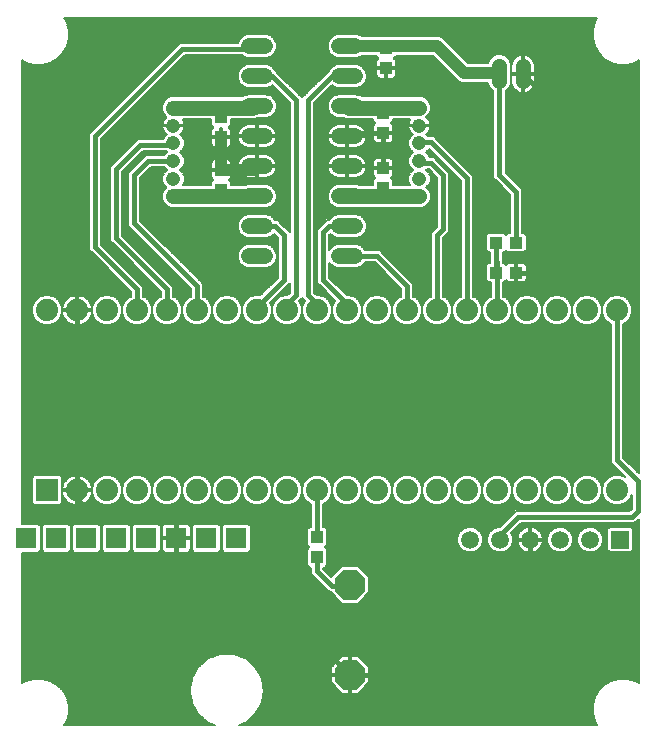
<source format=gbl>
G75*
%MOIN*%
%OFA0B0*%
%FSLAX25Y25*%
%IPPOS*%
%LPD*%
%AMOC8*
5,1,8,0,0,1.08239X$1,22.5*
%
%ADD10R,0.03937X0.04331*%
%ADD11C,0.05200*%
%ADD12C,0.05150*%
%ADD13R,0.04331X0.03937*%
%ADD14OC8,0.10000*%
%ADD15R,0.07400X0.07400*%
%ADD16C,0.07400*%
%ADD17C,0.05937*%
%ADD18R,0.05937X0.05937*%
%ADD19C,0.04756*%
%ADD20R,0.07000X0.07000*%
%ADD21C,0.01600*%
%ADD22C,0.05000*%
%ADD23C,0.04000*%
%ADD24C,0.00600*%
D10*
X0104300Y0146820D03*
X0104300Y0153513D03*
X0126300Y0269820D03*
X0126300Y0276513D03*
X0126300Y0288320D03*
X0126300Y0295013D03*
X0127300Y0309820D03*
X0127300Y0316513D03*
X0072300Y0293513D03*
X0072300Y0286820D03*
X0072300Y0276013D03*
X0072300Y0269320D03*
D11*
X0081700Y0267167D02*
X0086900Y0267167D01*
X0086900Y0277167D02*
X0081700Y0277167D01*
X0081700Y0287167D02*
X0086900Y0287167D01*
X0086900Y0297167D02*
X0081700Y0297167D01*
X0081700Y0307167D02*
X0086900Y0307167D01*
X0086900Y0317167D02*
X0081700Y0317167D01*
X0111700Y0317167D02*
X0116900Y0317167D01*
X0116900Y0307167D02*
X0111700Y0307167D01*
X0111700Y0297167D02*
X0116900Y0297167D01*
X0116900Y0287167D02*
X0111700Y0287167D01*
X0111700Y0277167D02*
X0116900Y0277167D01*
X0116900Y0267167D02*
X0111700Y0267167D01*
X0111700Y0257167D02*
X0116900Y0257167D01*
X0116900Y0247167D02*
X0111700Y0247167D01*
X0086900Y0247167D02*
X0081700Y0247167D01*
X0081700Y0257167D02*
X0086900Y0257167D01*
D12*
X0165068Y0305405D02*
X0165068Y0310554D01*
X0172942Y0310554D02*
X0172942Y0305405D01*
D13*
X0170646Y0251667D03*
X0163954Y0251667D03*
X0163954Y0241667D03*
X0170646Y0241667D03*
D14*
X0115300Y0137667D03*
X0115300Y0107667D03*
D15*
X0014300Y0169167D03*
D16*
X0024300Y0169167D03*
X0034300Y0169167D03*
X0044300Y0169167D03*
X0054300Y0169167D03*
X0064300Y0169167D03*
X0074300Y0169167D03*
X0084300Y0169167D03*
X0094300Y0169167D03*
X0104300Y0169167D03*
X0114300Y0169167D03*
X0124300Y0169167D03*
X0134300Y0169167D03*
X0144300Y0169167D03*
X0154300Y0169167D03*
X0164300Y0169167D03*
X0174300Y0169167D03*
X0184300Y0169167D03*
X0194300Y0169167D03*
X0204300Y0169167D03*
X0204300Y0229167D03*
X0194300Y0229167D03*
X0184300Y0229167D03*
X0174300Y0229167D03*
X0164300Y0229167D03*
X0154300Y0229167D03*
X0144300Y0229167D03*
X0134300Y0229167D03*
X0124300Y0229167D03*
X0114300Y0229167D03*
X0104300Y0229167D03*
X0094300Y0229167D03*
X0084300Y0229167D03*
X0074300Y0229167D03*
X0064300Y0229167D03*
X0054300Y0229167D03*
X0044300Y0229167D03*
X0034300Y0229167D03*
X0024300Y0229167D03*
X0014300Y0229167D03*
D17*
X0155300Y0152667D03*
X0165300Y0152667D03*
X0175300Y0152667D03*
X0185300Y0152667D03*
X0195300Y0152667D03*
D18*
X0205300Y0152667D03*
D19*
X0138418Y0267072D03*
X0138418Y0272978D03*
X0138418Y0278883D03*
X0138418Y0284789D03*
X0138418Y0290694D03*
X0138418Y0296600D03*
X0056418Y0296600D03*
X0056418Y0290694D03*
X0056418Y0284789D03*
X0056418Y0278883D03*
X0056418Y0272978D03*
X0056418Y0267072D03*
D20*
X0057300Y0153167D03*
X0067300Y0153167D03*
X0077300Y0153167D03*
X0047300Y0153167D03*
X0037300Y0153167D03*
X0027300Y0153167D03*
X0017300Y0153167D03*
X0007300Y0153167D03*
D21*
X0024300Y0166167D02*
X0024300Y0169167D01*
X0024300Y0229167D01*
X0044300Y0236167D02*
X0030300Y0250167D01*
X0030300Y0287167D01*
X0059300Y0316167D01*
X0085300Y0316167D01*
X0084300Y0317167D01*
X0084300Y0307167D02*
X0089300Y0307167D01*
X0097300Y0299167D01*
X0097300Y0234167D01*
X0094300Y0231167D01*
X0094300Y0229167D01*
X0101300Y0234167D02*
X0101300Y0299167D01*
X0110300Y0308167D01*
X0113300Y0308167D01*
X0114300Y0307167D01*
X0114300Y0316167D02*
X0121300Y0316167D01*
X0122300Y0317167D01*
X0126300Y0317167D01*
X0127300Y0316167D01*
X0115300Y0316167D01*
X0114300Y0317167D01*
X0114300Y0316167D01*
X0115300Y0317167D02*
X0115954Y0316513D01*
X0127300Y0316513D01*
X0123300Y0296600D02*
X0124887Y0295013D01*
X0126300Y0295013D01*
X0126300Y0288320D02*
X0115454Y0288320D01*
X0114300Y0287167D01*
X0126300Y0288320D02*
X0126300Y0276513D01*
X0126300Y0269820D02*
X0126300Y0268072D01*
X0125300Y0267072D01*
X0114300Y0257167D02*
X0108300Y0257167D01*
X0106300Y0255167D01*
X0106300Y0239167D01*
X0114300Y0231167D01*
X0114300Y0229167D01*
X0104300Y0229167D02*
X0104300Y0231167D01*
X0101300Y0234167D01*
X0093300Y0239167D02*
X0093300Y0254167D01*
X0090300Y0257167D01*
X0084300Y0257167D01*
X0093300Y0239167D02*
X0084300Y0230167D01*
X0084300Y0229167D01*
X0065300Y0230167D02*
X0064300Y0229167D01*
X0065300Y0230167D02*
X0064300Y0231167D01*
X0064300Y0237167D01*
X0043300Y0258167D01*
X0043300Y0274167D01*
X0048017Y0278883D01*
X0056418Y0278883D01*
X0055796Y0284167D02*
X0056418Y0284789D01*
X0055796Y0284167D02*
X0045300Y0284167D01*
X0037300Y0276167D01*
X0037300Y0253167D01*
X0054300Y0236167D01*
X0054300Y0229167D01*
X0044300Y0229167D02*
X0044300Y0236167D01*
X0024300Y0166167D02*
X0029300Y0161167D01*
X0054300Y0161167D01*
X0057300Y0158167D01*
X0057300Y0153167D01*
X0057300Y0146167D01*
X0063300Y0140167D01*
X0082800Y0140167D01*
X0115300Y0107667D01*
X0151800Y0107667D01*
X0175300Y0131167D01*
X0175300Y0153167D01*
X0175300Y0154167D01*
X0171300Y0160167D02*
X0165300Y0154167D01*
X0165300Y0152667D01*
X0171300Y0160167D02*
X0209200Y0160167D01*
X0211200Y0162167D01*
X0211200Y0172267D01*
X0204300Y0179167D01*
X0204300Y0229167D01*
X0180300Y0243167D02*
X0178800Y0241667D01*
X0170646Y0241667D01*
X0164300Y0240320D02*
X0163954Y0251667D01*
X0163954Y0241667D01*
X0164300Y0240320D02*
X0164300Y0229167D01*
X0154300Y0229167D02*
X0154300Y0273167D01*
X0142300Y0285167D01*
X0138796Y0285167D01*
X0138418Y0284789D01*
X0138418Y0278883D02*
X0139135Y0278167D01*
X0142300Y0278167D01*
X0146300Y0274167D01*
X0146300Y0256167D01*
X0144300Y0254167D01*
X0144300Y0229167D01*
X0134300Y0229167D02*
X0134300Y0237167D01*
X0124300Y0247167D01*
X0114300Y0247167D01*
X0165068Y0274167D02*
X0165068Y0307980D01*
X0165255Y0308167D01*
X0165300Y0308167D01*
X0172942Y0307980D02*
X0180300Y0300621D01*
X0180300Y0243167D01*
X0170646Y0251667D02*
X0170646Y0268588D01*
X0165068Y0274167D01*
X0104300Y0169167D02*
X0104300Y0153513D01*
X0104300Y0146820D02*
X0104300Y0142167D01*
X0109300Y0137167D01*
X0114800Y0137167D01*
X0115300Y0137667D01*
D22*
X0114394Y0267072D02*
X0114300Y0267167D01*
X0114394Y0267072D02*
X0125300Y0267072D01*
X0138418Y0267072D01*
X0138418Y0296600D02*
X0123300Y0296600D01*
X0114867Y0296600D01*
X0114300Y0297167D01*
X0084300Y0297167D02*
X0082733Y0296600D01*
X0056418Y0296600D01*
X0056418Y0267072D02*
X0083206Y0267072D01*
X0084300Y0267167D01*
D23*
X0083206Y0267072D02*
X0072394Y0267072D01*
X0072300Y0267167D01*
X0072300Y0269320D01*
X0072300Y0276013D02*
X0083146Y0276013D01*
X0084300Y0277167D01*
X0072300Y0276013D02*
X0072300Y0286820D01*
X0072300Y0287167D01*
X0072300Y0293513D02*
X0072300Y0296167D01*
X0072733Y0296600D01*
X0082733Y0296600D01*
X0114300Y0317167D02*
X0115300Y0317167D01*
X0122300Y0317167D01*
X0144300Y0317167D01*
X0153300Y0308167D01*
X0165300Y0308167D01*
D24*
X0020810Y0092227D02*
X0019967Y0090767D01*
X0070342Y0090767D01*
X0069816Y0090958D01*
X0069530Y0091035D01*
X0069402Y0091109D01*
X0068014Y0091614D01*
X0066883Y0092563D01*
X0066754Y0092638D01*
X0066545Y0092847D01*
X0064707Y0094389D01*
X0064707Y0094389D01*
X0064707Y0094389D01*
X0062548Y0098128D01*
X0062548Y0098128D01*
X0062132Y0100491D01*
X0062055Y0100777D01*
X0062055Y0100925D01*
X0061799Y0102379D01*
X0061799Y0102379D01*
X0062055Y0103834D01*
X0062055Y0103982D01*
X0062132Y0104268D01*
X0062548Y0106631D01*
X0062548Y0106631D01*
X0064707Y0110369D01*
X0064707Y0110369D01*
X0066545Y0111912D01*
X0066754Y0112121D01*
X0066883Y0112195D01*
X0068014Y0113144D01*
X0068014Y0113144D01*
X0069402Y0113649D01*
X0069530Y0113724D01*
X0069816Y0113800D01*
X0072071Y0114621D01*
X0076388Y0114621D01*
X0078643Y0113800D01*
X0078928Y0113724D01*
X0079057Y0113649D01*
X0080444Y0113144D01*
X0080444Y0113144D01*
X0081576Y0112195D01*
X0081704Y0112121D01*
X0081913Y0111912D01*
X0083751Y0110369D01*
X0083751Y0110369D01*
X0083751Y0110369D01*
X0085910Y0106631D01*
X0085910Y0106631D01*
X0086327Y0104268D01*
X0086403Y0103982D01*
X0086403Y0103834D01*
X0086660Y0102379D01*
X0086403Y0100925D01*
X0086403Y0100777D01*
X0086327Y0100491D01*
X0085910Y0098128D01*
X0085910Y0098128D01*
X0083751Y0094389D01*
X0083751Y0094389D01*
X0081913Y0092847D01*
X0081704Y0092638D01*
X0081576Y0092563D01*
X0080444Y0091614D01*
X0080444Y0091614D01*
X0079057Y0091109D01*
X0078928Y0091035D01*
X0078643Y0090958D01*
X0078116Y0090767D01*
X0197633Y0090767D01*
X0196790Y0092227D01*
X0196094Y0094823D01*
X0196094Y0097510D01*
X0196790Y0100106D01*
X0198134Y0102433D01*
X0200034Y0104333D01*
X0202361Y0105677D01*
X0204956Y0106372D01*
X0207644Y0106372D01*
X0210239Y0105677D01*
X0211700Y0104833D01*
X0211700Y0159697D01*
X0211300Y0159297D01*
X0210070Y0158067D01*
X0172170Y0158067D01*
X0168997Y0154894D01*
X0169568Y0153516D01*
X0169568Y0151818D01*
X0168919Y0150249D01*
X0167718Y0149048D01*
X0166149Y0148398D01*
X0164451Y0148398D01*
X0162882Y0149048D01*
X0161681Y0150249D01*
X0161031Y0151818D01*
X0161031Y0153516D01*
X0161681Y0155085D01*
X0162882Y0156285D01*
X0164451Y0156935D01*
X0165099Y0156935D01*
X0170430Y0162267D01*
X0208330Y0162267D01*
X0209100Y0163037D01*
X0209100Y0167689D01*
X0208539Y0166334D01*
X0207132Y0164928D01*
X0205295Y0164167D01*
X0203305Y0164167D01*
X0201468Y0164928D01*
X0200061Y0166334D01*
X0199300Y0168172D01*
X0198539Y0166334D01*
X0197132Y0164928D01*
X0195295Y0164167D01*
X0193305Y0164167D01*
X0191468Y0164928D01*
X0190061Y0166334D01*
X0189300Y0168172D01*
X0188539Y0166334D01*
X0187132Y0164928D01*
X0185295Y0164167D01*
X0183305Y0164167D01*
X0181468Y0164928D01*
X0180061Y0166334D01*
X0179300Y0168172D01*
X0178539Y0166334D01*
X0177132Y0164928D01*
X0175295Y0164167D01*
X0173305Y0164167D01*
X0171468Y0164928D01*
X0170061Y0166334D01*
X0169300Y0168172D01*
X0168539Y0166334D01*
X0167132Y0164928D01*
X0165295Y0164167D01*
X0163305Y0164167D01*
X0161468Y0164928D01*
X0160061Y0166334D01*
X0159300Y0168172D01*
X0158539Y0166334D01*
X0157132Y0164928D01*
X0155295Y0164167D01*
X0153305Y0164167D01*
X0151468Y0164928D01*
X0150061Y0166334D01*
X0149300Y0168172D01*
X0148539Y0166334D01*
X0147132Y0164928D01*
X0145295Y0164167D01*
X0143305Y0164167D01*
X0141468Y0164928D01*
X0140061Y0166334D01*
X0139300Y0168172D01*
X0138539Y0166334D01*
X0137132Y0164928D01*
X0135295Y0164167D01*
X0133305Y0164167D01*
X0131468Y0164928D01*
X0130061Y0166334D01*
X0129300Y0168172D01*
X0128539Y0166334D01*
X0127132Y0164928D01*
X0125295Y0164167D01*
X0123305Y0164167D01*
X0121468Y0164928D01*
X0120061Y0166334D01*
X0119300Y0168172D01*
X0118539Y0166334D01*
X0117132Y0164928D01*
X0115295Y0164167D01*
X0113305Y0164167D01*
X0111468Y0164928D01*
X0110061Y0166334D01*
X0109300Y0168172D01*
X0109300Y0170161D01*
X0108539Y0171999D01*
X0107132Y0173405D01*
X0105295Y0174167D01*
X0103305Y0174167D01*
X0101468Y0173405D01*
X0100061Y0171999D01*
X0099300Y0170161D01*
X0099300Y0168172D01*
X0100061Y0166334D01*
X0101468Y0164928D01*
X0102200Y0164625D01*
X0102200Y0156978D01*
X0101793Y0156978D01*
X0101031Y0156217D01*
X0101031Y0150809D01*
X0101674Y0150167D01*
X0101031Y0149524D01*
X0101031Y0144116D01*
X0101793Y0143355D01*
X0102200Y0143355D01*
X0102200Y0141297D01*
X0107200Y0136297D01*
X0108430Y0135067D01*
X0109000Y0135067D01*
X0109000Y0135057D01*
X0112690Y0131367D01*
X0117910Y0131367D01*
X0121600Y0135057D01*
X0121600Y0140276D01*
X0117910Y0143967D01*
X0112690Y0143967D01*
X0109080Y0140356D01*
X0106400Y0143037D01*
X0106400Y0143355D01*
X0106807Y0143355D01*
X0107568Y0144116D01*
X0107568Y0149524D01*
X0106926Y0150167D01*
X0107568Y0150809D01*
X0107568Y0156217D01*
X0106807Y0156978D01*
X0106400Y0156978D01*
X0106400Y0164625D01*
X0107132Y0164928D01*
X0108539Y0166334D01*
X0109300Y0168172D01*
X0109300Y0170161D01*
X0110061Y0171999D01*
X0111468Y0173405D01*
X0113305Y0174167D01*
X0115295Y0174167D01*
X0117132Y0173405D01*
X0118539Y0171999D01*
X0119300Y0170161D01*
X0119300Y0168172D01*
X0119300Y0170161D01*
X0120061Y0171999D01*
X0121468Y0173405D01*
X0123305Y0174167D01*
X0125295Y0174167D01*
X0127132Y0173405D01*
X0128539Y0171999D01*
X0129300Y0170161D01*
X0129300Y0168172D01*
X0129300Y0170161D01*
X0130061Y0171999D01*
X0131468Y0173405D01*
X0133305Y0174167D01*
X0135295Y0174167D01*
X0137132Y0173405D01*
X0138539Y0171999D01*
X0139300Y0170161D01*
X0139300Y0168172D01*
X0139300Y0170161D01*
X0140061Y0171999D01*
X0141468Y0173405D01*
X0143305Y0174167D01*
X0145295Y0174167D01*
X0147132Y0173405D01*
X0148539Y0171999D01*
X0149300Y0170161D01*
X0149300Y0168172D01*
X0149300Y0170161D01*
X0150061Y0171999D01*
X0151468Y0173405D01*
X0153305Y0174167D01*
X0155295Y0174167D01*
X0157132Y0173405D01*
X0158539Y0171999D01*
X0159300Y0170161D01*
X0159300Y0168172D01*
X0159300Y0170161D01*
X0160061Y0171999D01*
X0161468Y0173405D01*
X0163305Y0174167D01*
X0165295Y0174167D01*
X0167132Y0173405D01*
X0168539Y0171999D01*
X0169300Y0170161D01*
X0169300Y0168172D01*
X0169300Y0170161D01*
X0170061Y0171999D01*
X0171468Y0173405D01*
X0173305Y0174167D01*
X0175295Y0174167D01*
X0177132Y0173405D01*
X0178539Y0171999D01*
X0179300Y0170161D01*
X0179300Y0168172D01*
X0179300Y0170161D01*
X0180061Y0171999D01*
X0181468Y0173405D01*
X0183305Y0174167D01*
X0185295Y0174167D01*
X0187132Y0173405D01*
X0188539Y0171999D01*
X0189300Y0170161D01*
X0189300Y0168172D01*
X0189300Y0170161D01*
X0190061Y0171999D01*
X0191468Y0173405D01*
X0193305Y0174167D01*
X0195295Y0174167D01*
X0197132Y0173405D01*
X0198539Y0171999D01*
X0199300Y0170161D01*
X0199300Y0168172D01*
X0199300Y0170161D01*
X0200061Y0171999D01*
X0201468Y0173405D01*
X0203305Y0174167D01*
X0205295Y0174167D01*
X0207062Y0173434D01*
X0202200Y0178297D01*
X0202200Y0224625D01*
X0201468Y0224928D01*
X0200061Y0226334D01*
X0199300Y0228172D01*
X0198539Y0226334D01*
X0197132Y0224928D01*
X0195295Y0224167D01*
X0193305Y0224167D01*
X0191468Y0224928D01*
X0190061Y0226334D01*
X0189300Y0228172D01*
X0189300Y0230161D01*
X0190061Y0231999D01*
X0191468Y0233405D01*
X0193305Y0234167D01*
X0195295Y0234167D01*
X0197132Y0233405D01*
X0198539Y0231999D01*
X0199300Y0230161D01*
X0199300Y0228172D01*
X0199300Y0230161D01*
X0200061Y0231999D01*
X0201468Y0233405D01*
X0203305Y0234167D01*
X0205295Y0234167D01*
X0207132Y0233405D01*
X0208539Y0231999D01*
X0209300Y0230161D01*
X0209300Y0228172D01*
X0208539Y0226334D01*
X0207132Y0224928D01*
X0206400Y0224625D01*
X0206400Y0180037D01*
X0211700Y0174736D01*
X0211700Y0312500D01*
X0210239Y0311657D01*
X0207644Y0310961D01*
X0204956Y0310961D01*
X0202361Y0311657D01*
X0200034Y0313000D01*
X0198134Y0314900D01*
X0196790Y0317227D01*
X0196094Y0319823D01*
X0196094Y0322510D01*
X0196790Y0325106D01*
X0197633Y0326567D01*
X0019967Y0326567D01*
X0020810Y0325106D01*
X0021505Y0322510D01*
X0021505Y0319823D01*
X0020810Y0317227D01*
X0019466Y0314900D01*
X0017566Y0313000D01*
X0015239Y0311657D01*
X0012644Y0310961D01*
X0009956Y0310961D01*
X0007361Y0311657D01*
X0005900Y0312500D01*
X0005900Y0157967D01*
X0011338Y0157967D01*
X0012100Y0157205D01*
X0012100Y0149128D01*
X0011338Y0148367D01*
X0005900Y0148367D01*
X0005900Y0104833D01*
X0007361Y0105677D01*
X0009956Y0106372D01*
X0012644Y0106372D01*
X0015239Y0105677D01*
X0017566Y0104333D01*
X0019466Y0102433D01*
X0020810Y0100106D01*
X0021505Y0097510D01*
X0021505Y0094823D01*
X0020810Y0092227D01*
X0020766Y0092152D02*
X0067373Y0092152D01*
X0066641Y0092750D02*
X0020950Y0092750D01*
X0021110Y0093349D02*
X0065947Y0093349D01*
X0065233Y0093947D02*
X0021271Y0093947D01*
X0021431Y0094546D02*
X0064616Y0094546D01*
X0064271Y0095144D02*
X0021505Y0095144D01*
X0021505Y0095743D02*
X0063925Y0095743D01*
X0063580Y0096341D02*
X0021505Y0096341D01*
X0021505Y0096940D02*
X0063234Y0096940D01*
X0062889Y0097538D02*
X0021498Y0097538D01*
X0021338Y0098137D02*
X0062547Y0098137D01*
X0062441Y0098735D02*
X0021177Y0098735D01*
X0021017Y0099334D02*
X0062336Y0099334D01*
X0062230Y0099932D02*
X0020856Y0099932D01*
X0020565Y0100531D02*
X0062121Y0100531D01*
X0062019Y0101129D02*
X0020219Y0101129D01*
X0019873Y0101728D02*
X0061914Y0101728D01*
X0061808Y0102326D02*
X0019528Y0102326D01*
X0018974Y0102925D02*
X0061895Y0102925D01*
X0062000Y0103523D02*
X0018376Y0103523D01*
X0017777Y0104122D02*
X0062093Y0104122D01*
X0062212Y0104721D02*
X0016895Y0104721D01*
X0015859Y0105319D02*
X0062317Y0105319D01*
X0062423Y0105918D02*
X0014340Y0105918D01*
X0008260Y0105918D02*
X0005900Y0105918D01*
X0005900Y0106516D02*
X0062528Y0106516D01*
X0062828Y0107115D02*
X0005900Y0107115D01*
X0005900Y0107713D02*
X0063173Y0107713D01*
X0063519Y0108312D02*
X0005900Y0108312D01*
X0005900Y0108910D02*
X0063864Y0108910D01*
X0064210Y0109509D02*
X0005900Y0109509D01*
X0005900Y0110107D02*
X0064555Y0110107D01*
X0065108Y0110706D02*
X0005900Y0110706D01*
X0005900Y0111304D02*
X0065821Y0111304D01*
X0066534Y0111903D02*
X0005900Y0111903D01*
X0005900Y0112501D02*
X0067247Y0112501D01*
X0067961Y0113100D02*
X0005900Y0113100D01*
X0005900Y0113698D02*
X0069486Y0113698D01*
X0071180Y0114297D02*
X0005900Y0114297D01*
X0005900Y0114895D02*
X0211700Y0114895D01*
X0211700Y0114297D02*
X0077278Y0114297D01*
X0078972Y0113698D02*
X0112422Y0113698D01*
X0112690Y0113967D02*
X0109000Y0110276D01*
X0109000Y0107967D01*
X0115000Y0107967D01*
X0115000Y0113967D01*
X0112690Y0113967D01*
X0111823Y0113100D02*
X0080498Y0113100D01*
X0081211Y0112501D02*
X0111225Y0112501D01*
X0110626Y0111903D02*
X0081924Y0111903D01*
X0082637Y0111304D02*
X0110028Y0111304D01*
X0109429Y0110706D02*
X0083351Y0110706D01*
X0083903Y0110107D02*
X0109000Y0110107D01*
X0109000Y0109509D02*
X0084248Y0109509D01*
X0084594Y0108910D02*
X0109000Y0108910D01*
X0109000Y0108312D02*
X0084940Y0108312D01*
X0085285Y0107713D02*
X0115000Y0107713D01*
X0115000Y0107967D02*
X0115000Y0107367D01*
X0109000Y0107367D01*
X0109000Y0105057D01*
X0112690Y0101367D01*
X0115000Y0101367D01*
X0115000Y0107367D01*
X0115600Y0107367D01*
X0115600Y0107967D01*
X0115000Y0107967D01*
X0115000Y0108312D02*
X0115600Y0108312D01*
X0115600Y0107967D02*
X0115600Y0113967D01*
X0117910Y0113967D01*
X0121600Y0110276D01*
X0121600Y0107967D01*
X0115600Y0107967D01*
X0115600Y0107713D02*
X0211700Y0107713D01*
X0211700Y0107115D02*
X0121600Y0107115D01*
X0121600Y0107367D02*
X0115600Y0107367D01*
X0115600Y0101367D01*
X0117910Y0101367D01*
X0121600Y0105057D01*
X0121600Y0107367D01*
X0121600Y0106516D02*
X0211700Y0106516D01*
X0211700Y0105918D02*
X0209340Y0105918D01*
X0210859Y0105319D02*
X0211700Y0105319D01*
X0211700Y0108312D02*
X0121600Y0108312D01*
X0121600Y0108910D02*
X0211700Y0108910D01*
X0211700Y0109509D02*
X0121600Y0109509D01*
X0121600Y0110107D02*
X0211700Y0110107D01*
X0211700Y0110706D02*
X0121171Y0110706D01*
X0120572Y0111304D02*
X0211700Y0111304D01*
X0211700Y0111903D02*
X0119974Y0111903D01*
X0119375Y0112501D02*
X0211700Y0112501D01*
X0211700Y0113100D02*
X0118777Y0113100D01*
X0118178Y0113698D02*
X0211700Y0113698D01*
X0211700Y0115494D02*
X0005900Y0115494D01*
X0005900Y0116092D02*
X0211700Y0116092D01*
X0211700Y0116691D02*
X0005900Y0116691D01*
X0005900Y0117289D02*
X0211700Y0117289D01*
X0211700Y0117888D02*
X0005900Y0117888D01*
X0005900Y0118486D02*
X0211700Y0118486D01*
X0211700Y0119085D02*
X0005900Y0119085D01*
X0005900Y0119683D02*
X0211700Y0119683D01*
X0211700Y0120282D02*
X0005900Y0120282D01*
X0005900Y0120880D02*
X0211700Y0120880D01*
X0211700Y0121479D02*
X0005900Y0121479D01*
X0005900Y0122077D02*
X0211700Y0122077D01*
X0211700Y0122676D02*
X0005900Y0122676D01*
X0005900Y0123274D02*
X0211700Y0123274D01*
X0211700Y0123873D02*
X0005900Y0123873D01*
X0005900Y0124471D02*
X0211700Y0124471D01*
X0211700Y0125070D02*
X0005900Y0125070D01*
X0005900Y0125668D02*
X0211700Y0125668D01*
X0211700Y0126267D02*
X0005900Y0126267D01*
X0005900Y0126865D02*
X0211700Y0126865D01*
X0211700Y0127464D02*
X0005900Y0127464D01*
X0005900Y0128062D02*
X0211700Y0128062D01*
X0211700Y0128661D02*
X0005900Y0128661D01*
X0005900Y0129259D02*
X0211700Y0129259D01*
X0211700Y0129858D02*
X0005900Y0129858D01*
X0005900Y0130456D02*
X0211700Y0130456D01*
X0211700Y0131055D02*
X0005900Y0131055D01*
X0005900Y0131654D02*
X0112404Y0131654D01*
X0111805Y0132252D02*
X0005900Y0132252D01*
X0005900Y0132851D02*
X0111207Y0132851D01*
X0110608Y0133449D02*
X0005900Y0133449D01*
X0005900Y0134048D02*
X0110010Y0134048D01*
X0109411Y0134646D02*
X0005900Y0134646D01*
X0005900Y0135245D02*
X0108252Y0135245D01*
X0107654Y0135843D02*
X0005900Y0135843D01*
X0005900Y0136442D02*
X0107055Y0136442D01*
X0106457Y0137040D02*
X0005900Y0137040D01*
X0005900Y0137639D02*
X0105858Y0137639D01*
X0105260Y0138237D02*
X0005900Y0138237D01*
X0005900Y0138836D02*
X0104661Y0138836D01*
X0104063Y0139434D02*
X0005900Y0139434D01*
X0005900Y0140033D02*
X0103464Y0140033D01*
X0102866Y0140631D02*
X0005900Y0140631D01*
X0005900Y0141230D02*
X0102267Y0141230D01*
X0102200Y0141828D02*
X0005900Y0141828D01*
X0005900Y0142427D02*
X0102200Y0142427D01*
X0102200Y0143025D02*
X0005900Y0143025D01*
X0005900Y0143624D02*
X0101524Y0143624D01*
X0101031Y0144222D02*
X0005900Y0144222D01*
X0005900Y0144821D02*
X0101031Y0144821D01*
X0101031Y0145419D02*
X0005900Y0145419D01*
X0005900Y0146018D02*
X0101031Y0146018D01*
X0101031Y0146616D02*
X0005900Y0146616D01*
X0005900Y0147215D02*
X0101031Y0147215D01*
X0101031Y0147813D02*
X0005900Y0147813D01*
X0011384Y0148412D02*
X0013216Y0148412D01*
X0013262Y0148367D02*
X0012500Y0149128D01*
X0012500Y0157205D01*
X0013262Y0157967D01*
X0021338Y0157967D01*
X0022100Y0157205D01*
X0022100Y0149128D01*
X0021338Y0148367D01*
X0013262Y0148367D01*
X0012618Y0149010D02*
X0011982Y0149010D01*
X0012100Y0149609D02*
X0012500Y0149609D01*
X0012500Y0150207D02*
X0012100Y0150207D01*
X0012100Y0150806D02*
X0012500Y0150806D01*
X0012500Y0151404D02*
X0012100Y0151404D01*
X0012100Y0152003D02*
X0012500Y0152003D01*
X0012500Y0152601D02*
X0012100Y0152601D01*
X0012100Y0153200D02*
X0012500Y0153200D01*
X0012500Y0153798D02*
X0012100Y0153798D01*
X0012100Y0154397D02*
X0012500Y0154397D01*
X0012500Y0154995D02*
X0012100Y0154995D01*
X0012100Y0155594D02*
X0012500Y0155594D01*
X0012500Y0156192D02*
X0012100Y0156192D01*
X0012100Y0156791D02*
X0012500Y0156791D01*
X0012684Y0157390D02*
X0011916Y0157390D01*
X0010062Y0164167D02*
X0009300Y0164928D01*
X0009300Y0173405D01*
X0010062Y0174167D01*
X0018538Y0174167D01*
X0019300Y0173405D01*
X0019300Y0164928D01*
X0018538Y0164167D01*
X0010062Y0164167D01*
X0009657Y0164572D02*
X0005900Y0164572D01*
X0005900Y0165170D02*
X0009300Y0165170D01*
X0009300Y0165769D02*
X0005900Y0165769D01*
X0005900Y0166367D02*
X0009300Y0166367D01*
X0009300Y0166966D02*
X0005900Y0166966D01*
X0005900Y0167564D02*
X0009300Y0167564D01*
X0009300Y0168163D02*
X0005900Y0168163D01*
X0005900Y0168761D02*
X0009300Y0168761D01*
X0009300Y0169360D02*
X0005900Y0169360D01*
X0005900Y0169958D02*
X0009300Y0169958D01*
X0009300Y0170557D02*
X0005900Y0170557D01*
X0005900Y0171155D02*
X0009300Y0171155D01*
X0009300Y0171754D02*
X0005900Y0171754D01*
X0005900Y0172352D02*
X0009300Y0172352D01*
X0009300Y0172951D02*
X0005900Y0172951D01*
X0005900Y0173549D02*
X0009444Y0173549D01*
X0010043Y0174148D02*
X0005900Y0174148D01*
X0005900Y0174746D02*
X0205750Y0174746D01*
X0205340Y0174148D02*
X0206349Y0174148D01*
X0206785Y0173549D02*
X0206947Y0173549D01*
X0205152Y0175345D02*
X0005900Y0175345D01*
X0005900Y0175943D02*
X0204553Y0175943D01*
X0203955Y0176542D02*
X0005900Y0176542D01*
X0005900Y0177140D02*
X0203356Y0177140D01*
X0202758Y0177739D02*
X0005900Y0177739D01*
X0005900Y0178337D02*
X0202200Y0178337D01*
X0202200Y0178936D02*
X0005900Y0178936D01*
X0005900Y0179534D02*
X0202200Y0179534D01*
X0202200Y0180133D02*
X0005900Y0180133D01*
X0005900Y0180731D02*
X0202200Y0180731D01*
X0202200Y0181330D02*
X0005900Y0181330D01*
X0005900Y0181928D02*
X0202200Y0181928D01*
X0202200Y0182527D02*
X0005900Y0182527D01*
X0005900Y0183125D02*
X0202200Y0183125D01*
X0202200Y0183724D02*
X0005900Y0183724D01*
X0005900Y0184323D02*
X0202200Y0184323D01*
X0202200Y0184921D02*
X0005900Y0184921D01*
X0005900Y0185520D02*
X0202200Y0185520D01*
X0202200Y0186118D02*
X0005900Y0186118D01*
X0005900Y0186717D02*
X0202200Y0186717D01*
X0202200Y0187315D02*
X0005900Y0187315D01*
X0005900Y0187914D02*
X0202200Y0187914D01*
X0202200Y0188512D02*
X0005900Y0188512D01*
X0005900Y0189111D02*
X0202200Y0189111D01*
X0202200Y0189709D02*
X0005900Y0189709D01*
X0005900Y0190308D02*
X0202200Y0190308D01*
X0202200Y0190906D02*
X0005900Y0190906D01*
X0005900Y0191505D02*
X0202200Y0191505D01*
X0202200Y0192103D02*
X0005900Y0192103D01*
X0005900Y0192702D02*
X0202200Y0192702D01*
X0202200Y0193300D02*
X0005900Y0193300D01*
X0005900Y0193899D02*
X0202200Y0193899D01*
X0202200Y0194497D02*
X0005900Y0194497D01*
X0005900Y0195096D02*
X0202200Y0195096D01*
X0202200Y0195694D02*
X0005900Y0195694D01*
X0005900Y0196293D02*
X0202200Y0196293D01*
X0202200Y0196891D02*
X0005900Y0196891D01*
X0005900Y0197490D02*
X0202200Y0197490D01*
X0202200Y0198088D02*
X0005900Y0198088D01*
X0005900Y0198687D02*
X0202200Y0198687D01*
X0202200Y0199285D02*
X0005900Y0199285D01*
X0005900Y0199884D02*
X0202200Y0199884D01*
X0202200Y0200482D02*
X0005900Y0200482D01*
X0005900Y0201081D02*
X0202200Y0201081D01*
X0202200Y0201679D02*
X0005900Y0201679D01*
X0005900Y0202278D02*
X0202200Y0202278D01*
X0202200Y0202876D02*
X0005900Y0202876D01*
X0005900Y0203475D02*
X0202200Y0203475D01*
X0202200Y0204073D02*
X0005900Y0204073D01*
X0005900Y0204672D02*
X0202200Y0204672D01*
X0202200Y0205270D02*
X0005900Y0205270D01*
X0005900Y0205869D02*
X0202200Y0205869D01*
X0202200Y0206467D02*
X0005900Y0206467D01*
X0005900Y0207066D02*
X0202200Y0207066D01*
X0202200Y0207664D02*
X0005900Y0207664D01*
X0005900Y0208263D02*
X0202200Y0208263D01*
X0202200Y0208861D02*
X0005900Y0208861D01*
X0005900Y0209460D02*
X0202200Y0209460D01*
X0202200Y0210059D02*
X0005900Y0210059D01*
X0005900Y0210657D02*
X0202200Y0210657D01*
X0202200Y0211256D02*
X0005900Y0211256D01*
X0005900Y0211854D02*
X0202200Y0211854D01*
X0202200Y0212453D02*
X0005900Y0212453D01*
X0005900Y0213051D02*
X0202200Y0213051D01*
X0202200Y0213650D02*
X0005900Y0213650D01*
X0005900Y0214248D02*
X0202200Y0214248D01*
X0202200Y0214847D02*
X0005900Y0214847D01*
X0005900Y0215445D02*
X0202200Y0215445D01*
X0202200Y0216044D02*
X0005900Y0216044D01*
X0005900Y0216642D02*
X0202200Y0216642D01*
X0202200Y0217241D02*
X0005900Y0217241D01*
X0005900Y0217839D02*
X0202200Y0217839D01*
X0202200Y0218438D02*
X0005900Y0218438D01*
X0005900Y0219036D02*
X0202200Y0219036D01*
X0202200Y0219635D02*
X0005900Y0219635D01*
X0005900Y0220233D02*
X0202200Y0220233D01*
X0202200Y0220832D02*
X0005900Y0220832D01*
X0005900Y0221430D02*
X0202200Y0221430D01*
X0202200Y0222029D02*
X0005900Y0222029D01*
X0005900Y0222627D02*
X0202200Y0222627D01*
X0202200Y0223226D02*
X0005900Y0223226D01*
X0005900Y0223824D02*
X0202200Y0223824D01*
X0202200Y0224423D02*
X0195913Y0224423D01*
X0197226Y0225021D02*
X0201374Y0225021D01*
X0200776Y0225620D02*
X0197824Y0225620D01*
X0198423Y0226218D02*
X0200177Y0226218D01*
X0199861Y0226817D02*
X0198739Y0226817D01*
X0198987Y0227415D02*
X0199613Y0227415D01*
X0199366Y0228014D02*
X0199234Y0228014D01*
X0199300Y0228612D02*
X0199300Y0228612D01*
X0199300Y0229211D02*
X0199300Y0229211D01*
X0199300Y0229809D02*
X0199300Y0229809D01*
X0199198Y0230408D02*
X0199402Y0230408D01*
X0199650Y0231006D02*
X0198950Y0231006D01*
X0198702Y0231605D02*
X0199898Y0231605D01*
X0200266Y0232203D02*
X0198334Y0232203D01*
X0197736Y0232802D02*
X0200864Y0232802D01*
X0201463Y0233400D02*
X0197137Y0233400D01*
X0195699Y0233999D02*
X0202901Y0233999D01*
X0205699Y0233999D02*
X0211700Y0233999D01*
X0211700Y0234597D02*
X0166400Y0234597D01*
X0166400Y0233999D02*
X0172901Y0233999D01*
X0173305Y0234167D02*
X0171468Y0233405D01*
X0170061Y0231999D01*
X0169300Y0230161D01*
X0168539Y0231999D01*
X0167132Y0233405D01*
X0166400Y0233709D01*
X0166400Y0238398D01*
X0166657Y0238398D01*
X0167338Y0239079D01*
X0167441Y0238900D01*
X0167683Y0238658D01*
X0167979Y0238487D01*
X0168310Y0238398D01*
X0170346Y0238398D01*
X0170346Y0241367D01*
X0170946Y0241367D01*
X0170946Y0238398D01*
X0172983Y0238398D01*
X0173314Y0238487D01*
X0173610Y0238658D01*
X0173852Y0238900D01*
X0174023Y0239196D01*
X0174112Y0239527D01*
X0174112Y0241367D01*
X0170946Y0241367D01*
X0170946Y0241967D01*
X0170346Y0241967D01*
X0170346Y0244935D01*
X0168310Y0244935D01*
X0167979Y0244847D01*
X0167683Y0244675D01*
X0167441Y0244433D01*
X0167338Y0244255D01*
X0166657Y0244935D01*
X0166260Y0244935D01*
X0166154Y0248398D01*
X0166657Y0248398D01*
X0167300Y0249041D01*
X0167943Y0248398D01*
X0173350Y0248398D01*
X0174112Y0249160D01*
X0174112Y0254174D01*
X0173350Y0254935D01*
X0172746Y0254935D01*
X0172746Y0269458D01*
X0167168Y0275037D01*
X0167168Y0302081D01*
X0167263Y0302120D01*
X0168353Y0303210D01*
X0168943Y0304634D01*
X0168943Y0311325D01*
X0168353Y0312749D01*
X0167263Y0313839D01*
X0165838Y0314429D01*
X0164297Y0314429D01*
X0162873Y0313839D01*
X0161783Y0312749D01*
X0161252Y0311467D01*
X0154667Y0311467D01*
X0146169Y0319964D01*
X0144956Y0320467D01*
X0119115Y0320467D01*
X0119109Y0320473D01*
X0117676Y0321067D01*
X0110924Y0321067D01*
X0109491Y0320473D01*
X0108394Y0319376D01*
X0107800Y0317942D01*
X0107800Y0316391D01*
X0108394Y0314957D01*
X0109491Y0313860D01*
X0110924Y0313267D01*
X0117676Y0313267D01*
X0119109Y0313860D01*
X0119115Y0313867D01*
X0124031Y0313867D01*
X0124031Y0313809D01*
X0124712Y0313129D01*
X0124533Y0313026D01*
X0124291Y0312784D01*
X0124120Y0312487D01*
X0124031Y0312157D01*
X0124031Y0310120D01*
X0127000Y0310120D01*
X0127000Y0309520D01*
X0127600Y0309520D01*
X0127600Y0306355D01*
X0129440Y0306355D01*
X0129770Y0306443D01*
X0130067Y0306615D01*
X0130309Y0306857D01*
X0130480Y0307153D01*
X0130568Y0307484D01*
X0130568Y0309520D01*
X0127600Y0309520D01*
X0127600Y0310120D01*
X0130568Y0310120D01*
X0130568Y0312157D01*
X0130480Y0312487D01*
X0130309Y0312784D01*
X0130067Y0313026D01*
X0129888Y0313129D01*
X0130568Y0313809D01*
X0130568Y0313867D01*
X0142933Y0313867D01*
X0150502Y0306297D01*
X0151431Y0305369D01*
X0152644Y0304867D01*
X0161193Y0304867D01*
X0161193Y0304634D01*
X0161783Y0303210D01*
X0162873Y0302120D01*
X0162968Y0302081D01*
X0162968Y0273297D01*
X0164198Y0272067D01*
X0168546Y0267718D01*
X0168546Y0254935D01*
X0167943Y0254935D01*
X0167300Y0254293D01*
X0166657Y0254935D01*
X0161250Y0254935D01*
X0160488Y0254174D01*
X0160488Y0249160D01*
X0161250Y0248398D01*
X0161854Y0248398D01*
X0161854Y0244935D01*
X0161250Y0244935D01*
X0160488Y0244174D01*
X0156400Y0244174D01*
X0156400Y0244772D02*
X0161087Y0244772D01*
X0160488Y0244174D02*
X0160488Y0239160D01*
X0161250Y0238398D01*
X0162200Y0238398D01*
X0162200Y0233709D01*
X0161468Y0233405D01*
X0160061Y0231999D01*
X0159300Y0230161D01*
X0158539Y0231999D01*
X0157132Y0233405D01*
X0156400Y0233709D01*
X0156400Y0274037D01*
X0144400Y0286037D01*
X0143170Y0287267D01*
X0141142Y0287267D01*
X0140648Y0287761D01*
X0140763Y0287837D01*
X0141275Y0288350D01*
X0141677Y0288952D01*
X0141955Y0289621D01*
X0142096Y0290332D01*
X0142096Y0290394D01*
X0138718Y0290394D01*
X0138718Y0290994D01*
X0142096Y0290994D01*
X0142096Y0291056D01*
X0141955Y0291767D01*
X0141677Y0292436D01*
X0141275Y0293039D01*
X0140763Y0293551D01*
X0140751Y0293559D01*
X0141640Y0294447D01*
X0142218Y0295844D01*
X0142218Y0297356D01*
X0141640Y0298752D01*
X0140571Y0299821D01*
X0139174Y0300400D01*
X0119182Y0300400D01*
X0119109Y0300473D01*
X0117676Y0301067D01*
X0110924Y0301067D01*
X0109491Y0300473D01*
X0108394Y0299376D01*
X0107800Y0297942D01*
X0107800Y0296391D01*
X0108394Y0294957D01*
X0109491Y0293860D01*
X0110924Y0293267D01*
X0112984Y0293267D01*
X0114111Y0292800D01*
X0123031Y0292800D01*
X0123031Y0292309D01*
X0123712Y0291629D01*
X0123533Y0291526D01*
X0123291Y0291284D01*
X0123120Y0290987D01*
X0123031Y0290657D01*
X0123031Y0288620D01*
X0126000Y0288620D01*
X0126000Y0288020D01*
X0126600Y0288020D01*
X0126600Y0284855D01*
X0128440Y0284855D01*
X0128770Y0284943D01*
X0129067Y0285115D01*
X0129309Y0285357D01*
X0129480Y0285653D01*
X0129568Y0285984D01*
X0129568Y0288020D01*
X0126600Y0288020D01*
X0126600Y0288620D01*
X0129568Y0288620D01*
X0129568Y0290657D01*
X0129480Y0290987D01*
X0129309Y0291284D01*
X0129067Y0291526D01*
X0128888Y0291629D01*
X0129568Y0292309D01*
X0129568Y0292800D01*
X0135402Y0292800D01*
X0135159Y0292436D01*
X0134881Y0291767D01*
X0134740Y0291056D01*
X0134740Y0290994D01*
X0138118Y0290994D01*
X0138118Y0290394D01*
X0134740Y0290394D01*
X0134740Y0290332D01*
X0134881Y0289621D01*
X0135159Y0288952D01*
X0135561Y0288350D01*
X0136074Y0287837D01*
X0136189Y0287761D01*
X0135300Y0286872D01*
X0134740Y0285520D01*
X0134740Y0284057D01*
X0135300Y0282705D01*
X0136169Y0281836D01*
X0135300Y0280967D01*
X0134740Y0279615D01*
X0134740Y0278152D01*
X0135300Y0276800D01*
X0136169Y0275930D01*
X0135300Y0275061D01*
X0134740Y0273709D01*
X0134740Y0272246D01*
X0135300Y0270894D01*
X0135322Y0270872D01*
X0129568Y0270872D01*
X0129568Y0272524D01*
X0128888Y0273204D01*
X0129067Y0273308D01*
X0129309Y0273550D01*
X0129480Y0273846D01*
X0129568Y0274177D01*
X0129568Y0276213D01*
X0126600Y0276213D01*
X0126600Y0276813D01*
X0129568Y0276813D01*
X0129568Y0278850D01*
X0129480Y0279180D01*
X0129309Y0279477D01*
X0129067Y0279719D01*
X0128770Y0279890D01*
X0128440Y0279978D01*
X0126600Y0279978D01*
X0126600Y0276813D01*
X0126000Y0276813D01*
X0126000Y0276213D01*
X0123031Y0276213D01*
X0123031Y0274177D01*
X0123120Y0273846D01*
X0123291Y0273550D01*
X0123533Y0273308D01*
X0123712Y0273204D01*
X0123031Y0272524D01*
X0123031Y0270872D01*
X0118145Y0270872D01*
X0117676Y0271067D01*
X0110924Y0271067D01*
X0109491Y0270473D01*
X0108394Y0269376D01*
X0107800Y0267942D01*
X0107800Y0266391D01*
X0108394Y0264957D01*
X0109491Y0263860D01*
X0110924Y0263267D01*
X0117676Y0263267D01*
X0117689Y0263272D01*
X0139174Y0263272D01*
X0140571Y0263851D01*
X0141640Y0264920D01*
X0142218Y0266316D01*
X0142218Y0267828D01*
X0141640Y0269225D01*
X0140753Y0270111D01*
X0141536Y0270894D01*
X0142096Y0272246D01*
X0142096Y0273709D01*
X0141536Y0275061D01*
X0140667Y0275930D01*
X0140803Y0276067D01*
X0141430Y0276067D01*
X0144200Y0273297D01*
X0144200Y0257037D01*
X0142200Y0255037D01*
X0142200Y0233709D01*
X0141468Y0233405D01*
X0140061Y0231999D01*
X0139300Y0230161D01*
X0138539Y0231999D01*
X0137132Y0233405D01*
X0136400Y0233709D01*
X0136400Y0238037D01*
X0126400Y0248036D01*
X0126400Y0248037D01*
X0125170Y0249267D01*
X0120251Y0249267D01*
X0120206Y0249376D01*
X0119109Y0250473D01*
X0117676Y0251067D01*
X0110924Y0251067D01*
X0109491Y0250473D01*
X0108400Y0249382D01*
X0108400Y0254297D01*
X0108727Y0254624D01*
X0109491Y0253860D01*
X0110924Y0253267D01*
X0117676Y0253267D01*
X0119109Y0253860D01*
X0120206Y0254957D01*
X0120800Y0256391D01*
X0120800Y0257942D01*
X0120206Y0259376D01*
X0119109Y0260473D01*
X0117676Y0261067D01*
X0110924Y0261067D01*
X0109491Y0260473D01*
X0108394Y0259376D01*
X0108349Y0259267D01*
X0107430Y0259267D01*
X0106200Y0258037D01*
X0104200Y0256037D01*
X0104200Y0238297D01*
X0105430Y0237067D01*
X0110280Y0232217D01*
X0110061Y0231999D01*
X0109300Y0230161D01*
X0109300Y0228172D01*
X0110061Y0226334D01*
X0111468Y0224928D01*
X0113305Y0224167D01*
X0115295Y0224167D01*
X0117132Y0224928D01*
X0118539Y0226334D01*
X0119300Y0228172D01*
X0119300Y0230161D01*
X0118539Y0231999D01*
X0117132Y0233405D01*
X0115295Y0234167D01*
X0114270Y0234167D01*
X0108400Y0240037D01*
X0108400Y0244951D01*
X0109491Y0243860D01*
X0110924Y0243267D01*
X0117676Y0243267D01*
X0119109Y0243860D01*
X0120206Y0244957D01*
X0120251Y0245067D01*
X0123430Y0245067D01*
X0132200Y0236297D01*
X0132200Y0233709D01*
X0131468Y0233405D01*
X0130061Y0231999D01*
X0129300Y0230161D01*
X0129300Y0228172D01*
X0130061Y0226334D01*
X0131468Y0224928D01*
X0133305Y0224167D01*
X0135295Y0224167D01*
X0137132Y0224928D01*
X0138539Y0226334D01*
X0139300Y0228172D01*
X0139300Y0230161D01*
X0139300Y0228172D01*
X0140061Y0226334D01*
X0141468Y0224928D01*
X0143305Y0224167D01*
X0145295Y0224167D01*
X0147132Y0224928D01*
X0148539Y0226334D01*
X0149300Y0228172D01*
X0150061Y0226334D01*
X0151468Y0224928D01*
X0153305Y0224167D01*
X0155295Y0224167D01*
X0157132Y0224928D01*
X0158539Y0226334D01*
X0159300Y0228172D01*
X0159300Y0230161D01*
X0159300Y0228172D01*
X0160061Y0226334D01*
X0161468Y0224928D01*
X0163305Y0224167D01*
X0165295Y0224167D01*
X0167132Y0224928D01*
X0168539Y0226334D01*
X0169300Y0228172D01*
X0169300Y0230161D01*
X0169300Y0228172D01*
X0170061Y0226334D01*
X0171468Y0224928D01*
X0173305Y0224167D01*
X0175295Y0224167D01*
X0177132Y0224928D01*
X0178539Y0226334D01*
X0179300Y0228172D01*
X0180061Y0226334D01*
X0181468Y0224928D01*
X0183305Y0224167D01*
X0185295Y0224167D01*
X0187132Y0224928D01*
X0188539Y0226334D01*
X0189300Y0228172D01*
X0189300Y0230161D01*
X0188539Y0231999D01*
X0187132Y0233405D01*
X0185295Y0234167D01*
X0183305Y0234167D01*
X0181468Y0233405D01*
X0180061Y0231999D01*
X0179300Y0230161D01*
X0179300Y0228172D01*
X0179300Y0230161D01*
X0178539Y0231999D01*
X0177132Y0233405D01*
X0175295Y0234167D01*
X0173305Y0234167D01*
X0171463Y0233400D02*
X0167137Y0233400D01*
X0167736Y0232802D02*
X0170864Y0232802D01*
X0170266Y0232203D02*
X0168334Y0232203D01*
X0168702Y0231605D02*
X0169898Y0231605D01*
X0169650Y0231006D02*
X0168950Y0231006D01*
X0169198Y0230408D02*
X0169402Y0230408D01*
X0169300Y0229809D02*
X0169300Y0229809D01*
X0169300Y0229211D02*
X0169300Y0229211D01*
X0169300Y0228612D02*
X0169300Y0228612D01*
X0169234Y0228014D02*
X0169366Y0228014D01*
X0169613Y0227415D02*
X0168987Y0227415D01*
X0168739Y0226817D02*
X0169861Y0226817D01*
X0170177Y0226218D02*
X0168423Y0226218D01*
X0167824Y0225620D02*
X0170776Y0225620D01*
X0171374Y0225021D02*
X0167226Y0225021D01*
X0165913Y0224423D02*
X0172687Y0224423D01*
X0175913Y0224423D02*
X0182687Y0224423D01*
X0181374Y0225021D02*
X0177226Y0225021D01*
X0177824Y0225620D02*
X0180776Y0225620D01*
X0180177Y0226218D02*
X0178423Y0226218D01*
X0178739Y0226817D02*
X0179861Y0226817D01*
X0179613Y0227415D02*
X0178987Y0227415D01*
X0179234Y0228014D02*
X0179366Y0228014D01*
X0179300Y0228612D02*
X0179300Y0228612D01*
X0179300Y0229211D02*
X0179300Y0229211D01*
X0179300Y0229809D02*
X0179300Y0229809D01*
X0179198Y0230408D02*
X0179402Y0230408D01*
X0179650Y0231006D02*
X0178950Y0231006D01*
X0178702Y0231605D02*
X0179898Y0231605D01*
X0180266Y0232203D02*
X0178334Y0232203D01*
X0177736Y0232802D02*
X0180864Y0232802D01*
X0181463Y0233400D02*
X0177137Y0233400D01*
X0175699Y0233999D02*
X0182901Y0233999D01*
X0185699Y0233999D02*
X0192901Y0233999D01*
X0191463Y0233400D02*
X0187137Y0233400D01*
X0187736Y0232802D02*
X0190864Y0232802D01*
X0190266Y0232203D02*
X0188334Y0232203D01*
X0188702Y0231605D02*
X0189898Y0231605D01*
X0189650Y0231006D02*
X0188950Y0231006D01*
X0189198Y0230408D02*
X0189402Y0230408D01*
X0189300Y0229809D02*
X0189300Y0229809D01*
X0189300Y0229211D02*
X0189300Y0229211D01*
X0189300Y0228612D02*
X0189300Y0228612D01*
X0189234Y0228014D02*
X0189366Y0228014D01*
X0189613Y0227415D02*
X0188987Y0227415D01*
X0188739Y0226817D02*
X0189861Y0226817D01*
X0190177Y0226218D02*
X0188423Y0226218D01*
X0187824Y0225620D02*
X0190776Y0225620D01*
X0191374Y0225021D02*
X0187226Y0225021D01*
X0185913Y0224423D02*
X0192687Y0224423D01*
X0206400Y0224423D02*
X0211700Y0224423D01*
X0211700Y0225021D02*
X0207226Y0225021D01*
X0207824Y0225620D02*
X0211700Y0225620D01*
X0211700Y0226218D02*
X0208423Y0226218D01*
X0208739Y0226817D02*
X0211700Y0226817D01*
X0211700Y0227415D02*
X0208987Y0227415D01*
X0209234Y0228014D02*
X0211700Y0228014D01*
X0211700Y0228612D02*
X0209300Y0228612D01*
X0209300Y0229211D02*
X0211700Y0229211D01*
X0211700Y0229809D02*
X0209300Y0229809D01*
X0209198Y0230408D02*
X0211700Y0230408D01*
X0211700Y0231006D02*
X0208950Y0231006D01*
X0208702Y0231605D02*
X0211700Y0231605D01*
X0211700Y0232203D02*
X0208334Y0232203D01*
X0207736Y0232802D02*
X0211700Y0232802D01*
X0211700Y0233400D02*
X0207137Y0233400D01*
X0211700Y0235196D02*
X0166400Y0235196D01*
X0166400Y0235794D02*
X0211700Y0235794D01*
X0211700Y0236393D02*
X0166400Y0236393D01*
X0166400Y0236992D02*
X0211700Y0236992D01*
X0211700Y0237590D02*
X0166400Y0237590D01*
X0166400Y0238189D02*
X0211700Y0238189D01*
X0211700Y0238787D02*
X0173739Y0238787D01*
X0174074Y0239386D02*
X0211700Y0239386D01*
X0211700Y0239984D02*
X0174112Y0239984D01*
X0174112Y0240583D02*
X0211700Y0240583D01*
X0211700Y0241181D02*
X0174112Y0241181D01*
X0174112Y0241967D02*
X0174112Y0243806D01*
X0174023Y0244137D01*
X0173852Y0244433D01*
X0173610Y0244675D01*
X0173314Y0244847D01*
X0172983Y0244935D01*
X0170946Y0244935D01*
X0170946Y0241967D01*
X0174112Y0241967D01*
X0174112Y0242378D02*
X0211700Y0242378D01*
X0211700Y0241780D02*
X0170946Y0241780D01*
X0170946Y0242378D02*
X0170346Y0242378D01*
X0170346Y0242977D02*
X0170946Y0242977D01*
X0170946Y0243575D02*
X0170346Y0243575D01*
X0170346Y0244174D02*
X0170946Y0244174D01*
X0170946Y0244772D02*
X0170346Y0244772D01*
X0167850Y0244772D02*
X0166820Y0244772D01*
X0166247Y0245371D02*
X0211700Y0245371D01*
X0211700Y0245969D02*
X0166228Y0245969D01*
X0166210Y0246568D02*
X0211700Y0246568D01*
X0211700Y0247166D02*
X0166192Y0247166D01*
X0166174Y0247765D02*
X0211700Y0247765D01*
X0211700Y0248363D02*
X0166155Y0248363D01*
X0167221Y0248962D02*
X0167379Y0248962D01*
X0167356Y0254348D02*
X0167244Y0254348D01*
X0168546Y0254947D02*
X0156400Y0254947D01*
X0156400Y0255545D02*
X0168546Y0255545D01*
X0168546Y0256144D02*
X0156400Y0256144D01*
X0156400Y0256742D02*
X0168546Y0256742D01*
X0168546Y0257341D02*
X0156400Y0257341D01*
X0156400Y0257939D02*
X0168546Y0257939D01*
X0168546Y0258538D02*
X0156400Y0258538D01*
X0156400Y0259136D02*
X0168546Y0259136D01*
X0168546Y0259735D02*
X0156400Y0259735D01*
X0156400Y0260333D02*
X0168546Y0260333D01*
X0168546Y0260932D02*
X0156400Y0260932D01*
X0156400Y0261530D02*
X0168546Y0261530D01*
X0168546Y0262129D02*
X0156400Y0262129D01*
X0156400Y0262727D02*
X0168546Y0262727D01*
X0168546Y0263326D02*
X0156400Y0263326D01*
X0156400Y0263925D02*
X0168546Y0263925D01*
X0168546Y0264523D02*
X0156400Y0264523D01*
X0156400Y0265122D02*
X0168546Y0265122D01*
X0168546Y0265720D02*
X0156400Y0265720D01*
X0156400Y0266319D02*
X0168546Y0266319D01*
X0168546Y0266917D02*
X0156400Y0266917D01*
X0156400Y0267516D02*
X0168546Y0267516D01*
X0168150Y0268114D02*
X0156400Y0268114D01*
X0156400Y0268713D02*
X0167552Y0268713D01*
X0166953Y0269311D02*
X0156400Y0269311D01*
X0156400Y0269910D02*
X0166355Y0269910D01*
X0165756Y0270508D02*
X0156400Y0270508D01*
X0156400Y0271107D02*
X0165158Y0271107D01*
X0164559Y0271705D02*
X0156400Y0271705D01*
X0156400Y0272304D02*
X0163961Y0272304D01*
X0163362Y0272902D02*
X0156400Y0272902D01*
X0156400Y0273501D02*
X0162968Y0273501D01*
X0162968Y0274099D02*
X0156337Y0274099D01*
X0155739Y0274698D02*
X0162968Y0274698D01*
X0162968Y0275296D02*
X0155140Y0275296D01*
X0154542Y0275895D02*
X0162968Y0275895D01*
X0162968Y0276493D02*
X0153943Y0276493D01*
X0153345Y0277092D02*
X0162968Y0277092D01*
X0162968Y0277690D02*
X0152746Y0277690D01*
X0152148Y0278289D02*
X0162968Y0278289D01*
X0162968Y0278887D02*
X0151549Y0278887D01*
X0150951Y0279486D02*
X0162968Y0279486D01*
X0162968Y0280084D02*
X0150352Y0280084D01*
X0149754Y0280683D02*
X0162968Y0280683D01*
X0162968Y0281281D02*
X0149155Y0281281D01*
X0148557Y0281880D02*
X0162968Y0281880D01*
X0162968Y0282478D02*
X0147958Y0282478D01*
X0147360Y0283077D02*
X0162968Y0283077D01*
X0162968Y0283675D02*
X0146761Y0283675D01*
X0146163Y0284274D02*
X0162968Y0284274D01*
X0162968Y0284872D02*
X0145564Y0284872D01*
X0144966Y0285471D02*
X0162968Y0285471D01*
X0162968Y0286069D02*
X0144367Y0286069D01*
X0143769Y0286668D02*
X0162968Y0286668D01*
X0162968Y0287266D02*
X0143170Y0287266D01*
X0141351Y0288463D02*
X0162968Y0288463D01*
X0162968Y0287865D02*
X0140790Y0287865D01*
X0141723Y0289062D02*
X0162968Y0289062D01*
X0162968Y0289661D02*
X0141962Y0289661D01*
X0142082Y0290259D02*
X0162968Y0290259D01*
X0162968Y0290858D02*
X0138718Y0290858D01*
X0138118Y0290858D02*
X0129515Y0290858D01*
X0129568Y0290259D02*
X0134755Y0290259D01*
X0134874Y0289661D02*
X0129568Y0289661D01*
X0129568Y0289062D02*
X0135113Y0289062D01*
X0135485Y0288463D02*
X0126600Y0288463D01*
X0126600Y0287865D02*
X0126000Y0287865D01*
X0126000Y0288020D02*
X0126000Y0284855D01*
X0124160Y0284855D01*
X0123830Y0284943D01*
X0123533Y0285115D01*
X0123291Y0285357D01*
X0123120Y0285653D01*
X0123031Y0285984D01*
X0123031Y0288020D01*
X0126000Y0288020D01*
X0126000Y0288463D02*
X0120584Y0288463D01*
X0120650Y0288304D02*
X0120356Y0289014D01*
X0119929Y0289653D01*
X0119386Y0290196D01*
X0118747Y0290623D01*
X0118038Y0290917D01*
X0117284Y0291067D01*
X0114600Y0291067D01*
X0114600Y0287467D01*
X0114000Y0287467D01*
X0114000Y0291067D01*
X0111316Y0291067D01*
X0110562Y0290917D01*
X0109853Y0290623D01*
X0109214Y0290196D01*
X0108671Y0289653D01*
X0108244Y0289014D01*
X0107950Y0288304D01*
X0107800Y0287551D01*
X0107800Y0287467D01*
X0114000Y0287467D01*
X0114000Y0286867D01*
X0107800Y0286867D01*
X0107800Y0286783D01*
X0107950Y0286029D01*
X0108244Y0285319D01*
X0108671Y0284681D01*
X0109214Y0284137D01*
X0109853Y0283711D01*
X0110562Y0283417D01*
X0111316Y0283267D01*
X0114000Y0283267D01*
X0114000Y0286867D01*
X0114600Y0286867D01*
X0114600Y0287467D01*
X0120800Y0287467D01*
X0120800Y0287551D01*
X0120650Y0288304D01*
X0120737Y0287865D02*
X0123031Y0287865D01*
X0123031Y0287266D02*
X0114600Y0287266D01*
X0114600Y0286867D02*
X0120800Y0286867D01*
X0120800Y0286783D01*
X0120650Y0286029D01*
X0120356Y0285319D01*
X0119929Y0284681D01*
X0119386Y0284137D01*
X0118747Y0283711D01*
X0118038Y0283417D01*
X0117284Y0283267D01*
X0114600Y0283267D01*
X0114600Y0286867D01*
X0114600Y0286668D02*
X0114000Y0286668D01*
X0114000Y0287266D02*
X0103400Y0287266D01*
X0103400Y0286668D02*
X0107823Y0286668D01*
X0107942Y0286069D02*
X0103400Y0286069D01*
X0103400Y0285471D02*
X0108181Y0285471D01*
X0108542Y0284872D02*
X0103400Y0284872D01*
X0103400Y0284274D02*
X0109077Y0284274D01*
X0109937Y0283675D02*
X0103400Y0283675D01*
X0103400Y0283077D02*
X0135146Y0283077D01*
X0134898Y0283675D02*
X0118663Y0283675D01*
X0119523Y0284274D02*
X0134740Y0284274D01*
X0134740Y0284872D02*
X0128505Y0284872D01*
X0129375Y0285471D02*
X0134740Y0285471D01*
X0134968Y0286069D02*
X0129568Y0286069D01*
X0129568Y0286668D02*
X0135216Y0286668D01*
X0135694Y0287266D02*
X0129568Y0287266D01*
X0129568Y0287865D02*
X0136046Y0287865D01*
X0134820Y0291456D02*
X0129136Y0291456D01*
X0129314Y0292055D02*
X0135001Y0292055D01*
X0135304Y0292653D02*
X0129568Y0292653D01*
X0126600Y0287266D02*
X0126000Y0287266D01*
X0126000Y0286668D02*
X0126600Y0286668D01*
X0126600Y0286069D02*
X0126000Y0286069D01*
X0126000Y0285471D02*
X0126600Y0285471D01*
X0126600Y0284872D02*
X0126000Y0284872D01*
X0124095Y0284872D02*
X0120058Y0284872D01*
X0120419Y0285471D02*
X0123225Y0285471D01*
X0123031Y0286069D02*
X0120658Y0286069D01*
X0120777Y0286668D02*
X0123031Y0286668D01*
X0123031Y0289062D02*
X0120324Y0289062D01*
X0119922Y0289661D02*
X0123031Y0289661D01*
X0123031Y0290259D02*
X0119292Y0290259D01*
X0118181Y0290858D02*
X0123085Y0290858D01*
X0123464Y0291456D02*
X0103400Y0291456D01*
X0103400Y0290858D02*
X0110419Y0290858D01*
X0109308Y0290259D02*
X0103400Y0290259D01*
X0103400Y0289661D02*
X0108678Y0289661D01*
X0108276Y0289062D02*
X0103400Y0289062D01*
X0103400Y0288463D02*
X0108016Y0288463D01*
X0107862Y0287865D02*
X0103400Y0287865D01*
X0103400Y0292055D02*
X0123286Y0292055D01*
X0123031Y0292653D02*
X0103400Y0292653D01*
X0103400Y0293252D02*
X0113020Y0293252D01*
X0114000Y0290858D02*
X0114600Y0290858D01*
X0114600Y0290259D02*
X0114000Y0290259D01*
X0114000Y0289661D02*
X0114600Y0289661D01*
X0114600Y0289062D02*
X0114000Y0289062D01*
X0114000Y0288463D02*
X0114600Y0288463D01*
X0114600Y0287865D02*
X0114000Y0287865D01*
X0114000Y0286069D02*
X0114600Y0286069D01*
X0114600Y0285471D02*
X0114000Y0285471D01*
X0114000Y0284872D02*
X0114600Y0284872D01*
X0114600Y0284274D02*
X0114000Y0284274D01*
X0114000Y0283675D02*
X0114600Y0283675D01*
X0114600Y0281067D02*
X0114600Y0277467D01*
X0114000Y0277467D01*
X0114000Y0281067D01*
X0111316Y0281067D01*
X0110562Y0280917D01*
X0109853Y0280623D01*
X0109214Y0280196D01*
X0108671Y0279653D01*
X0108244Y0279014D01*
X0107950Y0278304D01*
X0107800Y0277551D01*
X0107800Y0277467D01*
X0114000Y0277467D01*
X0114000Y0276867D01*
X0107800Y0276867D01*
X0107800Y0276783D01*
X0107950Y0276029D01*
X0108244Y0275319D01*
X0108671Y0274681D01*
X0109214Y0274137D01*
X0109853Y0273711D01*
X0110562Y0273417D01*
X0111316Y0273267D01*
X0114000Y0273267D01*
X0114000Y0276867D01*
X0114600Y0276867D01*
X0114600Y0277467D01*
X0120800Y0277467D01*
X0120800Y0277551D01*
X0120650Y0278304D01*
X0120356Y0279014D01*
X0119929Y0279653D01*
X0119386Y0280196D01*
X0118747Y0280623D01*
X0118038Y0280917D01*
X0117284Y0281067D01*
X0114600Y0281067D01*
X0114600Y0280683D02*
X0114000Y0280683D01*
X0114000Y0280084D02*
X0114600Y0280084D01*
X0114600Y0279486D02*
X0114000Y0279486D01*
X0114000Y0278887D02*
X0114600Y0278887D01*
X0114600Y0278289D02*
X0114000Y0278289D01*
X0114000Y0277690D02*
X0114600Y0277690D01*
X0114600Y0277092D02*
X0123031Y0277092D01*
X0123031Y0276813D02*
X0126000Y0276813D01*
X0126000Y0279978D01*
X0124160Y0279978D01*
X0123830Y0279890D01*
X0123533Y0279719D01*
X0123291Y0279477D01*
X0123120Y0279180D01*
X0123031Y0278850D01*
X0123031Y0276813D01*
X0123031Y0277690D02*
X0120772Y0277690D01*
X0120653Y0278289D02*
X0123031Y0278289D01*
X0123042Y0278887D02*
X0120409Y0278887D01*
X0120041Y0279486D02*
X0123300Y0279486D01*
X0120800Y0276867D02*
X0114600Y0276867D01*
X0114600Y0273267D01*
X0117284Y0273267D01*
X0118038Y0273417D01*
X0118747Y0273711D01*
X0119386Y0274137D01*
X0119929Y0274681D01*
X0120356Y0275319D01*
X0120650Y0276029D01*
X0120800Y0276783D01*
X0120800Y0276867D01*
X0120742Y0276493D02*
X0126000Y0276493D01*
X0126000Y0277092D02*
X0126600Y0277092D01*
X0126600Y0277690D02*
X0126000Y0277690D01*
X0126000Y0278289D02*
X0126600Y0278289D01*
X0126600Y0278887D02*
X0126000Y0278887D01*
X0126000Y0279486D02*
X0126600Y0279486D01*
X0129300Y0279486D02*
X0134740Y0279486D01*
X0134740Y0278887D02*
X0129558Y0278887D01*
X0129568Y0278289D02*
X0134740Y0278289D01*
X0134931Y0277690D02*
X0129568Y0277690D01*
X0129568Y0277092D02*
X0135179Y0277092D01*
X0135607Y0276493D02*
X0126600Y0276493D01*
X0129568Y0275895D02*
X0136134Y0275895D01*
X0135535Y0275296D02*
X0129568Y0275296D01*
X0129568Y0274698D02*
X0135150Y0274698D01*
X0134902Y0274099D02*
X0129548Y0274099D01*
X0129260Y0273501D02*
X0134740Y0273501D01*
X0134740Y0272902D02*
X0129190Y0272902D01*
X0129568Y0272304D02*
X0134740Y0272304D01*
X0134964Y0271705D02*
X0129568Y0271705D01*
X0129568Y0271107D02*
X0135212Y0271107D01*
X0139304Y0263326D02*
X0144200Y0263326D01*
X0144200Y0262727D02*
X0103400Y0262727D01*
X0103400Y0262129D02*
X0144200Y0262129D01*
X0144200Y0261530D02*
X0103400Y0261530D01*
X0103400Y0260932D02*
X0110599Y0260932D01*
X0109351Y0260333D02*
X0103400Y0260333D01*
X0103400Y0259735D02*
X0108753Y0259735D01*
X0107300Y0259136D02*
X0103400Y0259136D01*
X0103400Y0258538D02*
X0106701Y0258538D01*
X0106103Y0257939D02*
X0103400Y0257939D01*
X0103400Y0257341D02*
X0105504Y0257341D01*
X0104906Y0256742D02*
X0103400Y0256742D01*
X0103400Y0256144D02*
X0104307Y0256144D01*
X0104200Y0255545D02*
X0103400Y0255545D01*
X0103400Y0254947D02*
X0104200Y0254947D01*
X0104200Y0254348D02*
X0103400Y0254348D01*
X0103400Y0253750D02*
X0104200Y0253750D01*
X0104200Y0253151D02*
X0103400Y0253151D01*
X0103400Y0252553D02*
X0104200Y0252553D01*
X0104200Y0251954D02*
X0103400Y0251954D01*
X0103400Y0251356D02*
X0104200Y0251356D01*
X0104200Y0250757D02*
X0103400Y0250757D01*
X0103400Y0250159D02*
X0104200Y0250159D01*
X0104200Y0249560D02*
X0103400Y0249560D01*
X0103400Y0248962D02*
X0104200Y0248962D01*
X0104200Y0248363D02*
X0103400Y0248363D01*
X0103400Y0247765D02*
X0104200Y0247765D01*
X0104200Y0247166D02*
X0103400Y0247166D01*
X0103400Y0246568D02*
X0104200Y0246568D01*
X0104200Y0245969D02*
X0103400Y0245969D01*
X0103400Y0245371D02*
X0104200Y0245371D01*
X0104200Y0244772D02*
X0103400Y0244772D01*
X0103400Y0244174D02*
X0104200Y0244174D01*
X0104200Y0243575D02*
X0103400Y0243575D01*
X0103400Y0242977D02*
X0104200Y0242977D01*
X0104200Y0242378D02*
X0103400Y0242378D01*
X0103400Y0241780D02*
X0104200Y0241780D01*
X0104200Y0241181D02*
X0103400Y0241181D01*
X0103400Y0240583D02*
X0104200Y0240583D01*
X0104200Y0239984D02*
X0103400Y0239984D01*
X0103400Y0239386D02*
X0104200Y0239386D01*
X0104200Y0238787D02*
X0103400Y0238787D01*
X0103400Y0238189D02*
X0104308Y0238189D01*
X0104907Y0237590D02*
X0103400Y0237590D01*
X0103400Y0236992D02*
X0105505Y0236992D01*
X0106104Y0236393D02*
X0103400Y0236393D01*
X0103400Y0235794D02*
X0106702Y0235794D01*
X0107301Y0235196D02*
X0103400Y0235196D01*
X0103400Y0235037D02*
X0103400Y0298297D01*
X0109227Y0304124D01*
X0109491Y0303860D01*
X0110924Y0303267D01*
X0117676Y0303267D01*
X0119109Y0303860D01*
X0120206Y0304957D01*
X0120800Y0306391D01*
X0120800Y0307942D01*
X0120206Y0309376D01*
X0119109Y0310473D01*
X0117676Y0311067D01*
X0110924Y0311067D01*
X0109491Y0310473D01*
X0108394Y0309376D01*
X0108291Y0309127D01*
X0108200Y0309037D01*
X0099300Y0300136D01*
X0091400Y0308036D01*
X0091400Y0308037D01*
X0090309Y0309127D01*
X0090206Y0309376D01*
X0089109Y0310473D01*
X0087676Y0311067D01*
X0080924Y0311067D01*
X0079491Y0310473D01*
X0078394Y0309376D01*
X0077800Y0307942D01*
X0077800Y0306391D01*
X0078394Y0304957D01*
X0079491Y0303860D01*
X0080924Y0303267D01*
X0087676Y0303267D01*
X0089109Y0303860D01*
X0089373Y0304124D01*
X0095200Y0298297D01*
X0095200Y0255236D01*
X0092400Y0258037D01*
X0091170Y0259267D01*
X0090251Y0259267D01*
X0090206Y0259376D01*
X0089109Y0260473D01*
X0087676Y0261067D01*
X0080924Y0261067D01*
X0079491Y0260473D01*
X0078394Y0259376D01*
X0077800Y0257942D01*
X0077800Y0256391D01*
X0078394Y0254957D01*
X0079491Y0253860D01*
X0080924Y0253267D01*
X0087676Y0253267D01*
X0089109Y0253860D01*
X0089873Y0254624D01*
X0091200Y0253297D01*
X0091200Y0240037D01*
X0085320Y0234156D01*
X0085295Y0234167D01*
X0083305Y0234167D01*
X0081468Y0233405D01*
X0080061Y0231999D01*
X0079300Y0230161D01*
X0079300Y0228172D01*
X0080061Y0226334D01*
X0081468Y0224928D01*
X0083305Y0224167D01*
X0085295Y0224167D01*
X0087132Y0224928D01*
X0088539Y0226334D01*
X0089300Y0228172D01*
X0090061Y0226334D01*
X0091468Y0224928D01*
X0093305Y0224167D01*
X0095295Y0224167D01*
X0097132Y0224928D01*
X0098539Y0226334D01*
X0099300Y0228172D01*
X0100061Y0226334D01*
X0101468Y0224928D01*
X0103305Y0224167D01*
X0105295Y0224167D01*
X0107132Y0224928D01*
X0108539Y0226334D01*
X0109300Y0228172D01*
X0109300Y0230161D01*
X0108539Y0231999D01*
X0107132Y0233405D01*
X0105295Y0234167D01*
X0104270Y0234167D01*
X0103400Y0235037D01*
X0103839Y0234597D02*
X0107899Y0234597D01*
X0108498Y0233999D02*
X0105699Y0233999D01*
X0107137Y0233400D02*
X0109096Y0233400D01*
X0109695Y0232802D02*
X0107736Y0232802D01*
X0108334Y0232203D02*
X0110266Y0232203D01*
X0109898Y0231605D02*
X0108702Y0231605D01*
X0108950Y0231006D02*
X0109650Y0231006D01*
X0109402Y0230408D02*
X0109198Y0230408D01*
X0109300Y0229809D02*
X0109300Y0229809D01*
X0109300Y0229211D02*
X0109300Y0229211D01*
X0109300Y0228612D02*
X0109300Y0228612D01*
X0109234Y0228014D02*
X0109366Y0228014D01*
X0109613Y0227415D02*
X0108987Y0227415D01*
X0108739Y0226817D02*
X0109861Y0226817D01*
X0110177Y0226218D02*
X0108423Y0226218D01*
X0107824Y0225620D02*
X0110776Y0225620D01*
X0111374Y0225021D02*
X0107226Y0225021D01*
X0105913Y0224423D02*
X0112687Y0224423D01*
X0115913Y0224423D02*
X0122687Y0224423D01*
X0123305Y0224167D02*
X0125295Y0224167D01*
X0127132Y0224928D01*
X0128539Y0226334D01*
X0129300Y0228172D01*
X0129300Y0230161D01*
X0128539Y0231999D01*
X0127132Y0233405D01*
X0125295Y0234167D01*
X0123305Y0234167D01*
X0121468Y0233405D01*
X0120061Y0231999D01*
X0119300Y0230161D01*
X0119300Y0228172D01*
X0120061Y0226334D01*
X0121468Y0224928D01*
X0123305Y0224167D01*
X0121374Y0225021D02*
X0117226Y0225021D01*
X0117824Y0225620D02*
X0120776Y0225620D01*
X0120177Y0226218D02*
X0118423Y0226218D01*
X0118739Y0226817D02*
X0119861Y0226817D01*
X0119613Y0227415D02*
X0118987Y0227415D01*
X0119234Y0228014D02*
X0119366Y0228014D01*
X0119300Y0228612D02*
X0119300Y0228612D01*
X0119300Y0229211D02*
X0119300Y0229211D01*
X0119300Y0229809D02*
X0119300Y0229809D01*
X0119198Y0230408D02*
X0119402Y0230408D01*
X0119650Y0231006D02*
X0118950Y0231006D01*
X0118702Y0231605D02*
X0119898Y0231605D01*
X0120266Y0232203D02*
X0118334Y0232203D01*
X0117736Y0232802D02*
X0120864Y0232802D01*
X0121463Y0233400D02*
X0117137Y0233400D01*
X0115699Y0233999D02*
X0122901Y0233999D01*
X0125699Y0233999D02*
X0132200Y0233999D01*
X0132200Y0234597D02*
X0113839Y0234597D01*
X0113241Y0235196D02*
X0132200Y0235196D01*
X0132200Y0235794D02*
X0112642Y0235794D01*
X0112043Y0236393D02*
X0132104Y0236393D01*
X0131505Y0236992D02*
X0111445Y0236992D01*
X0110846Y0237590D02*
X0130907Y0237590D01*
X0130308Y0238189D02*
X0110248Y0238189D01*
X0109649Y0238787D02*
X0129710Y0238787D01*
X0129111Y0239386D02*
X0109051Y0239386D01*
X0108452Y0239984D02*
X0128513Y0239984D01*
X0127914Y0240583D02*
X0108400Y0240583D01*
X0108400Y0241181D02*
X0127316Y0241181D01*
X0126717Y0241780D02*
X0108400Y0241780D01*
X0108400Y0242378D02*
X0126119Y0242378D01*
X0125520Y0242977D02*
X0108400Y0242977D01*
X0108400Y0243575D02*
X0110180Y0243575D01*
X0109178Y0244174D02*
X0108400Y0244174D01*
X0108400Y0244772D02*
X0108579Y0244772D01*
X0108578Y0249560D02*
X0108400Y0249560D01*
X0108400Y0250159D02*
X0109177Y0250159D01*
X0108400Y0250757D02*
X0110177Y0250757D01*
X0108400Y0251356D02*
X0142200Y0251356D01*
X0142200Y0251954D02*
X0108400Y0251954D01*
X0108400Y0252553D02*
X0142200Y0252553D01*
X0142200Y0253151D02*
X0108400Y0253151D01*
X0108400Y0253750D02*
X0109758Y0253750D01*
X0109003Y0254348D02*
X0108452Y0254348D01*
X0110781Y0263326D02*
X0103400Y0263326D01*
X0103400Y0263925D02*
X0109427Y0263925D01*
X0108828Y0264523D02*
X0103400Y0264523D01*
X0103400Y0265122D02*
X0108326Y0265122D01*
X0108078Y0265720D02*
X0103400Y0265720D01*
X0103400Y0266319D02*
X0107830Y0266319D01*
X0107800Y0266917D02*
X0103400Y0266917D01*
X0103400Y0267516D02*
X0107800Y0267516D01*
X0107871Y0268114D02*
X0103400Y0268114D01*
X0103400Y0268713D02*
X0108119Y0268713D01*
X0108367Y0269311D02*
X0103400Y0269311D01*
X0103400Y0269910D02*
X0108928Y0269910D01*
X0109576Y0270508D02*
X0103400Y0270508D01*
X0103400Y0271107D02*
X0123031Y0271107D01*
X0123031Y0271705D02*
X0103400Y0271705D01*
X0103400Y0272304D02*
X0123031Y0272304D01*
X0123410Y0272902D02*
X0103400Y0272902D01*
X0103400Y0273501D02*
X0110359Y0273501D01*
X0109271Y0274099D02*
X0103400Y0274099D01*
X0103400Y0274698D02*
X0108659Y0274698D01*
X0108259Y0275296D02*
X0103400Y0275296D01*
X0103400Y0275895D02*
X0108005Y0275895D01*
X0107858Y0276493D02*
X0103400Y0276493D01*
X0103400Y0277092D02*
X0114000Y0277092D01*
X0114000Y0276493D02*
X0114600Y0276493D01*
X0114600Y0275895D02*
X0114000Y0275895D01*
X0114000Y0275296D02*
X0114600Y0275296D01*
X0114600Y0274698D02*
X0114000Y0274698D01*
X0114000Y0274099D02*
X0114600Y0274099D01*
X0114600Y0273501D02*
X0114000Y0273501D01*
X0118241Y0273501D02*
X0123340Y0273501D01*
X0123052Y0274099D02*
X0119329Y0274099D01*
X0119941Y0274698D02*
X0123031Y0274698D01*
X0123031Y0275296D02*
X0120341Y0275296D01*
X0120594Y0275895D02*
X0123031Y0275895D01*
X0119498Y0280084D02*
X0134935Y0280084D01*
X0135183Y0280683D02*
X0118602Y0280683D01*
X0109998Y0280683D02*
X0103400Y0280683D01*
X0103400Y0281281D02*
X0135615Y0281281D01*
X0136126Y0281880D02*
X0103400Y0281880D01*
X0103400Y0282478D02*
X0135527Y0282478D01*
X0140667Y0281836D02*
X0141536Y0282705D01*
X0141611Y0282886D01*
X0152200Y0272297D01*
X0152200Y0233709D01*
X0151468Y0233405D01*
X0150061Y0231999D01*
X0149300Y0230161D01*
X0149300Y0228172D01*
X0149300Y0230161D01*
X0148539Y0231999D01*
X0147132Y0233405D01*
X0146400Y0233709D01*
X0146400Y0253297D01*
X0147170Y0254067D01*
X0148400Y0255297D01*
X0148400Y0275037D01*
X0144400Y0279037D01*
X0143170Y0280267D01*
X0141826Y0280267D01*
X0141536Y0280967D01*
X0140667Y0281836D01*
X0140711Y0281880D02*
X0142617Y0281880D01*
X0142018Y0282478D02*
X0141309Y0282478D01*
X0141221Y0281281D02*
X0143215Y0281281D01*
X0143814Y0280683D02*
X0141654Y0280683D01*
X0143352Y0280084D02*
X0144412Y0280084D01*
X0143951Y0279486D02*
X0145011Y0279486D01*
X0144549Y0278887D02*
X0145609Y0278887D01*
X0145148Y0278289D02*
X0146208Y0278289D01*
X0145746Y0277690D02*
X0146807Y0277690D01*
X0146345Y0277092D02*
X0147405Y0277092D01*
X0146943Y0276493D02*
X0148004Y0276493D01*
X0147542Y0275895D02*
X0148602Y0275895D01*
X0148140Y0275296D02*
X0149201Y0275296D01*
X0149799Y0274698D02*
X0148400Y0274698D01*
X0148400Y0274099D02*
X0150398Y0274099D01*
X0150996Y0273501D02*
X0148400Y0273501D01*
X0148400Y0272902D02*
X0151595Y0272902D01*
X0152193Y0272304D02*
X0148400Y0272304D01*
X0148400Y0271705D02*
X0152200Y0271705D01*
X0152200Y0271107D02*
X0148400Y0271107D01*
X0148400Y0270508D02*
X0152200Y0270508D01*
X0152200Y0269910D02*
X0148400Y0269910D01*
X0148400Y0269311D02*
X0152200Y0269311D01*
X0152200Y0268713D02*
X0148400Y0268713D01*
X0148400Y0268114D02*
X0152200Y0268114D01*
X0152200Y0267516D02*
X0148400Y0267516D01*
X0148400Y0266917D02*
X0152200Y0266917D01*
X0152200Y0266319D02*
X0148400Y0266319D01*
X0148400Y0265720D02*
X0152200Y0265720D01*
X0152200Y0265122D02*
X0148400Y0265122D01*
X0148400Y0264523D02*
X0152200Y0264523D01*
X0152200Y0263925D02*
X0148400Y0263925D01*
X0148400Y0263326D02*
X0152200Y0263326D01*
X0152200Y0262727D02*
X0148400Y0262727D01*
X0148400Y0262129D02*
X0152200Y0262129D01*
X0152200Y0261530D02*
X0148400Y0261530D01*
X0148400Y0260932D02*
X0152200Y0260932D01*
X0152200Y0260333D02*
X0148400Y0260333D01*
X0148400Y0259735D02*
X0152200Y0259735D01*
X0152200Y0259136D02*
X0148400Y0259136D01*
X0148400Y0258538D02*
X0152200Y0258538D01*
X0152200Y0257939D02*
X0148400Y0257939D01*
X0148400Y0257341D02*
X0152200Y0257341D01*
X0152200Y0256742D02*
X0148400Y0256742D01*
X0148400Y0256144D02*
X0152200Y0256144D01*
X0152200Y0255545D02*
X0148400Y0255545D01*
X0148050Y0254947D02*
X0152200Y0254947D01*
X0152200Y0254348D02*
X0147452Y0254348D01*
X0146853Y0253750D02*
X0152200Y0253750D01*
X0152200Y0253151D02*
X0146400Y0253151D01*
X0146400Y0252553D02*
X0152200Y0252553D01*
X0152200Y0251954D02*
X0146400Y0251954D01*
X0146400Y0251356D02*
X0152200Y0251356D01*
X0152200Y0250757D02*
X0146400Y0250757D01*
X0146400Y0250159D02*
X0152200Y0250159D01*
X0152200Y0249560D02*
X0146400Y0249560D01*
X0146400Y0248962D02*
X0152200Y0248962D01*
X0152200Y0248363D02*
X0146400Y0248363D01*
X0146400Y0247765D02*
X0152200Y0247765D01*
X0152200Y0247166D02*
X0146400Y0247166D01*
X0146400Y0246568D02*
X0152200Y0246568D01*
X0152200Y0245969D02*
X0146400Y0245969D01*
X0146400Y0245371D02*
X0152200Y0245371D01*
X0152200Y0244772D02*
X0146400Y0244772D01*
X0146400Y0244174D02*
X0152200Y0244174D01*
X0152200Y0243575D02*
X0146400Y0243575D01*
X0146400Y0242977D02*
X0152200Y0242977D01*
X0152200Y0242378D02*
X0146400Y0242378D01*
X0146400Y0241780D02*
X0152200Y0241780D01*
X0152200Y0241181D02*
X0146400Y0241181D01*
X0146400Y0240583D02*
X0152200Y0240583D01*
X0152200Y0239984D02*
X0146400Y0239984D01*
X0146400Y0239386D02*
X0152200Y0239386D01*
X0152200Y0238787D02*
X0146400Y0238787D01*
X0146400Y0238189D02*
X0152200Y0238189D01*
X0152200Y0237590D02*
X0146400Y0237590D01*
X0146400Y0236992D02*
X0152200Y0236992D01*
X0152200Y0236393D02*
X0146400Y0236393D01*
X0146400Y0235794D02*
X0152200Y0235794D01*
X0152200Y0235196D02*
X0146400Y0235196D01*
X0146400Y0234597D02*
X0152200Y0234597D01*
X0152200Y0233999D02*
X0146400Y0233999D01*
X0147137Y0233400D02*
X0151463Y0233400D01*
X0150864Y0232802D02*
X0147736Y0232802D01*
X0148334Y0232203D02*
X0150266Y0232203D01*
X0149898Y0231605D02*
X0148702Y0231605D01*
X0148950Y0231006D02*
X0149650Y0231006D01*
X0149402Y0230408D02*
X0149198Y0230408D01*
X0149300Y0229809D02*
X0149300Y0229809D01*
X0149300Y0229211D02*
X0149300Y0229211D01*
X0149300Y0228612D02*
X0149300Y0228612D01*
X0149234Y0228014D02*
X0149366Y0228014D01*
X0149613Y0227415D02*
X0148987Y0227415D01*
X0148739Y0226817D02*
X0149861Y0226817D01*
X0150177Y0226218D02*
X0148423Y0226218D01*
X0147824Y0225620D02*
X0150776Y0225620D01*
X0151374Y0225021D02*
X0147226Y0225021D01*
X0145913Y0224423D02*
X0152687Y0224423D01*
X0155913Y0224423D02*
X0162687Y0224423D01*
X0161374Y0225021D02*
X0157226Y0225021D01*
X0157824Y0225620D02*
X0160776Y0225620D01*
X0160177Y0226218D02*
X0158423Y0226218D01*
X0158739Y0226817D02*
X0159861Y0226817D01*
X0159613Y0227415D02*
X0158987Y0227415D01*
X0159234Y0228014D02*
X0159366Y0228014D01*
X0159300Y0228612D02*
X0159300Y0228612D01*
X0159300Y0229211D02*
X0159300Y0229211D01*
X0159300Y0229809D02*
X0159300Y0229809D01*
X0159198Y0230408D02*
X0159402Y0230408D01*
X0159650Y0231006D02*
X0158950Y0231006D01*
X0158702Y0231605D02*
X0159898Y0231605D01*
X0160266Y0232203D02*
X0158334Y0232203D01*
X0157736Y0232802D02*
X0160864Y0232802D01*
X0161463Y0233400D02*
X0157137Y0233400D01*
X0156400Y0233999D02*
X0162200Y0233999D01*
X0162200Y0234597D02*
X0156400Y0234597D01*
X0156400Y0235196D02*
X0162200Y0235196D01*
X0162200Y0235794D02*
X0156400Y0235794D01*
X0156400Y0236393D02*
X0162200Y0236393D01*
X0162200Y0236992D02*
X0156400Y0236992D01*
X0156400Y0237590D02*
X0162200Y0237590D01*
X0162200Y0238189D02*
X0156400Y0238189D01*
X0156400Y0238787D02*
X0160861Y0238787D01*
X0160488Y0239386D02*
X0156400Y0239386D01*
X0156400Y0239984D02*
X0160488Y0239984D01*
X0160488Y0240583D02*
X0156400Y0240583D01*
X0156400Y0241181D02*
X0160488Y0241181D01*
X0160488Y0241780D02*
X0156400Y0241780D01*
X0156400Y0242378D02*
X0160488Y0242378D01*
X0160488Y0242977D02*
X0156400Y0242977D01*
X0156400Y0243575D02*
X0160488Y0243575D01*
X0161854Y0245371D02*
X0156400Y0245371D01*
X0156400Y0245969D02*
X0161854Y0245969D01*
X0161854Y0246568D02*
X0156400Y0246568D01*
X0156400Y0247166D02*
X0161854Y0247166D01*
X0161854Y0247765D02*
X0156400Y0247765D01*
X0156400Y0248363D02*
X0161854Y0248363D01*
X0160686Y0248962D02*
X0156400Y0248962D01*
X0156400Y0249560D02*
X0160488Y0249560D01*
X0160488Y0250159D02*
X0156400Y0250159D01*
X0156400Y0250757D02*
X0160488Y0250757D01*
X0160488Y0251356D02*
X0156400Y0251356D01*
X0156400Y0251954D02*
X0160488Y0251954D01*
X0160488Y0252553D02*
X0156400Y0252553D01*
X0156400Y0253151D02*
X0160488Y0253151D01*
X0160488Y0253750D02*
X0156400Y0253750D01*
X0156400Y0254348D02*
X0160663Y0254348D01*
X0170346Y0241181D02*
X0170946Y0241181D01*
X0170946Y0240583D02*
X0170346Y0240583D01*
X0170346Y0239984D02*
X0170946Y0239984D01*
X0170946Y0239386D02*
X0170346Y0239386D01*
X0170346Y0238787D02*
X0170946Y0238787D01*
X0167554Y0238787D02*
X0167046Y0238787D01*
X0174112Y0242977D02*
X0211700Y0242977D01*
X0211700Y0243575D02*
X0174112Y0243575D01*
X0174002Y0244174D02*
X0211700Y0244174D01*
X0211700Y0244772D02*
X0173442Y0244772D01*
X0173914Y0248962D02*
X0211700Y0248962D01*
X0211700Y0249560D02*
X0174112Y0249560D01*
X0174112Y0250159D02*
X0211700Y0250159D01*
X0211700Y0250757D02*
X0174112Y0250757D01*
X0174112Y0251356D02*
X0211700Y0251356D01*
X0211700Y0251954D02*
X0174112Y0251954D01*
X0174112Y0252553D02*
X0211700Y0252553D01*
X0211700Y0253151D02*
X0174112Y0253151D01*
X0174112Y0253750D02*
X0211700Y0253750D01*
X0211700Y0254348D02*
X0173937Y0254348D01*
X0172746Y0254947D02*
X0211700Y0254947D01*
X0211700Y0255545D02*
X0172746Y0255545D01*
X0172746Y0256144D02*
X0211700Y0256144D01*
X0211700Y0256742D02*
X0172746Y0256742D01*
X0172746Y0257341D02*
X0211700Y0257341D01*
X0211700Y0257939D02*
X0172746Y0257939D01*
X0172746Y0258538D02*
X0211700Y0258538D01*
X0211700Y0259136D02*
X0172746Y0259136D01*
X0172746Y0259735D02*
X0211700Y0259735D01*
X0211700Y0260333D02*
X0172746Y0260333D01*
X0172746Y0260932D02*
X0211700Y0260932D01*
X0211700Y0261530D02*
X0172746Y0261530D01*
X0172746Y0262129D02*
X0211700Y0262129D01*
X0211700Y0262727D02*
X0172746Y0262727D01*
X0172746Y0263326D02*
X0211700Y0263326D01*
X0211700Y0263925D02*
X0172746Y0263925D01*
X0172746Y0264523D02*
X0211700Y0264523D01*
X0211700Y0265122D02*
X0172746Y0265122D01*
X0172746Y0265720D02*
X0211700Y0265720D01*
X0211700Y0266319D02*
X0172746Y0266319D01*
X0172746Y0266917D02*
X0211700Y0266917D01*
X0211700Y0267516D02*
X0172746Y0267516D01*
X0172746Y0268114D02*
X0211700Y0268114D01*
X0211700Y0268713D02*
X0172746Y0268713D01*
X0172746Y0269311D02*
X0211700Y0269311D01*
X0211700Y0269910D02*
X0172295Y0269910D01*
X0171696Y0270508D02*
X0211700Y0270508D01*
X0211700Y0271107D02*
X0171098Y0271107D01*
X0170499Y0271705D02*
X0211700Y0271705D01*
X0211700Y0272304D02*
X0169901Y0272304D01*
X0169302Y0272902D02*
X0211700Y0272902D01*
X0211700Y0273501D02*
X0168704Y0273501D01*
X0168105Y0274099D02*
X0211700Y0274099D01*
X0211700Y0274698D02*
X0167506Y0274698D01*
X0167168Y0275296D02*
X0211700Y0275296D01*
X0211700Y0275895D02*
X0167168Y0275895D01*
X0167168Y0276493D02*
X0211700Y0276493D01*
X0211700Y0277092D02*
X0167168Y0277092D01*
X0167168Y0277690D02*
X0211700Y0277690D01*
X0211700Y0278289D02*
X0167168Y0278289D01*
X0167168Y0278887D02*
X0211700Y0278887D01*
X0211700Y0279486D02*
X0167168Y0279486D01*
X0167168Y0280084D02*
X0211700Y0280084D01*
X0211700Y0280683D02*
X0167168Y0280683D01*
X0167168Y0281281D02*
X0211700Y0281281D01*
X0211700Y0281880D02*
X0167168Y0281880D01*
X0167168Y0282478D02*
X0211700Y0282478D01*
X0211700Y0283077D02*
X0167168Y0283077D01*
X0167168Y0283675D02*
X0211700Y0283675D01*
X0211700Y0284274D02*
X0167168Y0284274D01*
X0167168Y0284872D02*
X0211700Y0284872D01*
X0211700Y0285471D02*
X0167168Y0285471D01*
X0167168Y0286069D02*
X0211700Y0286069D01*
X0211700Y0286668D02*
X0167168Y0286668D01*
X0167168Y0287266D02*
X0211700Y0287266D01*
X0211700Y0287865D02*
X0167168Y0287865D01*
X0167168Y0288463D02*
X0211700Y0288463D01*
X0211700Y0289062D02*
X0167168Y0289062D01*
X0167168Y0289661D02*
X0211700Y0289661D01*
X0211700Y0290259D02*
X0167168Y0290259D01*
X0167168Y0290858D02*
X0211700Y0290858D01*
X0211700Y0291456D02*
X0167168Y0291456D01*
X0167168Y0292055D02*
X0211700Y0292055D01*
X0211700Y0292653D02*
X0167168Y0292653D01*
X0167168Y0293252D02*
X0211700Y0293252D01*
X0211700Y0293850D02*
X0167168Y0293850D01*
X0167168Y0294449D02*
X0211700Y0294449D01*
X0211700Y0295047D02*
X0167168Y0295047D01*
X0167168Y0295646D02*
X0211700Y0295646D01*
X0211700Y0296244D02*
X0167168Y0296244D01*
X0167168Y0296843D02*
X0211700Y0296843D01*
X0211700Y0297441D02*
X0167168Y0297441D01*
X0167168Y0298040D02*
X0211700Y0298040D01*
X0211700Y0298638D02*
X0167168Y0298638D01*
X0167168Y0299237D02*
X0211700Y0299237D01*
X0211700Y0299835D02*
X0167168Y0299835D01*
X0167168Y0300434D02*
X0211700Y0300434D01*
X0211700Y0301032D02*
X0167168Y0301032D01*
X0167168Y0301631D02*
X0172054Y0301631D01*
X0171811Y0301679D02*
X0172560Y0301530D01*
X0172642Y0301530D01*
X0172642Y0307680D01*
X0169067Y0307680D01*
X0169067Y0305023D01*
X0169216Y0304275D01*
X0169508Y0303569D01*
X0169932Y0302935D01*
X0170472Y0302395D01*
X0171106Y0301971D01*
X0171811Y0301679D01*
X0172642Y0301631D02*
X0173242Y0301631D01*
X0173242Y0301530D02*
X0173323Y0301530D01*
X0174072Y0301679D01*
X0174777Y0301971D01*
X0175412Y0302395D01*
X0175951Y0302935D01*
X0176376Y0303569D01*
X0176668Y0304275D01*
X0176817Y0305023D01*
X0176817Y0307680D01*
X0173242Y0307680D01*
X0173242Y0308280D01*
X0172642Y0308280D01*
X0172642Y0314429D01*
X0172560Y0314429D01*
X0171811Y0314280D01*
X0171106Y0313988D01*
X0170472Y0313564D01*
X0169932Y0313024D01*
X0169508Y0312390D01*
X0169216Y0311685D01*
X0169067Y0310936D01*
X0169067Y0308280D01*
X0172642Y0308280D01*
X0172642Y0307680D01*
X0173242Y0307680D01*
X0173242Y0301530D01*
X0173830Y0301631D02*
X0211700Y0301631D01*
X0211700Y0302229D02*
X0175164Y0302229D01*
X0175844Y0302828D02*
X0211700Y0302828D01*
X0211700Y0303426D02*
X0176280Y0303426D01*
X0176564Y0304025D02*
X0211700Y0304025D01*
X0211700Y0304623D02*
X0176737Y0304623D01*
X0176817Y0305222D02*
X0211700Y0305222D01*
X0211700Y0305820D02*
X0176817Y0305820D01*
X0176817Y0306419D02*
X0211700Y0306419D01*
X0211700Y0307017D02*
X0176817Y0307017D01*
X0176817Y0307616D02*
X0211700Y0307616D01*
X0211700Y0308214D02*
X0173242Y0308214D01*
X0173242Y0308280D02*
X0176817Y0308280D01*
X0176817Y0310936D01*
X0176668Y0311685D01*
X0176376Y0312390D01*
X0175951Y0313024D01*
X0175412Y0313564D01*
X0174777Y0313988D01*
X0174072Y0314280D01*
X0173323Y0314429D01*
X0173242Y0314429D01*
X0173242Y0308280D01*
X0173242Y0308813D02*
X0172642Y0308813D01*
X0172642Y0309411D02*
X0173242Y0309411D01*
X0173242Y0310010D02*
X0172642Y0310010D01*
X0172642Y0310608D02*
X0173242Y0310608D01*
X0173242Y0311207D02*
X0172642Y0311207D01*
X0172642Y0311805D02*
X0173242Y0311805D01*
X0173242Y0312404D02*
X0172642Y0312404D01*
X0172642Y0313002D02*
X0173242Y0313002D01*
X0173242Y0313601D02*
X0172642Y0313601D01*
X0172642Y0314199D02*
X0173242Y0314199D01*
X0174267Y0314199D02*
X0198834Y0314199D01*
X0199433Y0313601D02*
X0175357Y0313601D01*
X0175966Y0313002D02*
X0200031Y0313002D01*
X0201066Y0312404D02*
X0176366Y0312404D01*
X0176618Y0311805D02*
X0202103Y0311805D01*
X0204039Y0311207D02*
X0176763Y0311207D01*
X0176817Y0310608D02*
X0211700Y0310608D01*
X0211700Y0310010D02*
X0176817Y0310010D01*
X0176817Y0309411D02*
X0211700Y0309411D01*
X0211700Y0308813D02*
X0176817Y0308813D01*
X0173242Y0307616D02*
X0172642Y0307616D01*
X0172642Y0308214D02*
X0168943Y0308214D01*
X0168943Y0307616D02*
X0169067Y0307616D01*
X0169067Y0307017D02*
X0168943Y0307017D01*
X0168943Y0306419D02*
X0169067Y0306419D01*
X0169067Y0305820D02*
X0168943Y0305820D01*
X0168943Y0305222D02*
X0169067Y0305222D01*
X0169146Y0304623D02*
X0168938Y0304623D01*
X0168690Y0304025D02*
X0169319Y0304025D01*
X0169604Y0303426D02*
X0168442Y0303426D01*
X0167970Y0302828D02*
X0170039Y0302828D01*
X0170720Y0302229D02*
X0167372Y0302229D01*
X0162968Y0301631D02*
X0106734Y0301631D01*
X0107332Y0302229D02*
X0162764Y0302229D01*
X0162165Y0302828D02*
X0107931Y0302828D01*
X0108529Y0303426D02*
X0110539Y0303426D01*
X0109326Y0304025D02*
X0109128Y0304025D01*
X0110841Y0301032D02*
X0106135Y0301032D01*
X0105537Y0300434D02*
X0109452Y0300434D01*
X0108853Y0299835D02*
X0104938Y0299835D01*
X0104340Y0299237D02*
X0108336Y0299237D01*
X0108088Y0298638D02*
X0103741Y0298638D01*
X0103400Y0298040D02*
X0107840Y0298040D01*
X0107800Y0297441D02*
X0103400Y0297441D01*
X0103400Y0296843D02*
X0107800Y0296843D01*
X0107861Y0296244D02*
X0103400Y0296244D01*
X0103400Y0295646D02*
X0108109Y0295646D01*
X0108357Y0295047D02*
X0103400Y0295047D01*
X0103400Y0294449D02*
X0108903Y0294449D01*
X0109516Y0293850D02*
X0103400Y0293850D01*
X0099597Y0300434D02*
X0099003Y0300434D01*
X0098404Y0301032D02*
X0100196Y0301032D01*
X0100794Y0301631D02*
X0097806Y0301631D01*
X0097207Y0302229D02*
X0101393Y0302229D01*
X0101991Y0302828D02*
X0096609Y0302828D01*
X0096010Y0303426D02*
X0102590Y0303426D01*
X0103188Y0304025D02*
X0095412Y0304025D01*
X0094813Y0304623D02*
X0103787Y0304623D01*
X0104385Y0305222D02*
X0094215Y0305222D01*
X0093616Y0305820D02*
X0104984Y0305820D01*
X0105582Y0306419D02*
X0093018Y0306419D01*
X0092419Y0307017D02*
X0106181Y0307017D01*
X0106779Y0307616D02*
X0091821Y0307616D01*
X0091222Y0308214D02*
X0107378Y0308214D01*
X0107976Y0308813D02*
X0090624Y0308813D01*
X0090171Y0309411D02*
X0108429Y0309411D01*
X0109028Y0310010D02*
X0089572Y0310010D01*
X0088782Y0310608D02*
X0109818Y0310608D01*
X0110117Y0313601D02*
X0088483Y0313601D01*
X0089109Y0313860D02*
X0090206Y0314957D01*
X0090800Y0316391D01*
X0090800Y0317942D01*
X0090206Y0319376D01*
X0089109Y0320473D01*
X0087676Y0321067D01*
X0080924Y0321067D01*
X0079491Y0320473D01*
X0078394Y0319376D01*
X0077934Y0318267D01*
X0058430Y0318267D01*
X0057200Y0317037D01*
X0029430Y0289267D01*
X0028200Y0288037D01*
X0028200Y0249297D01*
X0029430Y0248067D01*
X0042200Y0235297D01*
X0042200Y0233709D01*
X0041468Y0233405D01*
X0040061Y0231999D01*
X0039300Y0230161D01*
X0039300Y0228172D01*
X0040061Y0226334D01*
X0041468Y0224928D01*
X0043305Y0224167D01*
X0045295Y0224167D01*
X0047132Y0224928D01*
X0048539Y0226334D01*
X0049300Y0228172D01*
X0050061Y0226334D01*
X0051468Y0224928D01*
X0053305Y0224167D01*
X0055295Y0224167D01*
X0057132Y0224928D01*
X0058539Y0226334D01*
X0059300Y0228172D01*
X0060061Y0226334D01*
X0061468Y0224928D01*
X0063305Y0224167D01*
X0065295Y0224167D01*
X0067132Y0224928D01*
X0068539Y0226334D01*
X0069300Y0228172D01*
X0069300Y0230161D01*
X0068539Y0231999D01*
X0067132Y0233405D01*
X0066400Y0233709D01*
X0066400Y0238037D01*
X0065170Y0239267D01*
X0045400Y0259037D01*
X0045400Y0273297D01*
X0048886Y0276783D01*
X0053317Y0276783D01*
X0054169Y0275930D01*
X0053300Y0275061D01*
X0052740Y0273709D01*
X0052740Y0272246D01*
X0053300Y0270894D01*
X0054083Y0270111D01*
X0053197Y0269225D01*
X0052618Y0267828D01*
X0052618Y0266316D01*
X0053197Y0264920D01*
X0054266Y0263851D01*
X0055662Y0263272D01*
X0080911Y0263272D01*
X0080924Y0263267D01*
X0082636Y0263267D01*
X0082779Y0263221D01*
X0083305Y0263267D01*
X0087676Y0263267D01*
X0089109Y0263860D01*
X0090206Y0264957D01*
X0090800Y0266391D01*
X0090800Y0267942D01*
X0090206Y0269376D01*
X0089109Y0270473D01*
X0087676Y0271067D01*
X0080924Y0271067D01*
X0080455Y0270872D01*
X0075568Y0270872D01*
X0075568Y0272024D01*
X0074888Y0272704D01*
X0075067Y0272808D01*
X0075309Y0273050D01*
X0075480Y0273346D01*
X0075568Y0273677D01*
X0075568Y0275713D01*
X0072600Y0275713D01*
X0072600Y0276313D01*
X0075568Y0276313D01*
X0075568Y0278350D01*
X0075480Y0278680D01*
X0075309Y0278977D01*
X0075067Y0279219D01*
X0074770Y0279390D01*
X0074440Y0279478D01*
X0072600Y0279478D01*
X0072600Y0276313D01*
X0072000Y0276313D01*
X0072000Y0275713D01*
X0069031Y0275713D01*
X0069031Y0273677D01*
X0069120Y0273346D01*
X0069291Y0273050D01*
X0069533Y0272808D01*
X0069712Y0272704D01*
X0069031Y0272024D01*
X0069031Y0270872D01*
X0059514Y0270872D01*
X0059536Y0270894D01*
X0060096Y0272246D01*
X0060096Y0273709D01*
X0059536Y0275061D01*
X0058667Y0275930D01*
X0059536Y0276800D01*
X0060096Y0278152D01*
X0060096Y0279615D01*
X0059536Y0280967D01*
X0058667Y0281836D01*
X0059536Y0282705D01*
X0060096Y0284057D01*
X0060096Y0285520D01*
X0059536Y0286872D01*
X0058648Y0287761D01*
X0058763Y0287837D01*
X0059275Y0288350D01*
X0059677Y0288952D01*
X0059955Y0289621D01*
X0060096Y0290332D01*
X0060096Y0290394D01*
X0056718Y0290394D01*
X0056718Y0290994D01*
X0060096Y0290994D01*
X0060096Y0291056D01*
X0059955Y0291767D01*
X0059677Y0292436D01*
X0059435Y0292800D01*
X0069024Y0292800D01*
X0069031Y0292781D01*
X0069031Y0290809D01*
X0069712Y0290129D01*
X0069533Y0290026D01*
X0069291Y0289784D01*
X0069120Y0289487D01*
X0069031Y0289157D01*
X0069031Y0287120D01*
X0072000Y0287120D01*
X0072000Y0286520D01*
X0072600Y0286520D01*
X0072600Y0283355D01*
X0074440Y0283355D01*
X0074770Y0283443D01*
X0075067Y0283615D01*
X0075309Y0283857D01*
X0075480Y0284153D01*
X0075568Y0284484D01*
X0075568Y0286520D01*
X0072600Y0286520D01*
X0072600Y0287120D01*
X0075568Y0287120D01*
X0075568Y0289157D01*
X0075480Y0289487D01*
X0075309Y0289784D01*
X0075067Y0290026D01*
X0074888Y0290129D01*
X0075568Y0290809D01*
X0075568Y0292781D01*
X0075576Y0292800D01*
X0082646Y0292800D01*
X0083315Y0292769D01*
X0083399Y0292800D01*
X0083489Y0292800D01*
X0084107Y0293056D01*
X0084690Y0293267D01*
X0087676Y0293267D01*
X0089109Y0293860D01*
X0090206Y0294957D01*
X0090800Y0296391D01*
X0090800Y0297942D01*
X0090206Y0299376D01*
X0089109Y0300473D01*
X0087676Y0301067D01*
X0080924Y0301067D01*
X0079491Y0300473D01*
X0079418Y0300400D01*
X0055662Y0300400D01*
X0054266Y0299821D01*
X0053197Y0298752D01*
X0052618Y0297356D01*
X0052618Y0295844D01*
X0053197Y0294447D01*
X0054085Y0293559D01*
X0054074Y0293551D01*
X0053561Y0293039D01*
X0053159Y0292436D01*
X0052881Y0291767D01*
X0052740Y0291056D01*
X0052740Y0290994D01*
X0056118Y0290994D01*
X0056118Y0290394D01*
X0052740Y0290394D01*
X0052740Y0290332D01*
X0052881Y0289621D01*
X0053159Y0288952D01*
X0053561Y0288350D01*
X0054074Y0287837D01*
X0054189Y0287761D01*
X0053300Y0286872D01*
X0053049Y0286267D01*
X0044430Y0286267D01*
X0043200Y0285037D01*
X0035200Y0277037D01*
X0035200Y0252297D01*
X0036430Y0251067D01*
X0052200Y0235297D01*
X0052200Y0233709D01*
X0051468Y0233405D01*
X0050061Y0231999D01*
X0049300Y0230161D01*
X0049300Y0228172D01*
X0049300Y0230161D01*
X0048539Y0231999D01*
X0047132Y0233405D01*
X0046400Y0233709D01*
X0046400Y0237037D01*
X0032400Y0251037D01*
X0032400Y0286297D01*
X0060170Y0314067D01*
X0079285Y0314067D01*
X0079491Y0313860D01*
X0080924Y0313267D01*
X0087676Y0313267D01*
X0089109Y0313860D01*
X0089448Y0314199D02*
X0109152Y0314199D01*
X0108553Y0314798D02*
X0090047Y0314798D01*
X0090388Y0315396D02*
X0108212Y0315396D01*
X0107964Y0315995D02*
X0090636Y0315995D01*
X0090800Y0316594D02*
X0107800Y0316594D01*
X0107800Y0317192D02*
X0090800Y0317192D01*
X0090800Y0317791D02*
X0107800Y0317791D01*
X0107985Y0318389D02*
X0090615Y0318389D01*
X0090367Y0318988D02*
X0108233Y0318988D01*
X0108604Y0319586D02*
X0089996Y0319586D01*
X0089397Y0320185D02*
X0109202Y0320185D01*
X0110240Y0320783D02*
X0088360Y0320783D01*
X0080240Y0320783D02*
X0021505Y0320783D01*
X0021505Y0320185D02*
X0079202Y0320185D01*
X0078604Y0319586D02*
X0021442Y0319586D01*
X0021282Y0318988D02*
X0078233Y0318988D01*
X0077985Y0318389D02*
X0021121Y0318389D01*
X0020961Y0317791D02*
X0057954Y0317791D01*
X0057356Y0317192D02*
X0020790Y0317192D01*
X0020444Y0316594D02*
X0056757Y0316594D01*
X0056159Y0315995D02*
X0020098Y0315995D01*
X0019753Y0315396D02*
X0055560Y0315396D01*
X0054961Y0314798D02*
X0019364Y0314798D01*
X0018766Y0314199D02*
X0054363Y0314199D01*
X0053764Y0313601D02*
X0018167Y0313601D01*
X0017569Y0313002D02*
X0053166Y0313002D01*
X0052567Y0312404D02*
X0016534Y0312404D01*
X0015497Y0311805D02*
X0051969Y0311805D01*
X0051370Y0311207D02*
X0013561Y0311207D01*
X0009039Y0311207D02*
X0005900Y0311207D01*
X0005900Y0311805D02*
X0007103Y0311805D01*
X0006066Y0312404D02*
X0005900Y0312404D01*
X0005900Y0310608D02*
X0050772Y0310608D01*
X0050173Y0310010D02*
X0005900Y0310010D01*
X0005900Y0309411D02*
X0049575Y0309411D01*
X0048976Y0308813D02*
X0005900Y0308813D01*
X0005900Y0308214D02*
X0048378Y0308214D01*
X0047779Y0307616D02*
X0005900Y0307616D01*
X0005900Y0307017D02*
X0047181Y0307017D01*
X0046582Y0306419D02*
X0005900Y0306419D01*
X0005900Y0305820D02*
X0045984Y0305820D01*
X0045385Y0305222D02*
X0005900Y0305222D01*
X0005900Y0304623D02*
X0044787Y0304623D01*
X0044188Y0304025D02*
X0005900Y0304025D01*
X0005900Y0303426D02*
X0043590Y0303426D01*
X0042991Y0302828D02*
X0005900Y0302828D01*
X0005900Y0302229D02*
X0042393Y0302229D01*
X0041794Y0301631D02*
X0005900Y0301631D01*
X0005900Y0301032D02*
X0041196Y0301032D01*
X0040597Y0300434D02*
X0005900Y0300434D01*
X0005900Y0299835D02*
X0039999Y0299835D01*
X0039400Y0299237D02*
X0005900Y0299237D01*
X0005900Y0298638D02*
X0038802Y0298638D01*
X0038203Y0298040D02*
X0005900Y0298040D01*
X0005900Y0297441D02*
X0037605Y0297441D01*
X0037006Y0296843D02*
X0005900Y0296843D01*
X0005900Y0296244D02*
X0036408Y0296244D01*
X0035809Y0295646D02*
X0005900Y0295646D01*
X0005900Y0295047D02*
X0035211Y0295047D01*
X0034612Y0294449D02*
X0005900Y0294449D01*
X0005900Y0293850D02*
X0034014Y0293850D01*
X0033415Y0293252D02*
X0005900Y0293252D01*
X0005900Y0292653D02*
X0032817Y0292653D01*
X0032218Y0292055D02*
X0005900Y0292055D01*
X0005900Y0291456D02*
X0031620Y0291456D01*
X0031021Y0290858D02*
X0005900Y0290858D01*
X0005900Y0290259D02*
X0030423Y0290259D01*
X0029824Y0289661D02*
X0005900Y0289661D01*
X0005900Y0289062D02*
X0029225Y0289062D01*
X0028627Y0288463D02*
X0005900Y0288463D01*
X0005900Y0287865D02*
X0028200Y0287865D01*
X0028200Y0287266D02*
X0005900Y0287266D01*
X0005900Y0286668D02*
X0028200Y0286668D01*
X0028200Y0286069D02*
X0005900Y0286069D01*
X0005900Y0285471D02*
X0028200Y0285471D01*
X0028200Y0284872D02*
X0005900Y0284872D01*
X0005900Y0284274D02*
X0028200Y0284274D01*
X0028200Y0283675D02*
X0005900Y0283675D01*
X0005900Y0283077D02*
X0028200Y0283077D01*
X0028200Y0282478D02*
X0005900Y0282478D01*
X0005900Y0281880D02*
X0028200Y0281880D01*
X0028200Y0281281D02*
X0005900Y0281281D01*
X0005900Y0280683D02*
X0028200Y0280683D01*
X0028200Y0280084D02*
X0005900Y0280084D01*
X0005900Y0279486D02*
X0028200Y0279486D01*
X0028200Y0278887D02*
X0005900Y0278887D01*
X0005900Y0278289D02*
X0028200Y0278289D01*
X0028200Y0277690D02*
X0005900Y0277690D01*
X0005900Y0277092D02*
X0028200Y0277092D01*
X0028200Y0276493D02*
X0005900Y0276493D01*
X0005900Y0275895D02*
X0028200Y0275895D01*
X0028200Y0275296D02*
X0005900Y0275296D01*
X0005900Y0274698D02*
X0028200Y0274698D01*
X0028200Y0274099D02*
X0005900Y0274099D01*
X0005900Y0273501D02*
X0028200Y0273501D01*
X0028200Y0272902D02*
X0005900Y0272902D01*
X0005900Y0272304D02*
X0028200Y0272304D01*
X0028200Y0271705D02*
X0005900Y0271705D01*
X0005900Y0271107D02*
X0028200Y0271107D01*
X0028200Y0270508D02*
X0005900Y0270508D01*
X0005900Y0269910D02*
X0028200Y0269910D01*
X0028200Y0269311D02*
X0005900Y0269311D01*
X0005900Y0268713D02*
X0028200Y0268713D01*
X0028200Y0268114D02*
X0005900Y0268114D01*
X0005900Y0267516D02*
X0028200Y0267516D01*
X0028200Y0266917D02*
X0005900Y0266917D01*
X0005900Y0266319D02*
X0028200Y0266319D01*
X0028200Y0265720D02*
X0005900Y0265720D01*
X0005900Y0265122D02*
X0028200Y0265122D01*
X0028200Y0264523D02*
X0005900Y0264523D01*
X0005900Y0263925D02*
X0028200Y0263925D01*
X0028200Y0263326D02*
X0005900Y0263326D01*
X0005900Y0262727D02*
X0028200Y0262727D01*
X0028200Y0262129D02*
X0005900Y0262129D01*
X0005900Y0261530D02*
X0028200Y0261530D01*
X0028200Y0260932D02*
X0005900Y0260932D01*
X0005900Y0260333D02*
X0028200Y0260333D01*
X0028200Y0259735D02*
X0005900Y0259735D01*
X0005900Y0259136D02*
X0028200Y0259136D01*
X0028200Y0258538D02*
X0005900Y0258538D01*
X0005900Y0257939D02*
X0028200Y0257939D01*
X0028200Y0257341D02*
X0005900Y0257341D01*
X0005900Y0256742D02*
X0028200Y0256742D01*
X0028200Y0256144D02*
X0005900Y0256144D01*
X0005900Y0255545D02*
X0028200Y0255545D01*
X0028200Y0254947D02*
X0005900Y0254947D01*
X0005900Y0254348D02*
X0028200Y0254348D01*
X0028200Y0253750D02*
X0005900Y0253750D01*
X0005900Y0253151D02*
X0028200Y0253151D01*
X0028200Y0252553D02*
X0005900Y0252553D01*
X0005900Y0251954D02*
X0028200Y0251954D01*
X0028200Y0251356D02*
X0005900Y0251356D01*
X0005900Y0250757D02*
X0028200Y0250757D01*
X0028200Y0250159D02*
X0005900Y0250159D01*
X0005900Y0249560D02*
X0028200Y0249560D01*
X0028535Y0248962D02*
X0005900Y0248962D01*
X0005900Y0248363D02*
X0029134Y0248363D01*
X0029732Y0247765D02*
X0005900Y0247765D01*
X0005900Y0247166D02*
X0030331Y0247166D01*
X0030929Y0246568D02*
X0005900Y0246568D01*
X0005900Y0245969D02*
X0031528Y0245969D01*
X0032126Y0245371D02*
X0005900Y0245371D01*
X0005900Y0244772D02*
X0032725Y0244772D01*
X0033323Y0244174D02*
X0005900Y0244174D01*
X0005900Y0243575D02*
X0033922Y0243575D01*
X0034520Y0242977D02*
X0005900Y0242977D01*
X0005900Y0242378D02*
X0035119Y0242378D01*
X0035717Y0241780D02*
X0005900Y0241780D01*
X0005900Y0241181D02*
X0036316Y0241181D01*
X0036914Y0240583D02*
X0005900Y0240583D01*
X0005900Y0239984D02*
X0037513Y0239984D01*
X0038111Y0239386D02*
X0005900Y0239386D01*
X0005900Y0238787D02*
X0038710Y0238787D01*
X0039308Y0238189D02*
X0005900Y0238189D01*
X0005900Y0237590D02*
X0039907Y0237590D01*
X0040505Y0236992D02*
X0005900Y0236992D01*
X0005900Y0236393D02*
X0041104Y0236393D01*
X0041702Y0235794D02*
X0005900Y0235794D01*
X0005900Y0235196D02*
X0042200Y0235196D01*
X0042200Y0234597D02*
X0005900Y0234597D01*
X0005900Y0233999D02*
X0012901Y0233999D01*
X0013305Y0234167D02*
X0011468Y0233405D01*
X0010061Y0231999D01*
X0009300Y0230161D01*
X0009300Y0228172D01*
X0010061Y0226334D01*
X0011468Y0224928D01*
X0013305Y0224167D01*
X0015295Y0224167D01*
X0017132Y0224928D01*
X0018539Y0226334D01*
X0019300Y0228172D01*
X0019300Y0230161D01*
X0018539Y0231999D01*
X0017132Y0233405D01*
X0015295Y0234167D01*
X0013305Y0234167D01*
X0011463Y0233400D02*
X0005900Y0233400D01*
X0005900Y0232802D02*
X0010864Y0232802D01*
X0010266Y0232203D02*
X0005900Y0232203D01*
X0005900Y0231605D02*
X0009898Y0231605D01*
X0009650Y0231006D02*
X0005900Y0231006D01*
X0005900Y0230408D02*
X0009402Y0230408D01*
X0009300Y0229809D02*
X0005900Y0229809D01*
X0005900Y0229211D02*
X0009300Y0229211D01*
X0009300Y0228612D02*
X0005900Y0228612D01*
X0005900Y0228014D02*
X0009366Y0228014D01*
X0009613Y0227415D02*
X0005900Y0227415D01*
X0005900Y0226817D02*
X0009861Y0226817D01*
X0010177Y0226218D02*
X0005900Y0226218D01*
X0005900Y0225620D02*
X0010776Y0225620D01*
X0011374Y0225021D02*
X0005900Y0225021D01*
X0005900Y0224423D02*
X0012687Y0224423D01*
X0015913Y0224423D02*
X0022720Y0224423D01*
X0022381Y0224533D02*
X0023129Y0224290D01*
X0023906Y0224167D01*
X0024000Y0224167D01*
X0024000Y0228867D01*
X0019300Y0228867D01*
X0019300Y0228773D01*
X0019423Y0227996D01*
X0019666Y0227247D01*
X0020024Y0226546D01*
X0020486Y0225909D01*
X0021043Y0225353D01*
X0021679Y0224890D01*
X0022381Y0224533D01*
X0021499Y0225021D02*
X0017226Y0225021D01*
X0017824Y0225620D02*
X0020776Y0225620D01*
X0020262Y0226218D02*
X0018423Y0226218D01*
X0018739Y0226817D02*
X0019886Y0226817D01*
X0019612Y0227415D02*
X0018987Y0227415D01*
X0019234Y0228014D02*
X0019420Y0228014D01*
X0019325Y0228612D02*
X0019300Y0228612D01*
X0019300Y0229211D02*
X0024000Y0229211D01*
X0024000Y0229467D02*
X0024000Y0228867D01*
X0024600Y0228867D01*
X0024600Y0229467D01*
X0024000Y0229467D01*
X0024000Y0234167D01*
X0023906Y0234167D01*
X0023129Y0234044D01*
X0022381Y0233800D01*
X0021679Y0233443D01*
X0021043Y0232980D01*
X0020486Y0232424D01*
X0020024Y0231787D01*
X0019666Y0231086D01*
X0019423Y0230337D01*
X0019300Y0229560D01*
X0019300Y0229467D01*
X0024000Y0229467D01*
X0024000Y0229809D02*
X0024600Y0229809D01*
X0024600Y0229467D02*
X0024600Y0234167D01*
X0024694Y0234167D01*
X0025471Y0234044D01*
X0026219Y0233800D01*
X0026921Y0233443D01*
X0027557Y0232980D01*
X0028114Y0232424D01*
X0028576Y0231787D01*
X0028934Y0231086D01*
X0029177Y0230337D01*
X0029300Y0229560D01*
X0029300Y0229467D01*
X0024600Y0229467D01*
X0024600Y0229211D02*
X0029300Y0229211D01*
X0029300Y0228867D02*
X0024600Y0228867D01*
X0024600Y0224167D01*
X0024694Y0224167D01*
X0025471Y0224290D01*
X0026219Y0224533D01*
X0026921Y0224890D01*
X0027557Y0225353D01*
X0028114Y0225909D01*
X0028576Y0226546D01*
X0028934Y0227247D01*
X0029177Y0227996D01*
X0029300Y0228773D01*
X0029300Y0228867D01*
X0029300Y0228612D02*
X0029275Y0228612D01*
X0029300Y0228172D02*
X0030061Y0226334D01*
X0031468Y0224928D01*
X0033305Y0224167D01*
X0035295Y0224167D01*
X0037132Y0224928D01*
X0038539Y0226334D01*
X0039300Y0228172D01*
X0039300Y0230161D01*
X0038539Y0231999D01*
X0037132Y0233405D01*
X0035295Y0234167D01*
X0033305Y0234167D01*
X0031468Y0233405D01*
X0030061Y0231999D01*
X0029300Y0230161D01*
X0029300Y0228172D01*
X0029366Y0228014D02*
X0029180Y0228014D01*
X0028988Y0227415D02*
X0029613Y0227415D01*
X0029861Y0226817D02*
X0028714Y0226817D01*
X0028338Y0226218D02*
X0030177Y0226218D01*
X0030776Y0225620D02*
X0027824Y0225620D01*
X0027101Y0225021D02*
X0031374Y0225021D01*
X0032687Y0224423D02*
X0025880Y0224423D01*
X0024600Y0224423D02*
X0024000Y0224423D01*
X0024000Y0225021D02*
X0024600Y0225021D01*
X0024600Y0225620D02*
X0024000Y0225620D01*
X0024000Y0226218D02*
X0024600Y0226218D01*
X0024600Y0226817D02*
X0024000Y0226817D01*
X0024000Y0227415D02*
X0024600Y0227415D01*
X0024600Y0228014D02*
X0024000Y0228014D01*
X0024000Y0228612D02*
X0024600Y0228612D01*
X0024600Y0230408D02*
X0024000Y0230408D01*
X0024000Y0231006D02*
X0024600Y0231006D01*
X0024600Y0231605D02*
X0024000Y0231605D01*
X0024000Y0232203D02*
X0024600Y0232203D01*
X0024600Y0232802D02*
X0024000Y0232802D01*
X0024000Y0233400D02*
X0024600Y0233400D01*
X0024600Y0233999D02*
X0024000Y0233999D01*
X0022992Y0233999D02*
X0015699Y0233999D01*
X0017137Y0233400D02*
X0021621Y0233400D01*
X0020864Y0232802D02*
X0017736Y0232802D01*
X0018334Y0232203D02*
X0020326Y0232203D01*
X0019931Y0231605D02*
X0018702Y0231605D01*
X0018950Y0231006D02*
X0019640Y0231006D01*
X0019446Y0230408D02*
X0019198Y0230408D01*
X0019300Y0229809D02*
X0019339Y0229809D01*
X0025608Y0233999D02*
X0032901Y0233999D01*
X0031463Y0233400D02*
X0026979Y0233400D01*
X0027736Y0232802D02*
X0030864Y0232802D01*
X0030266Y0232203D02*
X0028274Y0232203D01*
X0028669Y0231605D02*
X0029898Y0231605D01*
X0029650Y0231006D02*
X0028960Y0231006D01*
X0029154Y0230408D02*
X0029402Y0230408D01*
X0029300Y0229809D02*
X0029261Y0229809D01*
X0035699Y0233999D02*
X0042200Y0233999D01*
X0041463Y0233400D02*
X0037137Y0233400D01*
X0037736Y0232802D02*
X0040864Y0232802D01*
X0040266Y0232203D02*
X0038334Y0232203D01*
X0038702Y0231605D02*
X0039898Y0231605D01*
X0039650Y0231006D02*
X0038950Y0231006D01*
X0039198Y0230408D02*
X0039402Y0230408D01*
X0039300Y0229809D02*
X0039300Y0229809D01*
X0039300Y0229211D02*
X0039300Y0229211D01*
X0039300Y0228612D02*
X0039300Y0228612D01*
X0039234Y0228014D02*
X0039366Y0228014D01*
X0039613Y0227415D02*
X0038987Y0227415D01*
X0038739Y0226817D02*
X0039861Y0226817D01*
X0040177Y0226218D02*
X0038423Y0226218D01*
X0037824Y0225620D02*
X0040776Y0225620D01*
X0041374Y0225021D02*
X0037226Y0225021D01*
X0035913Y0224423D02*
X0042687Y0224423D01*
X0045913Y0224423D02*
X0052687Y0224423D01*
X0051374Y0225021D02*
X0047226Y0225021D01*
X0047824Y0225620D02*
X0050776Y0225620D01*
X0050177Y0226218D02*
X0048423Y0226218D01*
X0048739Y0226817D02*
X0049861Y0226817D01*
X0049613Y0227415D02*
X0048987Y0227415D01*
X0049234Y0228014D02*
X0049366Y0228014D01*
X0049300Y0228612D02*
X0049300Y0228612D01*
X0049300Y0229211D02*
X0049300Y0229211D01*
X0049300Y0229809D02*
X0049300Y0229809D01*
X0049198Y0230408D02*
X0049402Y0230408D01*
X0049650Y0231006D02*
X0048950Y0231006D01*
X0048702Y0231605D02*
X0049898Y0231605D01*
X0050266Y0232203D02*
X0048334Y0232203D01*
X0047736Y0232802D02*
X0050864Y0232802D01*
X0051463Y0233400D02*
X0047137Y0233400D01*
X0046400Y0233999D02*
X0052200Y0233999D01*
X0052200Y0234597D02*
X0046400Y0234597D01*
X0046400Y0235196D02*
X0052200Y0235196D01*
X0051702Y0235794D02*
X0046400Y0235794D01*
X0046400Y0236393D02*
X0051104Y0236393D01*
X0050505Y0236992D02*
X0046400Y0236992D01*
X0045846Y0237590D02*
X0049907Y0237590D01*
X0049308Y0238189D02*
X0045248Y0238189D01*
X0044649Y0238787D02*
X0048710Y0238787D01*
X0048111Y0239386D02*
X0044051Y0239386D01*
X0043452Y0239984D02*
X0047513Y0239984D01*
X0046914Y0240583D02*
X0042854Y0240583D01*
X0042255Y0241181D02*
X0046316Y0241181D01*
X0045717Y0241780D02*
X0041657Y0241780D01*
X0041058Y0242378D02*
X0045119Y0242378D01*
X0044520Y0242977D02*
X0040460Y0242977D01*
X0039861Y0243575D02*
X0043922Y0243575D01*
X0043323Y0244174D02*
X0039263Y0244174D01*
X0038664Y0244772D02*
X0042725Y0244772D01*
X0042126Y0245371D02*
X0038066Y0245371D01*
X0037467Y0245969D02*
X0041528Y0245969D01*
X0040929Y0246568D02*
X0036869Y0246568D01*
X0036270Y0247166D02*
X0040331Y0247166D01*
X0039732Y0247765D02*
X0035672Y0247765D01*
X0035073Y0248363D02*
X0039134Y0248363D01*
X0038535Y0248962D02*
X0034475Y0248962D01*
X0033876Y0249560D02*
X0037937Y0249560D01*
X0037338Y0250159D02*
X0033278Y0250159D01*
X0032679Y0250757D02*
X0036740Y0250757D01*
X0036141Y0251356D02*
X0032400Y0251356D01*
X0032400Y0251954D02*
X0035543Y0251954D01*
X0035200Y0252553D02*
X0032400Y0252553D01*
X0032400Y0253151D02*
X0035200Y0253151D01*
X0035200Y0253750D02*
X0032400Y0253750D01*
X0032400Y0254348D02*
X0035200Y0254348D01*
X0035200Y0254947D02*
X0032400Y0254947D01*
X0032400Y0255545D02*
X0035200Y0255545D01*
X0035200Y0256144D02*
X0032400Y0256144D01*
X0032400Y0256742D02*
X0035200Y0256742D01*
X0035200Y0257341D02*
X0032400Y0257341D01*
X0032400Y0257939D02*
X0035200Y0257939D01*
X0035200Y0258538D02*
X0032400Y0258538D01*
X0032400Y0259136D02*
X0035200Y0259136D01*
X0035200Y0259735D02*
X0032400Y0259735D01*
X0032400Y0260333D02*
X0035200Y0260333D01*
X0035200Y0260932D02*
X0032400Y0260932D01*
X0032400Y0261530D02*
X0035200Y0261530D01*
X0035200Y0262129D02*
X0032400Y0262129D01*
X0032400Y0262727D02*
X0035200Y0262727D01*
X0035200Y0263326D02*
X0032400Y0263326D01*
X0032400Y0263925D02*
X0035200Y0263925D01*
X0035200Y0264523D02*
X0032400Y0264523D01*
X0032400Y0265122D02*
X0035200Y0265122D01*
X0035200Y0265720D02*
X0032400Y0265720D01*
X0032400Y0266319D02*
X0035200Y0266319D01*
X0035200Y0266917D02*
X0032400Y0266917D01*
X0032400Y0267516D02*
X0035200Y0267516D01*
X0035200Y0268114D02*
X0032400Y0268114D01*
X0032400Y0268713D02*
X0035200Y0268713D01*
X0035200Y0269311D02*
X0032400Y0269311D01*
X0032400Y0269910D02*
X0035200Y0269910D01*
X0035200Y0270508D02*
X0032400Y0270508D01*
X0032400Y0271107D02*
X0035200Y0271107D01*
X0035200Y0271705D02*
X0032400Y0271705D01*
X0032400Y0272304D02*
X0035200Y0272304D01*
X0035200Y0272902D02*
X0032400Y0272902D01*
X0032400Y0273501D02*
X0035200Y0273501D01*
X0035200Y0274099D02*
X0032400Y0274099D01*
X0032400Y0274698D02*
X0035200Y0274698D01*
X0035200Y0275296D02*
X0032400Y0275296D01*
X0032400Y0275895D02*
X0035200Y0275895D01*
X0035200Y0276493D02*
X0032400Y0276493D01*
X0032400Y0277092D02*
X0035255Y0277092D01*
X0035854Y0277690D02*
X0032400Y0277690D01*
X0032400Y0278289D02*
X0036452Y0278289D01*
X0037051Y0278887D02*
X0032400Y0278887D01*
X0032400Y0279486D02*
X0037649Y0279486D01*
X0038248Y0280084D02*
X0032400Y0280084D01*
X0032400Y0280683D02*
X0038846Y0280683D01*
X0039445Y0281281D02*
X0032400Y0281281D01*
X0032400Y0281880D02*
X0040043Y0281880D01*
X0040642Y0282478D02*
X0032400Y0282478D01*
X0032400Y0283077D02*
X0041240Y0283077D01*
X0041839Y0283675D02*
X0032400Y0283675D01*
X0032400Y0284274D02*
X0042437Y0284274D01*
X0043036Y0284872D02*
X0032400Y0284872D01*
X0032400Y0285471D02*
X0043634Y0285471D01*
X0044233Y0286069D02*
X0032400Y0286069D01*
X0032771Y0286668D02*
X0053216Y0286668D01*
X0053694Y0287266D02*
X0033370Y0287266D01*
X0033968Y0287865D02*
X0054046Y0287865D01*
X0053485Y0288463D02*
X0034567Y0288463D01*
X0035165Y0289062D02*
X0053113Y0289062D01*
X0052874Y0289661D02*
X0035764Y0289661D01*
X0036362Y0290259D02*
X0052755Y0290259D01*
X0052820Y0291456D02*
X0037559Y0291456D01*
X0036961Y0290858D02*
X0056118Y0290858D01*
X0056718Y0290858D02*
X0069031Y0290858D01*
X0069031Y0291456D02*
X0060017Y0291456D01*
X0059836Y0292055D02*
X0069031Y0292055D01*
X0069031Y0292653D02*
X0059533Y0292653D01*
X0060082Y0290259D02*
X0069582Y0290259D01*
X0069220Y0289661D02*
X0059962Y0289661D01*
X0059723Y0289062D02*
X0069031Y0289062D01*
X0069031Y0288463D02*
X0059351Y0288463D01*
X0058790Y0287865D02*
X0069031Y0287865D01*
X0069031Y0287266D02*
X0059142Y0287266D01*
X0059621Y0286668D02*
X0072000Y0286668D01*
X0072000Y0286520D02*
X0069031Y0286520D01*
X0069031Y0284484D01*
X0069120Y0284153D01*
X0069291Y0283857D01*
X0069533Y0283615D01*
X0069830Y0283443D01*
X0070160Y0283355D01*
X0072000Y0283355D01*
X0072000Y0286520D01*
X0072000Y0286069D02*
X0072600Y0286069D01*
X0072600Y0285471D02*
X0072000Y0285471D01*
X0072000Y0284872D02*
X0072600Y0284872D01*
X0072600Y0284274D02*
X0072000Y0284274D01*
X0072000Y0283675D02*
X0072600Y0283675D01*
X0075128Y0283675D02*
X0079937Y0283675D01*
X0079853Y0283711D02*
X0080562Y0283417D01*
X0081316Y0283267D01*
X0084000Y0283267D01*
X0084000Y0286867D01*
X0077800Y0286867D01*
X0077800Y0286783D01*
X0077950Y0286029D01*
X0078244Y0285319D01*
X0078671Y0284681D01*
X0079214Y0284137D01*
X0079853Y0283711D01*
X0079077Y0284274D02*
X0075512Y0284274D01*
X0075568Y0284872D02*
X0078542Y0284872D01*
X0078181Y0285471D02*
X0075568Y0285471D01*
X0075568Y0286069D02*
X0077942Y0286069D01*
X0077823Y0286668D02*
X0072600Y0286668D01*
X0072600Y0287120D02*
X0072000Y0287120D01*
X0072000Y0290048D01*
X0072600Y0290048D01*
X0072600Y0287120D01*
X0072600Y0287266D02*
X0072000Y0287266D01*
X0072000Y0287865D02*
X0072600Y0287865D01*
X0072600Y0288463D02*
X0072000Y0288463D01*
X0072000Y0289062D02*
X0072600Y0289062D01*
X0072600Y0289661D02*
X0072000Y0289661D01*
X0075018Y0290259D02*
X0079308Y0290259D01*
X0079214Y0290196D02*
X0078671Y0289653D01*
X0078244Y0289014D01*
X0077950Y0288304D01*
X0077800Y0287551D01*
X0077800Y0287467D01*
X0084000Y0287467D01*
X0084000Y0291067D01*
X0081316Y0291067D01*
X0080562Y0290917D01*
X0079853Y0290623D01*
X0079214Y0290196D01*
X0078678Y0289661D02*
X0075380Y0289661D01*
X0075568Y0289062D02*
X0078276Y0289062D01*
X0078016Y0288463D02*
X0075568Y0288463D01*
X0075568Y0287865D02*
X0077863Y0287865D01*
X0075568Y0287266D02*
X0084000Y0287266D01*
X0084000Y0287467D02*
X0084000Y0286867D01*
X0084600Y0286867D01*
X0084600Y0287467D01*
X0084000Y0287467D01*
X0084000Y0287865D02*
X0084600Y0287865D01*
X0084600Y0287467D02*
X0084600Y0291067D01*
X0087284Y0291067D01*
X0088038Y0290917D01*
X0088747Y0290623D01*
X0089386Y0290196D01*
X0089929Y0289653D01*
X0090356Y0289014D01*
X0090650Y0288304D01*
X0090800Y0287551D01*
X0090800Y0287467D01*
X0084600Y0287467D01*
X0084600Y0287266D02*
X0095200Y0287266D01*
X0095200Y0286668D02*
X0090777Y0286668D01*
X0090800Y0286783D02*
X0090650Y0286029D01*
X0090356Y0285319D01*
X0089929Y0284681D01*
X0089386Y0284137D01*
X0088747Y0283711D01*
X0088038Y0283417D01*
X0087284Y0283267D01*
X0084600Y0283267D01*
X0084600Y0286867D01*
X0090800Y0286867D01*
X0090800Y0286783D01*
X0090658Y0286069D02*
X0095200Y0286069D01*
X0095200Y0285471D02*
X0090419Y0285471D01*
X0090058Y0284872D02*
X0095200Y0284872D01*
X0095200Y0284274D02*
X0089523Y0284274D01*
X0088663Y0283675D02*
X0095200Y0283675D01*
X0095200Y0283077D02*
X0059690Y0283077D01*
X0059938Y0283675D02*
X0069472Y0283675D01*
X0069088Y0284274D02*
X0060096Y0284274D01*
X0060096Y0284872D02*
X0069031Y0284872D01*
X0069031Y0285471D02*
X0060096Y0285471D01*
X0059869Y0286069D02*
X0069031Y0286069D01*
X0070160Y0279478D02*
X0069830Y0279390D01*
X0069533Y0279219D01*
X0069291Y0278977D01*
X0069120Y0278680D01*
X0069031Y0278350D01*
X0069031Y0276313D01*
X0072000Y0276313D01*
X0072000Y0279478D01*
X0070160Y0279478D01*
X0069240Y0278887D02*
X0060096Y0278887D01*
X0060096Y0278289D02*
X0069031Y0278289D01*
X0069031Y0277690D02*
X0059905Y0277690D01*
X0059657Y0277092D02*
X0069031Y0277092D01*
X0069031Y0276493D02*
X0059230Y0276493D01*
X0058702Y0275895D02*
X0072000Y0275895D01*
X0072000Y0276493D02*
X0072600Y0276493D01*
X0072600Y0275895D02*
X0078005Y0275895D01*
X0077950Y0276029D02*
X0078244Y0275319D01*
X0078671Y0274681D01*
X0079214Y0274137D01*
X0079853Y0273711D01*
X0080562Y0273417D01*
X0081316Y0273267D01*
X0084000Y0273267D01*
X0084000Y0276867D01*
X0077800Y0276867D01*
X0077800Y0276783D01*
X0077950Y0276029D01*
X0077858Y0276493D02*
X0075568Y0276493D01*
X0075568Y0277092D02*
X0084000Y0277092D01*
X0084000Y0276867D02*
X0084000Y0277467D01*
X0084000Y0281067D01*
X0081316Y0281067D01*
X0080562Y0280917D01*
X0079853Y0280623D01*
X0079214Y0280196D01*
X0078671Y0279653D01*
X0078244Y0279014D01*
X0077950Y0278304D01*
X0077800Y0277551D01*
X0077800Y0277467D01*
X0084000Y0277467D01*
X0084600Y0277467D01*
X0084600Y0281067D01*
X0087284Y0281067D01*
X0088038Y0280917D01*
X0088747Y0280623D01*
X0089386Y0280196D01*
X0089929Y0279653D01*
X0090356Y0279014D01*
X0090650Y0278304D01*
X0090800Y0277551D01*
X0090800Y0277467D01*
X0084600Y0277467D01*
X0084600Y0276867D01*
X0090800Y0276867D01*
X0090800Y0276783D01*
X0090650Y0276029D01*
X0090356Y0275319D01*
X0089929Y0274681D01*
X0089386Y0274137D01*
X0088747Y0273711D01*
X0088038Y0273417D01*
X0087284Y0273267D01*
X0084600Y0273267D01*
X0084600Y0276867D01*
X0084000Y0276867D01*
X0084000Y0276493D02*
X0084600Y0276493D01*
X0084600Y0275895D02*
X0084000Y0275895D01*
X0084000Y0275296D02*
X0084600Y0275296D01*
X0084600Y0274698D02*
X0084000Y0274698D01*
X0084000Y0274099D02*
X0084600Y0274099D01*
X0084600Y0273501D02*
X0084000Y0273501D01*
X0084600Y0277092D02*
X0095200Y0277092D01*
X0095200Y0277690D02*
X0090772Y0277690D01*
X0090653Y0278289D02*
X0095200Y0278289D01*
X0095200Y0278887D02*
X0090409Y0278887D01*
X0090041Y0279486D02*
X0095200Y0279486D01*
X0095200Y0280084D02*
X0089498Y0280084D01*
X0088602Y0280683D02*
X0095200Y0280683D01*
X0095200Y0281281D02*
X0059221Y0281281D01*
X0059654Y0280683D02*
X0079998Y0280683D01*
X0079102Y0280084D02*
X0059902Y0280084D01*
X0060096Y0279486D02*
X0078559Y0279486D01*
X0078191Y0278887D02*
X0075360Y0278887D01*
X0075568Y0278289D02*
X0077947Y0278289D01*
X0077828Y0277690D02*
X0075568Y0277690D01*
X0075568Y0275296D02*
X0078259Y0275296D01*
X0078659Y0274698D02*
X0075568Y0274698D01*
X0075568Y0274099D02*
X0079271Y0274099D01*
X0080359Y0273501D02*
X0075521Y0273501D01*
X0075161Y0272902D02*
X0095200Y0272902D01*
X0095200Y0272304D02*
X0075289Y0272304D01*
X0075568Y0271705D02*
X0095200Y0271705D01*
X0095200Y0271107D02*
X0075568Y0271107D01*
X0069311Y0272304D02*
X0060096Y0272304D01*
X0060096Y0272902D02*
X0069439Y0272902D01*
X0069079Y0273501D02*
X0060096Y0273501D01*
X0059935Y0274099D02*
X0069031Y0274099D01*
X0069031Y0274698D02*
X0059687Y0274698D01*
X0059301Y0275296D02*
X0069031Y0275296D01*
X0072000Y0277092D02*
X0072600Y0277092D01*
X0072600Y0277690D02*
X0072000Y0277690D01*
X0072000Y0278289D02*
X0072600Y0278289D01*
X0072600Y0278887D02*
X0072000Y0278887D01*
X0069031Y0271705D02*
X0059872Y0271705D01*
X0059624Y0271107D02*
X0069031Y0271107D01*
X0079351Y0260333D02*
X0045400Y0260333D01*
X0045400Y0259735D02*
X0078753Y0259735D01*
X0078295Y0259136D02*
X0045400Y0259136D01*
X0045899Y0258538D02*
X0078047Y0258538D01*
X0077800Y0257939D02*
X0046497Y0257939D01*
X0047096Y0257341D02*
X0077800Y0257341D01*
X0077800Y0256742D02*
X0047694Y0256742D01*
X0048293Y0256144D02*
X0077902Y0256144D01*
X0078150Y0255545D02*
X0048891Y0255545D01*
X0049490Y0254947D02*
X0078404Y0254947D01*
X0079003Y0254348D02*
X0050088Y0254348D01*
X0050687Y0253750D02*
X0079758Y0253750D01*
X0080924Y0251067D02*
X0079491Y0250473D01*
X0078394Y0249376D01*
X0077800Y0247942D01*
X0077800Y0246391D01*
X0078394Y0244957D01*
X0079491Y0243860D01*
X0080924Y0243267D01*
X0087676Y0243267D01*
X0089109Y0243860D01*
X0090206Y0244957D01*
X0090800Y0246391D01*
X0090800Y0247942D01*
X0090206Y0249376D01*
X0089109Y0250473D01*
X0087676Y0251067D01*
X0080924Y0251067D01*
X0080177Y0250757D02*
X0053679Y0250757D01*
X0054278Y0250159D02*
X0079177Y0250159D01*
X0078578Y0249560D02*
X0054876Y0249560D01*
X0055475Y0248962D02*
X0078222Y0248962D01*
X0077974Y0248363D02*
X0056073Y0248363D01*
X0056672Y0247765D02*
X0077800Y0247765D01*
X0077800Y0247166D02*
X0057270Y0247166D01*
X0057869Y0246568D02*
X0077800Y0246568D01*
X0077975Y0245969D02*
X0058467Y0245969D01*
X0059066Y0245371D02*
X0078223Y0245371D01*
X0078579Y0244772D02*
X0059664Y0244772D01*
X0060263Y0244174D02*
X0079178Y0244174D01*
X0080180Y0243575D02*
X0060861Y0243575D01*
X0061460Y0242977D02*
X0091200Y0242977D01*
X0091200Y0243575D02*
X0088420Y0243575D01*
X0089422Y0244174D02*
X0091200Y0244174D01*
X0091200Y0244772D02*
X0090021Y0244772D01*
X0090377Y0245371D02*
X0091200Y0245371D01*
X0091200Y0245969D02*
X0090625Y0245969D01*
X0090800Y0246568D02*
X0091200Y0246568D01*
X0091200Y0247166D02*
X0090800Y0247166D01*
X0090800Y0247765D02*
X0091200Y0247765D01*
X0091200Y0248363D02*
X0090626Y0248363D01*
X0090378Y0248962D02*
X0091200Y0248962D01*
X0091200Y0249560D02*
X0090022Y0249560D01*
X0089423Y0250159D02*
X0091200Y0250159D01*
X0091200Y0250757D02*
X0088423Y0250757D01*
X0091200Y0251356D02*
X0053081Y0251356D01*
X0052482Y0251954D02*
X0091200Y0251954D01*
X0091200Y0252553D02*
X0051884Y0252553D01*
X0051285Y0253151D02*
X0091200Y0253151D01*
X0090747Y0253750D02*
X0088842Y0253750D01*
X0089597Y0254348D02*
X0090148Y0254348D01*
X0092497Y0257939D02*
X0095200Y0257939D01*
X0095200Y0257341D02*
X0093096Y0257341D01*
X0093694Y0256742D02*
X0095200Y0256742D01*
X0095200Y0256144D02*
X0094293Y0256144D01*
X0094891Y0255545D02*
X0095200Y0255545D01*
X0095200Y0258538D02*
X0091899Y0258538D01*
X0091300Y0259136D02*
X0095200Y0259136D01*
X0095200Y0259735D02*
X0089847Y0259735D01*
X0089249Y0260333D02*
X0095200Y0260333D01*
X0095200Y0260932D02*
X0088001Y0260932D01*
X0087819Y0263326D02*
X0095200Y0263326D01*
X0095200Y0262727D02*
X0045400Y0262727D01*
X0045400Y0262129D02*
X0095200Y0262129D01*
X0095200Y0261530D02*
X0045400Y0261530D01*
X0045400Y0260932D02*
X0080599Y0260932D01*
X0089173Y0263925D02*
X0095200Y0263925D01*
X0095200Y0264523D02*
X0089772Y0264523D01*
X0090274Y0265122D02*
X0095200Y0265122D01*
X0095200Y0265720D02*
X0090522Y0265720D01*
X0090770Y0266319D02*
X0095200Y0266319D01*
X0095200Y0266917D02*
X0090800Y0266917D01*
X0090800Y0267516D02*
X0095200Y0267516D01*
X0095200Y0268114D02*
X0090729Y0268114D01*
X0090481Y0268713D02*
X0095200Y0268713D01*
X0095200Y0269311D02*
X0090233Y0269311D01*
X0089672Y0269910D02*
X0095200Y0269910D01*
X0095200Y0270508D02*
X0089024Y0270508D01*
X0088241Y0273501D02*
X0095200Y0273501D01*
X0095200Y0274099D02*
X0089329Y0274099D01*
X0089941Y0274698D02*
X0095200Y0274698D01*
X0095200Y0275296D02*
X0090341Y0275296D01*
X0090594Y0275895D02*
X0095200Y0275895D01*
X0095200Y0276493D02*
X0090742Y0276493D01*
X0095200Y0281880D02*
X0058711Y0281880D01*
X0059309Y0282478D02*
X0095200Y0282478D01*
X0095200Y0287865D02*
X0090737Y0287865D01*
X0090584Y0288463D02*
X0095200Y0288463D01*
X0095200Y0289062D02*
X0090324Y0289062D01*
X0089922Y0289661D02*
X0095200Y0289661D01*
X0095200Y0290259D02*
X0089292Y0290259D01*
X0088181Y0290858D02*
X0095200Y0290858D01*
X0095200Y0291456D02*
X0075568Y0291456D01*
X0075568Y0290858D02*
X0080419Y0290858D01*
X0084000Y0290858D02*
X0084600Y0290858D01*
X0084600Y0290259D02*
X0084000Y0290259D01*
X0084000Y0289661D02*
X0084600Y0289661D01*
X0084600Y0289062D02*
X0084000Y0289062D01*
X0084000Y0288463D02*
X0084600Y0288463D01*
X0084600Y0286668D02*
X0084000Y0286668D01*
X0084000Y0286069D02*
X0084600Y0286069D01*
X0084600Y0285471D02*
X0084000Y0285471D01*
X0084000Y0284872D02*
X0084600Y0284872D01*
X0084600Y0284274D02*
X0084000Y0284274D01*
X0084000Y0283675D02*
X0084600Y0283675D01*
X0084600Y0280683D02*
X0084000Y0280683D01*
X0084000Y0280084D02*
X0084600Y0280084D01*
X0084600Y0279486D02*
X0084000Y0279486D01*
X0084000Y0278887D02*
X0084600Y0278887D01*
X0084600Y0278289D02*
X0084000Y0278289D01*
X0084000Y0277690D02*
X0084600Y0277690D01*
X0075568Y0292055D02*
X0095200Y0292055D01*
X0095200Y0292653D02*
X0075568Y0292653D01*
X0079452Y0300434D02*
X0046537Y0300434D01*
X0047135Y0301032D02*
X0080841Y0301032D01*
X0080539Y0303426D02*
X0049529Y0303426D01*
X0048931Y0302828D02*
X0090669Y0302828D01*
X0090071Y0303426D02*
X0088061Y0303426D01*
X0089274Y0304025D02*
X0089472Y0304025D01*
X0091268Y0302229D02*
X0048332Y0302229D01*
X0047734Y0301631D02*
X0091866Y0301631D01*
X0092465Y0301032D02*
X0087759Y0301032D01*
X0089148Y0300434D02*
X0093063Y0300434D01*
X0093662Y0299835D02*
X0089747Y0299835D01*
X0090264Y0299237D02*
X0094260Y0299237D01*
X0094859Y0298638D02*
X0090512Y0298638D01*
X0090760Y0298040D02*
X0095200Y0298040D01*
X0095200Y0297441D02*
X0090800Y0297441D01*
X0090800Y0296843D02*
X0095200Y0296843D01*
X0095200Y0296244D02*
X0090739Y0296244D01*
X0090491Y0295646D02*
X0095200Y0295646D01*
X0095200Y0295047D02*
X0090243Y0295047D01*
X0089697Y0294449D02*
X0095200Y0294449D01*
X0095200Y0293850D02*
X0089084Y0293850D01*
X0084648Y0293252D02*
X0095200Y0293252D01*
X0103400Y0280084D02*
X0109102Y0280084D01*
X0108559Y0279486D02*
X0103400Y0279486D01*
X0103400Y0278887D02*
X0108191Y0278887D01*
X0107947Y0278289D02*
X0103400Y0278289D01*
X0103400Y0277690D02*
X0107828Y0277690D01*
X0118001Y0260932D02*
X0144200Y0260932D01*
X0144200Y0260333D02*
X0119249Y0260333D01*
X0119847Y0259735D02*
X0144200Y0259735D01*
X0144200Y0259136D02*
X0120305Y0259136D01*
X0120553Y0258538D02*
X0144200Y0258538D01*
X0144200Y0257939D02*
X0120800Y0257939D01*
X0120800Y0257341D02*
X0144200Y0257341D01*
X0143906Y0256742D02*
X0120800Y0256742D01*
X0120698Y0256144D02*
X0143307Y0256144D01*
X0142709Y0255545D02*
X0120450Y0255545D01*
X0120196Y0254947D02*
X0142200Y0254947D01*
X0142200Y0254348D02*
X0119597Y0254348D01*
X0118842Y0253750D02*
X0142200Y0253750D01*
X0142200Y0250757D02*
X0118423Y0250757D01*
X0119423Y0250159D02*
X0142200Y0250159D01*
X0142200Y0249560D02*
X0120022Y0249560D01*
X0120021Y0244772D02*
X0123725Y0244772D01*
X0124323Y0244174D02*
X0119422Y0244174D01*
X0118420Y0243575D02*
X0124922Y0243575D01*
X0127869Y0246568D02*
X0142200Y0246568D01*
X0142200Y0247166D02*
X0127270Y0247166D01*
X0126672Y0247765D02*
X0142200Y0247765D01*
X0142200Y0248363D02*
X0126073Y0248363D01*
X0125475Y0248962D02*
X0142200Y0248962D01*
X0142200Y0245969D02*
X0128467Y0245969D01*
X0129066Y0245371D02*
X0142200Y0245371D01*
X0142200Y0244772D02*
X0129664Y0244772D01*
X0130263Y0244174D02*
X0142200Y0244174D01*
X0142200Y0243575D02*
X0130861Y0243575D01*
X0131460Y0242977D02*
X0142200Y0242977D01*
X0142200Y0242378D02*
X0132058Y0242378D01*
X0132657Y0241780D02*
X0142200Y0241780D01*
X0142200Y0241181D02*
X0133255Y0241181D01*
X0133854Y0240583D02*
X0142200Y0240583D01*
X0142200Y0239984D02*
X0134452Y0239984D01*
X0135051Y0239386D02*
X0142200Y0239386D01*
X0142200Y0238787D02*
X0135649Y0238787D01*
X0136248Y0238189D02*
X0142200Y0238189D01*
X0142200Y0237590D02*
X0136400Y0237590D01*
X0136400Y0236992D02*
X0142200Y0236992D01*
X0142200Y0236393D02*
X0136400Y0236393D01*
X0136400Y0235794D02*
X0142200Y0235794D01*
X0142200Y0235196D02*
X0136400Y0235196D01*
X0136400Y0234597D02*
X0142200Y0234597D01*
X0142200Y0233999D02*
X0136400Y0233999D01*
X0137137Y0233400D02*
X0141463Y0233400D01*
X0140864Y0232802D02*
X0137736Y0232802D01*
X0138334Y0232203D02*
X0140266Y0232203D01*
X0139898Y0231605D02*
X0138702Y0231605D01*
X0138950Y0231006D02*
X0139650Y0231006D01*
X0139402Y0230408D02*
X0139198Y0230408D01*
X0139300Y0229809D02*
X0139300Y0229809D01*
X0139300Y0229211D02*
X0139300Y0229211D01*
X0139300Y0228612D02*
X0139300Y0228612D01*
X0139234Y0228014D02*
X0139366Y0228014D01*
X0139613Y0227415D02*
X0138987Y0227415D01*
X0138739Y0226817D02*
X0139861Y0226817D01*
X0140177Y0226218D02*
X0138423Y0226218D01*
X0137824Y0225620D02*
X0140776Y0225620D01*
X0141374Y0225021D02*
X0137226Y0225021D01*
X0135913Y0224423D02*
X0142687Y0224423D01*
X0132687Y0224423D02*
X0125913Y0224423D01*
X0127226Y0225021D02*
X0131374Y0225021D01*
X0130776Y0225620D02*
X0127824Y0225620D01*
X0128423Y0226218D02*
X0130177Y0226218D01*
X0129861Y0226817D02*
X0128739Y0226817D01*
X0128987Y0227415D02*
X0129613Y0227415D01*
X0129366Y0228014D02*
X0129234Y0228014D01*
X0129300Y0228612D02*
X0129300Y0228612D01*
X0129300Y0229211D02*
X0129300Y0229211D01*
X0129300Y0229809D02*
X0129300Y0229809D01*
X0129198Y0230408D02*
X0129402Y0230408D01*
X0129650Y0231006D02*
X0128950Y0231006D01*
X0128702Y0231605D02*
X0129898Y0231605D01*
X0130266Y0232203D02*
X0128334Y0232203D01*
X0127736Y0232802D02*
X0130864Y0232802D01*
X0131463Y0233400D02*
X0127137Y0233400D01*
X0140644Y0263925D02*
X0144200Y0263925D01*
X0144200Y0264523D02*
X0141243Y0264523D01*
X0141723Y0265122D02*
X0144200Y0265122D01*
X0144200Y0265720D02*
X0141971Y0265720D01*
X0142218Y0266319D02*
X0144200Y0266319D01*
X0144200Y0266917D02*
X0142218Y0266917D01*
X0142218Y0267516D02*
X0144200Y0267516D01*
X0144200Y0268114D02*
X0142100Y0268114D01*
X0141852Y0268713D02*
X0144200Y0268713D01*
X0144200Y0269311D02*
X0141553Y0269311D01*
X0140955Y0269910D02*
X0144200Y0269910D01*
X0144200Y0270508D02*
X0141150Y0270508D01*
X0141624Y0271107D02*
X0144200Y0271107D01*
X0144200Y0271705D02*
X0141872Y0271705D01*
X0142096Y0272304D02*
X0144200Y0272304D01*
X0144200Y0272902D02*
X0142096Y0272902D01*
X0142096Y0273501D02*
X0143996Y0273501D01*
X0143398Y0274099D02*
X0141935Y0274099D01*
X0141687Y0274698D02*
X0142799Y0274698D01*
X0142201Y0275296D02*
X0141301Y0275296D01*
X0141602Y0275895D02*
X0140702Y0275895D01*
X0142017Y0291456D02*
X0162968Y0291456D01*
X0162968Y0292055D02*
X0141836Y0292055D01*
X0141533Y0292653D02*
X0162968Y0292653D01*
X0162968Y0293252D02*
X0141062Y0293252D01*
X0141042Y0293850D02*
X0162968Y0293850D01*
X0162968Y0294449D02*
X0141640Y0294449D01*
X0141888Y0295047D02*
X0162968Y0295047D01*
X0162968Y0295646D02*
X0142136Y0295646D01*
X0142218Y0296244D02*
X0162968Y0296244D01*
X0162968Y0296843D02*
X0142218Y0296843D01*
X0142183Y0297441D02*
X0162968Y0297441D01*
X0162968Y0298040D02*
X0141935Y0298040D01*
X0141687Y0298638D02*
X0162968Y0298638D01*
X0162968Y0299237D02*
X0141155Y0299237D01*
X0140537Y0299835D02*
X0162968Y0299835D01*
X0162968Y0300434D02*
X0119148Y0300434D01*
X0117759Y0301032D02*
X0162968Y0301032D01*
X0161693Y0303426D02*
X0118061Y0303426D01*
X0119274Y0304025D02*
X0161445Y0304025D01*
X0161197Y0304623D02*
X0119872Y0304623D01*
X0120316Y0305222D02*
X0151786Y0305222D01*
X0150979Y0305820D02*
X0120564Y0305820D01*
X0120800Y0306419D02*
X0124922Y0306419D01*
X0124830Y0306443D02*
X0125160Y0306355D01*
X0127000Y0306355D01*
X0127000Y0309520D01*
X0124031Y0309520D01*
X0124031Y0307484D01*
X0124120Y0307153D01*
X0124291Y0306857D01*
X0124533Y0306615D01*
X0124830Y0306443D01*
X0124198Y0307017D02*
X0120800Y0307017D01*
X0120800Y0307616D02*
X0124031Y0307616D01*
X0124031Y0308214D02*
X0120687Y0308214D01*
X0120439Y0308813D02*
X0124031Y0308813D01*
X0124031Y0309411D02*
X0120171Y0309411D01*
X0119572Y0310010D02*
X0127000Y0310010D01*
X0127000Y0309411D02*
X0127600Y0309411D01*
X0127600Y0308813D02*
X0127000Y0308813D01*
X0127000Y0308214D02*
X0127600Y0308214D01*
X0127600Y0307616D02*
X0127000Y0307616D01*
X0127000Y0307017D02*
X0127600Y0307017D01*
X0127600Y0306419D02*
X0127000Y0306419D01*
X0129678Y0306419D02*
X0150381Y0306419D01*
X0149782Y0307017D02*
X0130402Y0307017D01*
X0130568Y0307616D02*
X0149184Y0307616D01*
X0148585Y0308214D02*
X0130568Y0308214D01*
X0130568Y0308813D02*
X0147987Y0308813D01*
X0147388Y0309411D02*
X0130568Y0309411D01*
X0130568Y0310608D02*
X0146191Y0310608D01*
X0146790Y0310010D02*
X0127600Y0310010D01*
X0130568Y0311207D02*
X0145593Y0311207D01*
X0144994Y0311805D02*
X0130568Y0311805D01*
X0130502Y0312404D02*
X0144396Y0312404D01*
X0143797Y0313002D02*
X0130090Y0313002D01*
X0130360Y0313601D02*
X0143199Y0313601D01*
X0147146Y0318988D02*
X0196318Y0318988D01*
X0196158Y0319586D02*
X0146547Y0319586D01*
X0145637Y0320185D02*
X0196094Y0320185D01*
X0196094Y0320783D02*
X0118360Y0320783D01*
X0118483Y0313601D02*
X0124240Y0313601D01*
X0124510Y0313002D02*
X0059106Y0313002D01*
X0058507Y0312404D02*
X0124098Y0312404D01*
X0124031Y0311805D02*
X0057909Y0311805D01*
X0057310Y0311207D02*
X0124031Y0311207D01*
X0124031Y0310608D02*
X0118782Y0310608D01*
X0147744Y0318389D02*
X0196479Y0318389D01*
X0196639Y0317791D02*
X0148343Y0317791D01*
X0148942Y0317192D02*
X0196810Y0317192D01*
X0197156Y0316594D02*
X0149540Y0316594D01*
X0150139Y0315995D02*
X0197502Y0315995D01*
X0197847Y0315396D02*
X0150737Y0315396D01*
X0151336Y0314798D02*
X0198236Y0314798D01*
X0196094Y0321382D02*
X0021505Y0321382D01*
X0021505Y0321980D02*
X0196094Y0321980D01*
X0196113Y0322579D02*
X0021487Y0322579D01*
X0021327Y0323177D02*
X0196273Y0323177D01*
X0196434Y0323776D02*
X0021166Y0323776D01*
X0021006Y0324374D02*
X0196594Y0324374D01*
X0196754Y0324973D02*
X0020846Y0324973D01*
X0020541Y0325571D02*
X0197059Y0325571D01*
X0197404Y0326170D02*
X0020196Y0326170D01*
X0042347Y0296244D02*
X0052618Y0296244D01*
X0052618Y0296843D02*
X0042946Y0296843D01*
X0043544Y0297441D02*
X0052654Y0297441D01*
X0052901Y0298040D02*
X0044143Y0298040D01*
X0044741Y0298638D02*
X0053149Y0298638D01*
X0053681Y0299237D02*
X0045340Y0299237D01*
X0045938Y0299835D02*
X0054299Y0299835D01*
X0050128Y0304025D02*
X0079326Y0304025D01*
X0078728Y0304623D02*
X0050726Y0304623D01*
X0051325Y0305222D02*
X0078284Y0305222D01*
X0078036Y0305820D02*
X0051923Y0305820D01*
X0052522Y0306419D02*
X0077800Y0306419D01*
X0077800Y0307017D02*
X0053121Y0307017D01*
X0053719Y0307616D02*
X0077800Y0307616D01*
X0077913Y0308214D02*
X0054318Y0308214D01*
X0054916Y0308813D02*
X0078161Y0308813D01*
X0078429Y0309411D02*
X0055515Y0309411D01*
X0056113Y0310010D02*
X0079028Y0310010D01*
X0079818Y0310608D02*
X0056712Y0310608D01*
X0059704Y0313601D02*
X0080117Y0313601D01*
X0052700Y0295646D02*
X0041749Y0295646D01*
X0041150Y0295047D02*
X0052948Y0295047D01*
X0053196Y0294449D02*
X0040552Y0294449D01*
X0039953Y0293850D02*
X0053794Y0293850D01*
X0053774Y0293252D02*
X0039355Y0293252D01*
X0038756Y0292653D02*
X0053304Y0292653D01*
X0053001Y0292055D02*
X0038158Y0292055D01*
X0046170Y0282067D02*
X0053939Y0282067D01*
X0054169Y0281836D01*
X0053317Y0280983D01*
X0047147Y0280983D01*
X0042430Y0276267D01*
X0041200Y0275037D01*
X0041200Y0257297D01*
X0062200Y0236297D01*
X0062200Y0233709D01*
X0061468Y0233405D01*
X0060061Y0231999D01*
X0059300Y0230161D01*
X0059300Y0228172D01*
X0059300Y0230161D01*
X0058539Y0231999D01*
X0057132Y0233405D01*
X0056400Y0233709D01*
X0056400Y0237037D01*
X0039400Y0254037D01*
X0039400Y0275297D01*
X0046170Y0282067D01*
X0045983Y0281880D02*
X0054126Y0281880D01*
X0053615Y0281281D02*
X0045385Y0281281D01*
X0044786Y0280683D02*
X0046846Y0280683D01*
X0046248Y0280084D02*
X0044188Y0280084D01*
X0043589Y0279486D02*
X0045649Y0279486D01*
X0045051Y0278887D02*
X0042990Y0278887D01*
X0042392Y0278289D02*
X0044452Y0278289D01*
X0043854Y0277690D02*
X0041793Y0277690D01*
X0041195Y0277092D02*
X0043255Y0277092D01*
X0042657Y0276493D02*
X0040596Y0276493D01*
X0039998Y0275895D02*
X0042058Y0275895D01*
X0041460Y0275296D02*
X0039400Y0275296D01*
X0039400Y0274698D02*
X0041200Y0274698D01*
X0041200Y0274099D02*
X0039400Y0274099D01*
X0039400Y0273501D02*
X0041200Y0273501D01*
X0041200Y0272902D02*
X0039400Y0272902D01*
X0039400Y0272304D02*
X0041200Y0272304D01*
X0041200Y0271705D02*
X0039400Y0271705D01*
X0039400Y0271107D02*
X0041200Y0271107D01*
X0041200Y0270508D02*
X0039400Y0270508D01*
X0039400Y0269910D02*
X0041200Y0269910D01*
X0041200Y0269311D02*
X0039400Y0269311D01*
X0039400Y0268713D02*
X0041200Y0268713D01*
X0041200Y0268114D02*
X0039400Y0268114D01*
X0039400Y0267516D02*
X0041200Y0267516D01*
X0041200Y0266917D02*
X0039400Y0266917D01*
X0039400Y0266319D02*
X0041200Y0266319D01*
X0041200Y0265720D02*
X0039400Y0265720D01*
X0039400Y0265122D02*
X0041200Y0265122D01*
X0041200Y0264523D02*
X0039400Y0264523D01*
X0039400Y0263925D02*
X0041200Y0263925D01*
X0041200Y0263326D02*
X0039400Y0263326D01*
X0039400Y0262727D02*
X0041200Y0262727D01*
X0041200Y0262129D02*
X0039400Y0262129D01*
X0039400Y0261530D02*
X0041200Y0261530D01*
X0041200Y0260932D02*
X0039400Y0260932D01*
X0039400Y0260333D02*
X0041200Y0260333D01*
X0041200Y0259735D02*
X0039400Y0259735D01*
X0039400Y0259136D02*
X0041200Y0259136D01*
X0041200Y0258538D02*
X0039400Y0258538D01*
X0039400Y0257939D02*
X0041200Y0257939D01*
X0041200Y0257341D02*
X0039400Y0257341D01*
X0039400Y0256742D02*
X0041754Y0256742D01*
X0042353Y0256144D02*
X0039400Y0256144D01*
X0039400Y0255545D02*
X0042951Y0255545D01*
X0043550Y0254947D02*
X0039400Y0254947D01*
X0039400Y0254348D02*
X0044148Y0254348D01*
X0044747Y0253750D02*
X0039687Y0253750D01*
X0040285Y0253151D02*
X0045345Y0253151D01*
X0045944Y0252553D02*
X0040884Y0252553D01*
X0041482Y0251954D02*
X0046543Y0251954D01*
X0047141Y0251356D02*
X0042081Y0251356D01*
X0042679Y0250757D02*
X0047740Y0250757D01*
X0048338Y0250159D02*
X0043278Y0250159D01*
X0043876Y0249560D02*
X0048937Y0249560D01*
X0049535Y0248962D02*
X0044475Y0248962D01*
X0045073Y0248363D02*
X0050134Y0248363D01*
X0050732Y0247765D02*
X0045672Y0247765D01*
X0046270Y0247166D02*
X0051331Y0247166D01*
X0051929Y0246568D02*
X0046869Y0246568D01*
X0047467Y0245969D02*
X0052528Y0245969D01*
X0053126Y0245371D02*
X0048066Y0245371D01*
X0048664Y0244772D02*
X0053725Y0244772D01*
X0054323Y0244174D02*
X0049263Y0244174D01*
X0049861Y0243575D02*
X0054922Y0243575D01*
X0055520Y0242977D02*
X0050460Y0242977D01*
X0051058Y0242378D02*
X0056119Y0242378D01*
X0056717Y0241780D02*
X0051657Y0241780D01*
X0052255Y0241181D02*
X0057316Y0241181D01*
X0057914Y0240583D02*
X0052854Y0240583D01*
X0053452Y0239984D02*
X0058513Y0239984D01*
X0059111Y0239386D02*
X0054051Y0239386D01*
X0054649Y0238787D02*
X0059710Y0238787D01*
X0060308Y0238189D02*
X0055248Y0238189D01*
X0055846Y0237590D02*
X0060907Y0237590D01*
X0061505Y0236992D02*
X0056400Y0236992D01*
X0056400Y0236393D02*
X0062104Y0236393D01*
X0062200Y0235794D02*
X0056400Y0235794D01*
X0056400Y0235196D02*
X0062200Y0235196D01*
X0062200Y0234597D02*
X0056400Y0234597D01*
X0056400Y0233999D02*
X0062200Y0233999D01*
X0061463Y0233400D02*
X0057137Y0233400D01*
X0057736Y0232802D02*
X0060864Y0232802D01*
X0060266Y0232203D02*
X0058334Y0232203D01*
X0058702Y0231605D02*
X0059898Y0231605D01*
X0059650Y0231006D02*
X0058950Y0231006D01*
X0059198Y0230408D02*
X0059402Y0230408D01*
X0059300Y0229809D02*
X0059300Y0229809D01*
X0059300Y0229211D02*
X0059300Y0229211D01*
X0059300Y0228612D02*
X0059300Y0228612D01*
X0059234Y0228014D02*
X0059366Y0228014D01*
X0059613Y0227415D02*
X0058987Y0227415D01*
X0058739Y0226817D02*
X0059861Y0226817D01*
X0060177Y0226218D02*
X0058423Y0226218D01*
X0057824Y0225620D02*
X0060776Y0225620D01*
X0061374Y0225021D02*
X0057226Y0225021D01*
X0055913Y0224423D02*
X0062687Y0224423D01*
X0065913Y0224423D02*
X0072687Y0224423D01*
X0073305Y0224167D02*
X0075295Y0224167D01*
X0077132Y0224928D01*
X0078539Y0226334D01*
X0079300Y0228172D01*
X0079300Y0230161D01*
X0078539Y0231999D01*
X0077132Y0233405D01*
X0075295Y0234167D01*
X0073305Y0234167D01*
X0071468Y0233405D01*
X0070061Y0231999D01*
X0069300Y0230161D01*
X0069300Y0228172D01*
X0070061Y0226334D01*
X0071468Y0224928D01*
X0073305Y0224167D01*
X0071374Y0225021D02*
X0067226Y0225021D01*
X0067824Y0225620D02*
X0070776Y0225620D01*
X0070177Y0226218D02*
X0068423Y0226218D01*
X0068739Y0226817D02*
X0069861Y0226817D01*
X0069613Y0227415D02*
X0068987Y0227415D01*
X0069234Y0228014D02*
X0069366Y0228014D01*
X0069300Y0228612D02*
X0069300Y0228612D01*
X0069300Y0229211D02*
X0069300Y0229211D01*
X0069300Y0229809D02*
X0069300Y0229809D01*
X0069198Y0230408D02*
X0069402Y0230408D01*
X0069650Y0231006D02*
X0068950Y0231006D01*
X0068702Y0231605D02*
X0069898Y0231605D01*
X0070266Y0232203D02*
X0068334Y0232203D01*
X0067736Y0232802D02*
X0070864Y0232802D01*
X0071463Y0233400D02*
X0067137Y0233400D01*
X0066400Y0233999D02*
X0072901Y0233999D01*
X0075699Y0233999D02*
X0082901Y0233999D01*
X0081463Y0233400D02*
X0077137Y0233400D01*
X0077736Y0232802D02*
X0080864Y0232802D01*
X0080266Y0232203D02*
X0078334Y0232203D01*
X0078702Y0231605D02*
X0079898Y0231605D01*
X0079650Y0231006D02*
X0078950Y0231006D01*
X0079198Y0230408D02*
X0079402Y0230408D01*
X0079300Y0229809D02*
X0079300Y0229809D01*
X0079300Y0229211D02*
X0079300Y0229211D01*
X0079300Y0228612D02*
X0079300Y0228612D01*
X0079234Y0228014D02*
X0079366Y0228014D01*
X0079613Y0227415D02*
X0078987Y0227415D01*
X0078739Y0226817D02*
X0079861Y0226817D01*
X0080177Y0226218D02*
X0078423Y0226218D01*
X0077824Y0225620D02*
X0080776Y0225620D01*
X0081374Y0225021D02*
X0077226Y0225021D01*
X0075913Y0224423D02*
X0082687Y0224423D01*
X0085913Y0224423D02*
X0092687Y0224423D01*
X0091374Y0225021D02*
X0087226Y0225021D01*
X0087824Y0225620D02*
X0090776Y0225620D01*
X0090177Y0226218D02*
X0088423Y0226218D01*
X0088739Y0226817D02*
X0089861Y0226817D01*
X0089613Y0227415D02*
X0088987Y0227415D01*
X0089234Y0228014D02*
X0089366Y0228014D01*
X0089300Y0228172D02*
X0089300Y0230161D01*
X0090061Y0231999D01*
X0091468Y0233405D01*
X0093305Y0234167D01*
X0094330Y0234167D01*
X0095200Y0235037D01*
X0095200Y0238097D01*
X0094170Y0237067D01*
X0088704Y0231601D01*
X0089300Y0230161D01*
X0089300Y0228172D01*
X0089300Y0228612D02*
X0089300Y0228612D01*
X0089300Y0229211D02*
X0089300Y0229211D01*
X0089300Y0229809D02*
X0089300Y0229809D01*
X0089198Y0230408D02*
X0089402Y0230408D01*
X0089650Y0231006D02*
X0088950Y0231006D01*
X0088708Y0231605D02*
X0089898Y0231605D01*
X0090266Y0232203D02*
X0089307Y0232203D01*
X0089905Y0232802D02*
X0090864Y0232802D01*
X0090504Y0233400D02*
X0091463Y0233400D01*
X0091102Y0233999D02*
X0092901Y0233999D01*
X0092299Y0235196D02*
X0095200Y0235196D01*
X0095200Y0235794D02*
X0092898Y0235794D01*
X0093496Y0236393D02*
X0095200Y0236393D01*
X0095200Y0236992D02*
X0094095Y0236992D01*
X0094693Y0237590D02*
X0095200Y0237590D01*
X0094761Y0234597D02*
X0091701Y0234597D01*
X0088754Y0237590D02*
X0066400Y0237590D01*
X0066400Y0236992D02*
X0088155Y0236992D01*
X0087557Y0236393D02*
X0066400Y0236393D01*
X0066400Y0235794D02*
X0086958Y0235794D01*
X0086359Y0235196D02*
X0066400Y0235196D01*
X0066400Y0234597D02*
X0085761Y0234597D01*
X0089352Y0238189D02*
X0066248Y0238189D01*
X0065649Y0238787D02*
X0089951Y0238787D01*
X0090549Y0239386D02*
X0065051Y0239386D01*
X0064452Y0239984D02*
X0091148Y0239984D01*
X0091200Y0240583D02*
X0063854Y0240583D01*
X0063255Y0241181D02*
X0091200Y0241181D01*
X0091200Y0241780D02*
X0062657Y0241780D01*
X0062058Y0242378D02*
X0091200Y0242378D01*
X0099300Y0233197D02*
X0098320Y0232217D01*
X0098539Y0231999D01*
X0099300Y0230161D01*
X0099300Y0228172D01*
X0099300Y0230161D01*
X0100061Y0231999D01*
X0100280Y0232217D01*
X0099300Y0233197D01*
X0098905Y0232802D02*
X0099695Y0232802D01*
X0100266Y0232203D02*
X0098334Y0232203D01*
X0098702Y0231605D02*
X0099898Y0231605D01*
X0099650Y0231006D02*
X0098950Y0231006D01*
X0099198Y0230408D02*
X0099402Y0230408D01*
X0099300Y0229809D02*
X0099300Y0229809D01*
X0099300Y0229211D02*
X0099300Y0229211D01*
X0099300Y0228612D02*
X0099300Y0228612D01*
X0099234Y0228014D02*
X0099366Y0228014D01*
X0099613Y0227415D02*
X0098987Y0227415D01*
X0098739Y0226817D02*
X0099861Y0226817D01*
X0100177Y0226218D02*
X0098423Y0226218D01*
X0097824Y0225620D02*
X0100776Y0225620D01*
X0101374Y0225021D02*
X0097226Y0225021D01*
X0095913Y0224423D02*
X0102687Y0224423D01*
X0103260Y0174148D02*
X0095340Y0174148D01*
X0095295Y0174167D02*
X0093305Y0174167D01*
X0091468Y0173405D01*
X0090061Y0171999D01*
X0089300Y0170161D01*
X0088539Y0171999D01*
X0087132Y0173405D01*
X0085295Y0174167D01*
X0083305Y0174167D01*
X0081468Y0173405D01*
X0080061Y0171999D01*
X0079300Y0170161D01*
X0078539Y0171999D01*
X0077132Y0173405D01*
X0075295Y0174167D01*
X0073305Y0174167D01*
X0071468Y0173405D01*
X0070061Y0171999D01*
X0069300Y0170161D01*
X0068539Y0171999D01*
X0067132Y0173405D01*
X0065295Y0174167D01*
X0063305Y0174167D01*
X0061468Y0173405D01*
X0060061Y0171999D01*
X0059300Y0170161D01*
X0058539Y0171999D01*
X0057132Y0173405D01*
X0055295Y0174167D01*
X0053305Y0174167D01*
X0051468Y0173405D01*
X0050061Y0171999D01*
X0049300Y0170161D01*
X0048539Y0171999D01*
X0047132Y0173405D01*
X0045295Y0174167D01*
X0043305Y0174167D01*
X0041468Y0173405D01*
X0040061Y0171999D01*
X0039300Y0170161D01*
X0038539Y0171999D01*
X0037132Y0173405D01*
X0035295Y0174167D01*
X0033305Y0174167D01*
X0031468Y0173405D01*
X0030061Y0171999D01*
X0029300Y0170161D01*
X0029300Y0168172D01*
X0030061Y0166334D01*
X0031468Y0164928D01*
X0033305Y0164167D01*
X0035295Y0164167D01*
X0037132Y0164928D01*
X0038539Y0166334D01*
X0039300Y0168172D01*
X0039300Y0170161D01*
X0039300Y0168172D01*
X0040061Y0166334D01*
X0041468Y0164928D01*
X0043305Y0164167D01*
X0045295Y0164167D01*
X0047132Y0164928D01*
X0048539Y0166334D01*
X0049300Y0168172D01*
X0049300Y0170161D01*
X0049300Y0168172D01*
X0050061Y0166334D01*
X0051468Y0164928D01*
X0053305Y0164167D01*
X0055295Y0164167D01*
X0057132Y0164928D01*
X0058539Y0166334D01*
X0059300Y0168172D01*
X0059300Y0170161D01*
X0059300Y0168172D01*
X0060061Y0166334D01*
X0061468Y0164928D01*
X0063305Y0164167D01*
X0065295Y0164167D01*
X0067132Y0164928D01*
X0068539Y0166334D01*
X0069300Y0168172D01*
X0069300Y0170161D01*
X0069300Y0168172D01*
X0070061Y0166334D01*
X0071468Y0164928D01*
X0073305Y0164167D01*
X0075295Y0164167D01*
X0077132Y0164928D01*
X0078539Y0166334D01*
X0079300Y0168172D01*
X0079300Y0170161D01*
X0079300Y0168172D01*
X0080061Y0166334D01*
X0081468Y0164928D01*
X0083305Y0164167D01*
X0085295Y0164167D01*
X0087132Y0164928D01*
X0088539Y0166334D01*
X0089300Y0168172D01*
X0089300Y0170161D01*
X0089300Y0168172D01*
X0090061Y0166334D01*
X0091468Y0164928D01*
X0093305Y0164167D01*
X0095295Y0164167D01*
X0097132Y0164928D01*
X0098539Y0166334D01*
X0099300Y0168172D01*
X0099300Y0170161D01*
X0098539Y0171999D01*
X0097132Y0173405D01*
X0095295Y0174167D01*
X0096785Y0173549D02*
X0101815Y0173549D01*
X0101013Y0172951D02*
X0097587Y0172951D01*
X0098185Y0172352D02*
X0100415Y0172352D01*
X0099960Y0171754D02*
X0098640Y0171754D01*
X0098888Y0171155D02*
X0099712Y0171155D01*
X0099464Y0170557D02*
X0099136Y0170557D01*
X0099300Y0169958D02*
X0099300Y0169958D01*
X0099300Y0169360D02*
X0099300Y0169360D01*
X0099300Y0168761D02*
X0099300Y0168761D01*
X0099296Y0168163D02*
X0099304Y0168163D01*
X0099552Y0167564D02*
X0099048Y0167564D01*
X0098800Y0166966D02*
X0099800Y0166966D01*
X0100048Y0166367D02*
X0098552Y0166367D01*
X0097973Y0165769D02*
X0100627Y0165769D01*
X0101225Y0165170D02*
X0097375Y0165170D01*
X0096272Y0164572D02*
X0102200Y0164572D01*
X0102200Y0163973D02*
X0005900Y0163973D01*
X0005900Y0163375D02*
X0102200Y0163375D01*
X0102200Y0162776D02*
X0005900Y0162776D01*
X0005900Y0162178D02*
X0102200Y0162178D01*
X0102200Y0161579D02*
X0005900Y0161579D01*
X0005900Y0160981D02*
X0102200Y0160981D01*
X0102200Y0160382D02*
X0005900Y0160382D01*
X0005900Y0159784D02*
X0102200Y0159784D01*
X0102200Y0159185D02*
X0005900Y0159185D01*
X0005900Y0158587D02*
X0102200Y0158587D01*
X0102200Y0157988D02*
X0005900Y0157988D01*
X0018943Y0164572D02*
X0022305Y0164572D01*
X0022381Y0164533D02*
X0023129Y0164290D01*
X0023906Y0164167D01*
X0024000Y0164167D01*
X0024000Y0168867D01*
X0019300Y0168867D01*
X0019300Y0168773D01*
X0019423Y0167996D01*
X0019666Y0167247D01*
X0020024Y0166546D01*
X0020486Y0165909D01*
X0021043Y0165353D01*
X0021679Y0164890D01*
X0022381Y0164533D01*
X0021294Y0165170D02*
X0019300Y0165170D01*
X0019300Y0165769D02*
X0020627Y0165769D01*
X0020154Y0166367D02*
X0019300Y0166367D01*
X0019300Y0166966D02*
X0019810Y0166966D01*
X0019563Y0167564D02*
X0019300Y0167564D01*
X0019300Y0168163D02*
X0019397Y0168163D01*
X0019300Y0168761D02*
X0019302Y0168761D01*
X0019300Y0169360D02*
X0024000Y0169360D01*
X0024000Y0169467D02*
X0024000Y0168867D01*
X0024600Y0168867D01*
X0024600Y0169467D01*
X0024000Y0169467D01*
X0024000Y0174167D01*
X0023906Y0174167D01*
X0023129Y0174044D01*
X0022381Y0173800D01*
X0021679Y0173443D01*
X0021043Y0172980D01*
X0020486Y0172424D01*
X0020024Y0171787D01*
X0019666Y0171086D01*
X0019423Y0170337D01*
X0019300Y0169560D01*
X0019300Y0169467D01*
X0024000Y0169467D01*
X0024000Y0169958D02*
X0024600Y0169958D01*
X0024600Y0169467D02*
X0024600Y0174167D01*
X0024694Y0174167D01*
X0025471Y0174044D01*
X0026219Y0173800D01*
X0026921Y0173443D01*
X0027557Y0172980D01*
X0028114Y0172424D01*
X0028576Y0171787D01*
X0028934Y0171086D01*
X0029177Y0170337D01*
X0029300Y0169560D01*
X0029300Y0169467D01*
X0024600Y0169467D01*
X0024600Y0169360D02*
X0029300Y0169360D01*
X0029300Y0168867D02*
X0024600Y0168867D01*
X0024600Y0164167D01*
X0024694Y0164167D01*
X0025471Y0164290D01*
X0026219Y0164533D01*
X0026921Y0164890D01*
X0027557Y0165353D01*
X0028114Y0165909D01*
X0028576Y0166546D01*
X0028934Y0167247D01*
X0029177Y0167996D01*
X0029300Y0168773D01*
X0029300Y0168867D01*
X0029298Y0168761D02*
X0029300Y0168761D01*
X0029304Y0168163D02*
X0029203Y0168163D01*
X0029037Y0167564D02*
X0029552Y0167564D01*
X0029800Y0166966D02*
X0028790Y0166966D01*
X0028446Y0166367D02*
X0030048Y0166367D01*
X0030627Y0165769D02*
X0027973Y0165769D01*
X0027306Y0165170D02*
X0031225Y0165170D01*
X0032328Y0164572D02*
X0026295Y0164572D01*
X0024600Y0164572D02*
X0024000Y0164572D01*
X0024000Y0165170D02*
X0024600Y0165170D01*
X0024600Y0165769D02*
X0024000Y0165769D01*
X0024000Y0166367D02*
X0024600Y0166367D01*
X0024600Y0166966D02*
X0024000Y0166966D01*
X0024000Y0167564D02*
X0024600Y0167564D01*
X0024600Y0168163D02*
X0024000Y0168163D01*
X0024000Y0168761D02*
X0024600Y0168761D01*
X0024600Y0170557D02*
X0024000Y0170557D01*
X0024000Y0171155D02*
X0024600Y0171155D01*
X0024600Y0171754D02*
X0024000Y0171754D01*
X0024000Y0172352D02*
X0024600Y0172352D01*
X0024600Y0172951D02*
X0024000Y0172951D01*
X0024000Y0173549D02*
X0024600Y0173549D01*
X0024600Y0174148D02*
X0024000Y0174148D01*
X0023788Y0174148D02*
X0018557Y0174148D01*
X0019156Y0173549D02*
X0021888Y0173549D01*
X0021013Y0172951D02*
X0019300Y0172951D01*
X0019300Y0172352D02*
X0020434Y0172352D01*
X0020007Y0171754D02*
X0019300Y0171754D01*
X0019300Y0171155D02*
X0019702Y0171155D01*
X0019494Y0170557D02*
X0019300Y0170557D01*
X0019300Y0169958D02*
X0019363Y0169958D01*
X0024812Y0174148D02*
X0033260Y0174148D01*
X0031815Y0173549D02*
X0026712Y0173549D01*
X0027587Y0172951D02*
X0031013Y0172951D01*
X0030415Y0172352D02*
X0028166Y0172352D01*
X0028593Y0171754D02*
X0029960Y0171754D01*
X0029712Y0171155D02*
X0028898Y0171155D01*
X0029106Y0170557D02*
X0029464Y0170557D01*
X0029300Y0169958D02*
X0029237Y0169958D01*
X0035340Y0174148D02*
X0043260Y0174148D01*
X0041815Y0173549D02*
X0036785Y0173549D01*
X0037587Y0172951D02*
X0041013Y0172951D01*
X0040415Y0172352D02*
X0038185Y0172352D01*
X0038640Y0171754D02*
X0039960Y0171754D01*
X0039712Y0171155D02*
X0038888Y0171155D01*
X0039136Y0170557D02*
X0039464Y0170557D01*
X0039300Y0169958D02*
X0039300Y0169958D01*
X0039300Y0169360D02*
X0039300Y0169360D01*
X0039300Y0168761D02*
X0039300Y0168761D01*
X0039296Y0168163D02*
X0039304Y0168163D01*
X0039552Y0167564D02*
X0039048Y0167564D01*
X0038800Y0166966D02*
X0039800Y0166966D01*
X0040048Y0166367D02*
X0038552Y0166367D01*
X0037973Y0165769D02*
X0040627Y0165769D01*
X0041225Y0165170D02*
X0037375Y0165170D01*
X0036272Y0164572D02*
X0042328Y0164572D01*
X0046272Y0164572D02*
X0052328Y0164572D01*
X0051225Y0165170D02*
X0047375Y0165170D01*
X0047973Y0165769D02*
X0050627Y0165769D01*
X0050048Y0166367D02*
X0048552Y0166367D01*
X0048800Y0166966D02*
X0049800Y0166966D01*
X0049552Y0167564D02*
X0049048Y0167564D01*
X0049296Y0168163D02*
X0049304Y0168163D01*
X0049300Y0168761D02*
X0049300Y0168761D01*
X0049300Y0169360D02*
X0049300Y0169360D01*
X0049300Y0169958D02*
X0049300Y0169958D01*
X0049136Y0170557D02*
X0049464Y0170557D01*
X0049712Y0171155D02*
X0048888Y0171155D01*
X0048640Y0171754D02*
X0049960Y0171754D01*
X0050415Y0172352D02*
X0048185Y0172352D01*
X0047587Y0172951D02*
X0051013Y0172951D01*
X0051815Y0173549D02*
X0046785Y0173549D01*
X0045340Y0174148D02*
X0053260Y0174148D01*
X0055340Y0174148D02*
X0063260Y0174148D01*
X0061815Y0173549D02*
X0056785Y0173549D01*
X0057587Y0172951D02*
X0061013Y0172951D01*
X0060415Y0172352D02*
X0058185Y0172352D01*
X0058640Y0171754D02*
X0059960Y0171754D01*
X0059712Y0171155D02*
X0058888Y0171155D01*
X0059136Y0170557D02*
X0059464Y0170557D01*
X0059300Y0169958D02*
X0059300Y0169958D01*
X0059300Y0169360D02*
X0059300Y0169360D01*
X0059300Y0168761D02*
X0059300Y0168761D01*
X0059296Y0168163D02*
X0059304Y0168163D01*
X0059552Y0167564D02*
X0059048Y0167564D01*
X0058800Y0166966D02*
X0059800Y0166966D01*
X0060048Y0166367D02*
X0058552Y0166367D01*
X0057973Y0165769D02*
X0060627Y0165769D01*
X0061225Y0165170D02*
X0057375Y0165170D01*
X0056272Y0164572D02*
X0062328Y0164572D01*
X0066272Y0164572D02*
X0072328Y0164572D01*
X0071225Y0165170D02*
X0067375Y0165170D01*
X0067973Y0165769D02*
X0070627Y0165769D01*
X0070048Y0166367D02*
X0068552Y0166367D01*
X0068800Y0166966D02*
X0069800Y0166966D01*
X0069552Y0167564D02*
X0069048Y0167564D01*
X0069296Y0168163D02*
X0069304Y0168163D01*
X0069300Y0168761D02*
X0069300Y0168761D01*
X0069300Y0169360D02*
X0069300Y0169360D01*
X0069300Y0169958D02*
X0069300Y0169958D01*
X0069136Y0170557D02*
X0069464Y0170557D01*
X0069712Y0171155D02*
X0068888Y0171155D01*
X0068640Y0171754D02*
X0069960Y0171754D01*
X0070415Y0172352D02*
X0068185Y0172352D01*
X0067587Y0172951D02*
X0071013Y0172951D01*
X0071815Y0173549D02*
X0066785Y0173549D01*
X0065340Y0174148D02*
X0073260Y0174148D01*
X0075340Y0174148D02*
X0083260Y0174148D01*
X0081815Y0173549D02*
X0076785Y0173549D01*
X0077587Y0172951D02*
X0081013Y0172951D01*
X0080415Y0172352D02*
X0078185Y0172352D01*
X0078640Y0171754D02*
X0079960Y0171754D01*
X0079712Y0171155D02*
X0078888Y0171155D01*
X0079136Y0170557D02*
X0079464Y0170557D01*
X0079300Y0169958D02*
X0079300Y0169958D01*
X0079300Y0169360D02*
X0079300Y0169360D01*
X0079300Y0168761D02*
X0079300Y0168761D01*
X0079296Y0168163D02*
X0079304Y0168163D01*
X0079552Y0167564D02*
X0079048Y0167564D01*
X0078800Y0166966D02*
X0079800Y0166966D01*
X0080048Y0166367D02*
X0078552Y0166367D01*
X0077973Y0165769D02*
X0080627Y0165769D01*
X0081225Y0165170D02*
X0077375Y0165170D01*
X0076272Y0164572D02*
X0082328Y0164572D01*
X0086272Y0164572D02*
X0092328Y0164572D01*
X0091225Y0165170D02*
X0087375Y0165170D01*
X0087973Y0165769D02*
X0090627Y0165769D01*
X0090048Y0166367D02*
X0088552Y0166367D01*
X0088800Y0166966D02*
X0089800Y0166966D01*
X0089552Y0167564D02*
X0089048Y0167564D01*
X0089296Y0168163D02*
X0089304Y0168163D01*
X0089300Y0168761D02*
X0089300Y0168761D01*
X0089300Y0169360D02*
X0089300Y0169360D01*
X0089300Y0169958D02*
X0089300Y0169958D01*
X0089136Y0170557D02*
X0089464Y0170557D01*
X0089712Y0171155D02*
X0088888Y0171155D01*
X0088640Y0171754D02*
X0089960Y0171754D01*
X0090415Y0172352D02*
X0088185Y0172352D01*
X0087587Y0172951D02*
X0091013Y0172951D01*
X0091815Y0173549D02*
X0086785Y0173549D01*
X0085340Y0174148D02*
X0093260Y0174148D01*
X0105340Y0174148D02*
X0113260Y0174148D01*
X0111815Y0173549D02*
X0106785Y0173549D01*
X0107587Y0172951D02*
X0111013Y0172951D01*
X0110415Y0172352D02*
X0108185Y0172352D01*
X0108640Y0171754D02*
X0109960Y0171754D01*
X0109712Y0171155D02*
X0108888Y0171155D01*
X0109136Y0170557D02*
X0109464Y0170557D01*
X0109300Y0169958D02*
X0109300Y0169958D01*
X0109300Y0169360D02*
X0109300Y0169360D01*
X0109300Y0168761D02*
X0109300Y0168761D01*
X0109296Y0168163D02*
X0109304Y0168163D01*
X0109552Y0167564D02*
X0109048Y0167564D01*
X0108800Y0166966D02*
X0109800Y0166966D01*
X0110048Y0166367D02*
X0108552Y0166367D01*
X0107973Y0165769D02*
X0110627Y0165769D01*
X0111225Y0165170D02*
X0107375Y0165170D01*
X0106400Y0164572D02*
X0112328Y0164572D01*
X0116272Y0164572D02*
X0122328Y0164572D01*
X0121225Y0165170D02*
X0117375Y0165170D01*
X0117973Y0165769D02*
X0120627Y0165769D01*
X0120048Y0166367D02*
X0118552Y0166367D01*
X0118800Y0166966D02*
X0119800Y0166966D01*
X0119552Y0167564D02*
X0119048Y0167564D01*
X0119296Y0168163D02*
X0119304Y0168163D01*
X0119300Y0168761D02*
X0119300Y0168761D01*
X0119300Y0169360D02*
X0119300Y0169360D01*
X0119300Y0169958D02*
X0119300Y0169958D01*
X0119136Y0170557D02*
X0119464Y0170557D01*
X0119712Y0171155D02*
X0118888Y0171155D01*
X0118640Y0171754D02*
X0119960Y0171754D01*
X0120415Y0172352D02*
X0118185Y0172352D01*
X0117587Y0172951D02*
X0121013Y0172951D01*
X0121815Y0173549D02*
X0116785Y0173549D01*
X0115340Y0174148D02*
X0123260Y0174148D01*
X0125340Y0174148D02*
X0133260Y0174148D01*
X0131815Y0173549D02*
X0126785Y0173549D01*
X0127587Y0172951D02*
X0131013Y0172951D01*
X0130415Y0172352D02*
X0128185Y0172352D01*
X0128640Y0171754D02*
X0129960Y0171754D01*
X0129712Y0171155D02*
X0128888Y0171155D01*
X0129136Y0170557D02*
X0129464Y0170557D01*
X0129300Y0169958D02*
X0129300Y0169958D01*
X0129300Y0169360D02*
X0129300Y0169360D01*
X0129300Y0168761D02*
X0129300Y0168761D01*
X0129296Y0168163D02*
X0129304Y0168163D01*
X0129552Y0167564D02*
X0129048Y0167564D01*
X0128800Y0166966D02*
X0129800Y0166966D01*
X0130048Y0166367D02*
X0128552Y0166367D01*
X0127973Y0165769D02*
X0130627Y0165769D01*
X0131225Y0165170D02*
X0127375Y0165170D01*
X0126272Y0164572D02*
X0132328Y0164572D01*
X0136272Y0164572D02*
X0142328Y0164572D01*
X0141225Y0165170D02*
X0137375Y0165170D01*
X0137973Y0165769D02*
X0140627Y0165769D01*
X0140048Y0166367D02*
X0138552Y0166367D01*
X0138800Y0166966D02*
X0139800Y0166966D01*
X0139552Y0167564D02*
X0139048Y0167564D01*
X0139296Y0168163D02*
X0139304Y0168163D01*
X0139300Y0168761D02*
X0139300Y0168761D01*
X0139300Y0169360D02*
X0139300Y0169360D01*
X0139300Y0169958D02*
X0139300Y0169958D01*
X0139136Y0170557D02*
X0139464Y0170557D01*
X0139712Y0171155D02*
X0138888Y0171155D01*
X0138640Y0171754D02*
X0139960Y0171754D01*
X0140415Y0172352D02*
X0138185Y0172352D01*
X0137587Y0172951D02*
X0141013Y0172951D01*
X0141815Y0173549D02*
X0136785Y0173549D01*
X0135340Y0174148D02*
X0143260Y0174148D01*
X0145340Y0174148D02*
X0153260Y0174148D01*
X0151815Y0173549D02*
X0146785Y0173549D01*
X0147587Y0172951D02*
X0151013Y0172951D01*
X0150415Y0172352D02*
X0148185Y0172352D01*
X0148640Y0171754D02*
X0149960Y0171754D01*
X0149712Y0171155D02*
X0148888Y0171155D01*
X0149136Y0170557D02*
X0149464Y0170557D01*
X0149300Y0169958D02*
X0149300Y0169958D01*
X0149300Y0169360D02*
X0149300Y0169360D01*
X0149300Y0168761D02*
X0149300Y0168761D01*
X0149296Y0168163D02*
X0149304Y0168163D01*
X0149552Y0167564D02*
X0149048Y0167564D01*
X0148800Y0166966D02*
X0149800Y0166966D01*
X0150048Y0166367D02*
X0148552Y0166367D01*
X0147973Y0165769D02*
X0150627Y0165769D01*
X0151225Y0165170D02*
X0147375Y0165170D01*
X0146272Y0164572D02*
X0152328Y0164572D01*
X0156272Y0164572D02*
X0162328Y0164572D01*
X0161225Y0165170D02*
X0157375Y0165170D01*
X0157973Y0165769D02*
X0160627Y0165769D01*
X0160048Y0166367D02*
X0158552Y0166367D01*
X0158800Y0166966D02*
X0159800Y0166966D01*
X0159552Y0167564D02*
X0159048Y0167564D01*
X0159296Y0168163D02*
X0159304Y0168163D01*
X0159300Y0168761D02*
X0159300Y0168761D01*
X0159300Y0169360D02*
X0159300Y0169360D01*
X0159300Y0169958D02*
X0159300Y0169958D01*
X0159136Y0170557D02*
X0159464Y0170557D01*
X0159712Y0171155D02*
X0158888Y0171155D01*
X0158640Y0171754D02*
X0159960Y0171754D01*
X0160415Y0172352D02*
X0158185Y0172352D01*
X0157587Y0172951D02*
X0161013Y0172951D01*
X0161815Y0173549D02*
X0156785Y0173549D01*
X0155340Y0174148D02*
X0163260Y0174148D01*
X0165340Y0174148D02*
X0173260Y0174148D01*
X0171815Y0173549D02*
X0166785Y0173549D01*
X0167587Y0172951D02*
X0171013Y0172951D01*
X0170415Y0172352D02*
X0168185Y0172352D01*
X0168640Y0171754D02*
X0169960Y0171754D01*
X0169712Y0171155D02*
X0168888Y0171155D01*
X0169136Y0170557D02*
X0169464Y0170557D01*
X0169300Y0169958D02*
X0169300Y0169958D01*
X0169300Y0169360D02*
X0169300Y0169360D01*
X0169300Y0168761D02*
X0169300Y0168761D01*
X0169296Y0168163D02*
X0169304Y0168163D01*
X0169552Y0167564D02*
X0169048Y0167564D01*
X0168800Y0166966D02*
X0169800Y0166966D01*
X0170048Y0166367D02*
X0168552Y0166367D01*
X0167973Y0165769D02*
X0170627Y0165769D01*
X0171225Y0165170D02*
X0167375Y0165170D01*
X0166272Y0164572D02*
X0172328Y0164572D01*
X0170341Y0162178D02*
X0106400Y0162178D01*
X0106400Y0162776D02*
X0208840Y0162776D01*
X0209100Y0163375D02*
X0106400Y0163375D01*
X0106400Y0163973D02*
X0209100Y0163973D01*
X0209100Y0164572D02*
X0206272Y0164572D01*
X0207375Y0165170D02*
X0209100Y0165170D01*
X0209100Y0165769D02*
X0207973Y0165769D01*
X0208552Y0166367D02*
X0209100Y0166367D01*
X0209100Y0166966D02*
X0208800Y0166966D01*
X0209048Y0167564D02*
X0209100Y0167564D01*
X0211690Y0174746D02*
X0211700Y0174746D01*
X0211700Y0175345D02*
X0211092Y0175345D01*
X0210493Y0175943D02*
X0211700Y0175943D01*
X0211700Y0176542D02*
X0209895Y0176542D01*
X0209296Y0177140D02*
X0211700Y0177140D01*
X0211700Y0177739D02*
X0208698Y0177739D01*
X0208099Y0178337D02*
X0211700Y0178337D01*
X0211700Y0178936D02*
X0207501Y0178936D01*
X0206902Y0179534D02*
X0211700Y0179534D01*
X0211700Y0180133D02*
X0206400Y0180133D01*
X0206400Y0180731D02*
X0211700Y0180731D01*
X0211700Y0181330D02*
X0206400Y0181330D01*
X0206400Y0181928D02*
X0211700Y0181928D01*
X0211700Y0182527D02*
X0206400Y0182527D01*
X0206400Y0183125D02*
X0211700Y0183125D01*
X0211700Y0183724D02*
X0206400Y0183724D01*
X0206400Y0184323D02*
X0211700Y0184323D01*
X0211700Y0184921D02*
X0206400Y0184921D01*
X0206400Y0185520D02*
X0211700Y0185520D01*
X0211700Y0186118D02*
X0206400Y0186118D01*
X0206400Y0186717D02*
X0211700Y0186717D01*
X0211700Y0187315D02*
X0206400Y0187315D01*
X0206400Y0187914D02*
X0211700Y0187914D01*
X0211700Y0188512D02*
X0206400Y0188512D01*
X0206400Y0189111D02*
X0211700Y0189111D01*
X0211700Y0189709D02*
X0206400Y0189709D01*
X0206400Y0190308D02*
X0211700Y0190308D01*
X0211700Y0190906D02*
X0206400Y0190906D01*
X0206400Y0191505D02*
X0211700Y0191505D01*
X0211700Y0192103D02*
X0206400Y0192103D01*
X0206400Y0192702D02*
X0211700Y0192702D01*
X0211700Y0193300D02*
X0206400Y0193300D01*
X0206400Y0193899D02*
X0211700Y0193899D01*
X0211700Y0194497D02*
X0206400Y0194497D01*
X0206400Y0195096D02*
X0211700Y0195096D01*
X0211700Y0195694D02*
X0206400Y0195694D01*
X0206400Y0196293D02*
X0211700Y0196293D01*
X0211700Y0196891D02*
X0206400Y0196891D01*
X0206400Y0197490D02*
X0211700Y0197490D01*
X0211700Y0198088D02*
X0206400Y0198088D01*
X0206400Y0198687D02*
X0211700Y0198687D01*
X0211700Y0199285D02*
X0206400Y0199285D01*
X0206400Y0199884D02*
X0211700Y0199884D01*
X0211700Y0200482D02*
X0206400Y0200482D01*
X0206400Y0201081D02*
X0211700Y0201081D01*
X0211700Y0201679D02*
X0206400Y0201679D01*
X0206400Y0202278D02*
X0211700Y0202278D01*
X0211700Y0202876D02*
X0206400Y0202876D01*
X0206400Y0203475D02*
X0211700Y0203475D01*
X0211700Y0204073D02*
X0206400Y0204073D01*
X0206400Y0204672D02*
X0211700Y0204672D01*
X0211700Y0205270D02*
X0206400Y0205270D01*
X0206400Y0205869D02*
X0211700Y0205869D01*
X0211700Y0206467D02*
X0206400Y0206467D01*
X0206400Y0207066D02*
X0211700Y0207066D01*
X0211700Y0207664D02*
X0206400Y0207664D01*
X0206400Y0208263D02*
X0211700Y0208263D01*
X0211700Y0208861D02*
X0206400Y0208861D01*
X0206400Y0209460D02*
X0211700Y0209460D01*
X0211700Y0210059D02*
X0206400Y0210059D01*
X0206400Y0210657D02*
X0211700Y0210657D01*
X0211700Y0211256D02*
X0206400Y0211256D01*
X0206400Y0211854D02*
X0211700Y0211854D01*
X0211700Y0212453D02*
X0206400Y0212453D01*
X0206400Y0213051D02*
X0211700Y0213051D01*
X0211700Y0213650D02*
X0206400Y0213650D01*
X0206400Y0214248D02*
X0211700Y0214248D01*
X0211700Y0214847D02*
X0206400Y0214847D01*
X0206400Y0215445D02*
X0211700Y0215445D01*
X0211700Y0216044D02*
X0206400Y0216044D01*
X0206400Y0216642D02*
X0211700Y0216642D01*
X0211700Y0217241D02*
X0206400Y0217241D01*
X0206400Y0217839D02*
X0211700Y0217839D01*
X0211700Y0218438D02*
X0206400Y0218438D01*
X0206400Y0219036D02*
X0211700Y0219036D01*
X0211700Y0219635D02*
X0206400Y0219635D01*
X0206400Y0220233D02*
X0211700Y0220233D01*
X0211700Y0220832D02*
X0206400Y0220832D01*
X0206400Y0221430D02*
X0211700Y0221430D01*
X0211700Y0222029D02*
X0206400Y0222029D01*
X0206400Y0222627D02*
X0211700Y0222627D01*
X0211700Y0223226D02*
X0206400Y0223226D01*
X0206400Y0223824D02*
X0211700Y0223824D01*
X0203260Y0174148D02*
X0195340Y0174148D01*
X0196785Y0173549D02*
X0201815Y0173549D01*
X0201013Y0172951D02*
X0197587Y0172951D01*
X0198185Y0172352D02*
X0200415Y0172352D01*
X0199960Y0171754D02*
X0198640Y0171754D01*
X0198888Y0171155D02*
X0199712Y0171155D01*
X0199464Y0170557D02*
X0199136Y0170557D01*
X0199300Y0169958D02*
X0199300Y0169958D01*
X0199300Y0169360D02*
X0199300Y0169360D01*
X0199300Y0168761D02*
X0199300Y0168761D01*
X0199296Y0168163D02*
X0199304Y0168163D01*
X0199552Y0167564D02*
X0199048Y0167564D01*
X0198800Y0166966D02*
X0199800Y0166966D01*
X0200048Y0166367D02*
X0198552Y0166367D01*
X0197973Y0165769D02*
X0200627Y0165769D01*
X0201225Y0165170D02*
X0197375Y0165170D01*
X0196272Y0164572D02*
X0202328Y0164572D01*
X0201793Y0156935D02*
X0201031Y0156174D01*
X0201031Y0149160D01*
X0201793Y0148398D01*
X0208807Y0148398D01*
X0209568Y0149160D01*
X0209568Y0156174D01*
X0208807Y0156935D01*
X0201793Y0156935D01*
X0201649Y0156791D02*
X0196497Y0156791D01*
X0196149Y0156935D02*
X0194451Y0156935D01*
X0192882Y0156285D01*
X0191681Y0155085D01*
X0191031Y0153516D01*
X0191031Y0151818D01*
X0191681Y0150249D01*
X0192882Y0149048D01*
X0194451Y0148398D01*
X0196149Y0148398D01*
X0197718Y0149048D01*
X0198919Y0150249D01*
X0199568Y0151818D01*
X0199568Y0153516D01*
X0198919Y0155085D01*
X0197718Y0156285D01*
X0196149Y0156935D01*
X0197811Y0156192D02*
X0201050Y0156192D01*
X0201031Y0155594D02*
X0198409Y0155594D01*
X0198956Y0154995D02*
X0201031Y0154995D01*
X0201031Y0154397D02*
X0199203Y0154397D01*
X0199451Y0153798D02*
X0201031Y0153798D01*
X0201031Y0153200D02*
X0199568Y0153200D01*
X0199568Y0152601D02*
X0201031Y0152601D01*
X0201031Y0152003D02*
X0199568Y0152003D01*
X0199397Y0151404D02*
X0201031Y0151404D01*
X0201031Y0150806D02*
X0199149Y0150806D01*
X0198877Y0150207D02*
X0201031Y0150207D01*
X0201031Y0149609D02*
X0198279Y0149609D01*
X0197627Y0149010D02*
X0201181Y0149010D01*
X0201779Y0148412D02*
X0196182Y0148412D01*
X0194418Y0148412D02*
X0186182Y0148412D01*
X0186149Y0148398D02*
X0187718Y0149048D01*
X0188919Y0150249D01*
X0189568Y0151818D01*
X0189568Y0153516D01*
X0188919Y0155085D01*
X0187718Y0156285D01*
X0186149Y0156935D01*
X0184451Y0156935D01*
X0182882Y0156285D01*
X0181681Y0155085D01*
X0181031Y0153516D01*
X0181031Y0151818D01*
X0181681Y0150249D01*
X0182882Y0149048D01*
X0184451Y0148398D01*
X0186149Y0148398D01*
X0187627Y0149010D02*
X0192973Y0149010D01*
X0192321Y0149609D02*
X0188279Y0149609D01*
X0188877Y0150207D02*
X0191723Y0150207D01*
X0191451Y0150806D02*
X0189149Y0150806D01*
X0189397Y0151404D02*
X0191203Y0151404D01*
X0191031Y0152003D02*
X0189568Y0152003D01*
X0189568Y0152601D02*
X0191031Y0152601D01*
X0191031Y0153200D02*
X0189568Y0153200D01*
X0189451Y0153798D02*
X0191149Y0153798D01*
X0191397Y0154397D02*
X0189203Y0154397D01*
X0188956Y0154995D02*
X0191644Y0154995D01*
X0192191Y0155594D02*
X0188409Y0155594D01*
X0187811Y0156192D02*
X0192789Y0156192D01*
X0194103Y0156791D02*
X0186497Y0156791D01*
X0184103Y0156791D02*
X0176420Y0156791D01*
X0176300Y0156830D02*
X0175636Y0156935D01*
X0175600Y0156935D01*
X0175600Y0152967D01*
X0175000Y0152967D01*
X0175000Y0156935D01*
X0174964Y0156935D01*
X0174300Y0156830D01*
X0173661Y0156622D01*
X0173063Y0156317D01*
X0172519Y0155922D01*
X0172044Y0155447D01*
X0171649Y0154904D01*
X0171344Y0154305D01*
X0171137Y0153666D01*
X0171031Y0153003D01*
X0171031Y0152967D01*
X0175000Y0152967D01*
X0175000Y0152367D01*
X0171031Y0152367D01*
X0171031Y0152331D01*
X0171137Y0151667D01*
X0171344Y0151028D01*
X0171649Y0150429D01*
X0172044Y0149886D01*
X0172519Y0149411D01*
X0173063Y0149016D01*
X0173661Y0148711D01*
X0174300Y0148503D01*
X0174964Y0148398D01*
X0175000Y0148398D01*
X0175000Y0152367D01*
X0175600Y0152367D01*
X0175600Y0152967D01*
X0179568Y0152967D01*
X0179568Y0153003D01*
X0179463Y0153666D01*
X0179256Y0154305D01*
X0178951Y0154904D01*
X0178556Y0155447D01*
X0178081Y0155922D01*
X0177537Y0156317D01*
X0176939Y0156622D01*
X0176300Y0156830D01*
X0175600Y0156791D02*
X0175000Y0156791D01*
X0175000Y0156192D02*
X0175600Y0156192D01*
X0175600Y0155594D02*
X0175000Y0155594D01*
X0175000Y0154995D02*
X0175600Y0154995D01*
X0175600Y0154397D02*
X0175000Y0154397D01*
X0175000Y0153798D02*
X0175600Y0153798D01*
X0175600Y0153200D02*
X0175000Y0153200D01*
X0175000Y0152601D02*
X0169568Y0152601D01*
X0169568Y0152003D02*
X0171083Y0152003D01*
X0171222Y0151404D02*
X0169397Y0151404D01*
X0169149Y0150806D02*
X0171457Y0150806D01*
X0171811Y0150207D02*
X0168877Y0150207D01*
X0168279Y0149609D02*
X0172321Y0149609D01*
X0173074Y0149010D02*
X0167627Y0149010D01*
X0166182Y0148412D02*
X0174878Y0148412D01*
X0175000Y0148412D02*
X0175600Y0148412D01*
X0175600Y0148398D02*
X0175636Y0148398D01*
X0176300Y0148503D01*
X0176939Y0148711D01*
X0177537Y0149016D01*
X0178081Y0149411D01*
X0178556Y0149886D01*
X0178951Y0150429D01*
X0179256Y0151028D01*
X0179463Y0151667D01*
X0179568Y0152331D01*
X0179568Y0152367D01*
X0175600Y0152367D01*
X0175600Y0148398D01*
X0175722Y0148412D02*
X0184418Y0148412D01*
X0182973Y0149010D02*
X0177526Y0149010D01*
X0178279Y0149609D02*
X0182321Y0149609D01*
X0181723Y0150207D02*
X0178789Y0150207D01*
X0179143Y0150806D02*
X0181451Y0150806D01*
X0181203Y0151404D02*
X0179378Y0151404D01*
X0179517Y0152003D02*
X0181031Y0152003D01*
X0181031Y0152601D02*
X0175600Y0152601D01*
X0175600Y0152003D02*
X0175000Y0152003D01*
X0175000Y0151404D02*
X0175600Y0151404D01*
X0175600Y0150806D02*
X0175000Y0150806D01*
X0175000Y0150207D02*
X0175600Y0150207D01*
X0175600Y0149609D02*
X0175000Y0149609D01*
X0175000Y0149010D02*
X0175600Y0149010D01*
X0179537Y0153200D02*
X0181031Y0153200D01*
X0181149Y0153798D02*
X0179420Y0153798D01*
X0179209Y0154397D02*
X0181397Y0154397D01*
X0181644Y0154995D02*
X0178884Y0154995D01*
X0178409Y0155594D02*
X0182191Y0155594D01*
X0182789Y0156192D02*
X0177709Y0156192D01*
X0174180Y0156791D02*
X0170894Y0156791D01*
X0170296Y0156192D02*
X0172891Y0156192D01*
X0172191Y0155594D02*
X0169697Y0155594D01*
X0169099Y0154995D02*
X0171716Y0154995D01*
X0171391Y0154397D02*
X0169203Y0154397D01*
X0169451Y0153798D02*
X0171180Y0153798D01*
X0171063Y0153200D02*
X0169568Y0153200D01*
X0171493Y0157390D02*
X0211700Y0157390D01*
X0211700Y0157988D02*
X0172091Y0157988D01*
X0169144Y0160981D02*
X0106400Y0160981D01*
X0106400Y0161579D02*
X0169743Y0161579D01*
X0168546Y0160382D02*
X0106400Y0160382D01*
X0106400Y0159784D02*
X0167947Y0159784D01*
X0167349Y0159185D02*
X0106400Y0159185D01*
X0106400Y0158587D02*
X0166750Y0158587D01*
X0166152Y0157988D02*
X0106400Y0157988D01*
X0106400Y0157390D02*
X0165553Y0157390D01*
X0164103Y0156791D02*
X0156497Y0156791D01*
X0156149Y0156935D02*
X0154451Y0156935D01*
X0152882Y0156285D01*
X0151681Y0155085D01*
X0151031Y0153516D01*
X0151031Y0151818D01*
X0151681Y0150249D01*
X0152882Y0149048D01*
X0154451Y0148398D01*
X0156149Y0148398D01*
X0157718Y0149048D01*
X0158919Y0150249D01*
X0159568Y0151818D01*
X0159568Y0153516D01*
X0158919Y0155085D01*
X0157718Y0156285D01*
X0156149Y0156935D01*
X0157811Y0156192D02*
X0162789Y0156192D01*
X0162191Y0155594D02*
X0158409Y0155594D01*
X0158956Y0154995D02*
X0161644Y0154995D01*
X0161397Y0154397D02*
X0159203Y0154397D01*
X0159451Y0153798D02*
X0161149Y0153798D01*
X0161031Y0153200D02*
X0159568Y0153200D01*
X0159568Y0152601D02*
X0161031Y0152601D01*
X0161031Y0152003D02*
X0159568Y0152003D01*
X0159397Y0151404D02*
X0161203Y0151404D01*
X0161451Y0150806D02*
X0159149Y0150806D01*
X0158877Y0150207D02*
X0161723Y0150207D01*
X0162321Y0149609D02*
X0158279Y0149609D01*
X0157627Y0149010D02*
X0162973Y0149010D01*
X0164418Y0148412D02*
X0156182Y0148412D01*
X0154418Y0148412D02*
X0107568Y0148412D01*
X0107568Y0149010D02*
X0152973Y0149010D01*
X0152321Y0149609D02*
X0107484Y0149609D01*
X0106967Y0150207D02*
X0151723Y0150207D01*
X0151451Y0150806D02*
X0107565Y0150806D01*
X0107568Y0151404D02*
X0151203Y0151404D01*
X0151031Y0152003D02*
X0107568Y0152003D01*
X0107568Y0152601D02*
X0151031Y0152601D01*
X0151031Y0153200D02*
X0107568Y0153200D01*
X0107568Y0153798D02*
X0151149Y0153798D01*
X0151397Y0154397D02*
X0107568Y0154397D01*
X0107568Y0154995D02*
X0151644Y0154995D01*
X0152191Y0155594D02*
X0107568Y0155594D01*
X0107568Y0156192D02*
X0152789Y0156192D01*
X0154103Y0156791D02*
X0106994Y0156791D01*
X0102200Y0157390D02*
X0081916Y0157390D01*
X0082100Y0157205D02*
X0081338Y0157967D01*
X0073262Y0157967D01*
X0072500Y0157205D01*
X0072500Y0149128D01*
X0073262Y0148367D01*
X0081338Y0148367D01*
X0082100Y0149128D01*
X0082100Y0157205D01*
X0082100Y0156791D02*
X0101606Y0156791D01*
X0101031Y0156192D02*
X0082100Y0156192D01*
X0082100Y0155594D02*
X0101031Y0155594D01*
X0101031Y0154995D02*
X0082100Y0154995D01*
X0082100Y0154397D02*
X0101031Y0154397D01*
X0101031Y0153798D02*
X0082100Y0153798D01*
X0082100Y0153200D02*
X0101031Y0153200D01*
X0101031Y0152601D02*
X0082100Y0152601D01*
X0082100Y0152003D02*
X0101031Y0152003D01*
X0101031Y0151404D02*
X0082100Y0151404D01*
X0082100Y0150806D02*
X0101035Y0150806D01*
X0101633Y0150207D02*
X0082100Y0150207D01*
X0082100Y0149609D02*
X0101116Y0149609D01*
X0101031Y0149010D02*
X0081982Y0149010D01*
X0081384Y0148412D02*
X0101031Y0148412D01*
X0106411Y0143025D02*
X0111749Y0143025D01*
X0111151Y0142427D02*
X0107010Y0142427D01*
X0107608Y0141828D02*
X0110552Y0141828D01*
X0109954Y0141230D02*
X0108207Y0141230D01*
X0108805Y0140631D02*
X0109355Y0140631D01*
X0107076Y0143624D02*
X0112348Y0143624D01*
X0107568Y0144222D02*
X0211700Y0144222D01*
X0211700Y0143624D02*
X0118252Y0143624D01*
X0118851Y0143025D02*
X0211700Y0143025D01*
X0211700Y0142427D02*
X0119449Y0142427D01*
X0120048Y0141828D02*
X0211700Y0141828D01*
X0211700Y0141230D02*
X0120646Y0141230D01*
X0121245Y0140631D02*
X0211700Y0140631D01*
X0211700Y0140033D02*
X0121600Y0140033D01*
X0121600Y0139434D02*
X0211700Y0139434D01*
X0211700Y0138836D02*
X0121600Y0138836D01*
X0121600Y0138237D02*
X0211700Y0138237D01*
X0211700Y0137639D02*
X0121600Y0137639D01*
X0121600Y0137040D02*
X0211700Y0137040D01*
X0211700Y0136442D02*
X0121600Y0136442D01*
X0121600Y0135843D02*
X0211700Y0135843D01*
X0211700Y0135245D02*
X0121600Y0135245D01*
X0121189Y0134646D02*
X0211700Y0134646D01*
X0211700Y0134048D02*
X0120590Y0134048D01*
X0119992Y0133449D02*
X0211700Y0133449D01*
X0211700Y0132851D02*
X0119393Y0132851D01*
X0118795Y0132252D02*
X0211700Y0132252D01*
X0211700Y0131654D02*
X0118196Y0131654D01*
X0107568Y0144821D02*
X0211700Y0144821D01*
X0211700Y0145419D02*
X0107568Y0145419D01*
X0107568Y0146018D02*
X0211700Y0146018D01*
X0211700Y0146616D02*
X0107568Y0146616D01*
X0107568Y0147215D02*
X0211700Y0147215D01*
X0211700Y0147813D02*
X0107568Y0147813D01*
X0115000Y0113698D02*
X0115600Y0113698D01*
X0115600Y0113100D02*
X0115000Y0113100D01*
X0115000Y0112501D02*
X0115600Y0112501D01*
X0115600Y0111903D02*
X0115000Y0111903D01*
X0115000Y0111304D02*
X0115600Y0111304D01*
X0115600Y0110706D02*
X0115000Y0110706D01*
X0115000Y0110107D02*
X0115600Y0110107D01*
X0115600Y0109509D02*
X0115000Y0109509D01*
X0115000Y0108910D02*
X0115600Y0108910D01*
X0115600Y0107115D02*
X0115000Y0107115D01*
X0115000Y0106516D02*
X0115600Y0106516D01*
X0115600Y0105918D02*
X0115000Y0105918D01*
X0115000Y0105319D02*
X0115600Y0105319D01*
X0115600Y0104721D02*
X0115000Y0104721D01*
X0115000Y0104122D02*
X0115600Y0104122D01*
X0115600Y0103523D02*
X0115000Y0103523D01*
X0115000Y0102925D02*
X0115600Y0102925D01*
X0115600Y0102326D02*
X0115000Y0102326D01*
X0115000Y0101728D02*
X0115600Y0101728D01*
X0118271Y0101728D02*
X0197727Y0101728D01*
X0198072Y0102326D02*
X0118869Y0102326D01*
X0119468Y0102925D02*
X0198626Y0102925D01*
X0199224Y0103523D02*
X0120066Y0103523D01*
X0120665Y0104122D02*
X0199823Y0104122D01*
X0200705Y0104721D02*
X0121263Y0104721D01*
X0121600Y0105319D02*
X0201741Y0105319D01*
X0203260Y0105918D02*
X0121600Y0105918D01*
X0112329Y0101728D02*
X0086545Y0101728D01*
X0086650Y0102326D02*
X0111731Y0102326D01*
X0111132Y0102925D02*
X0086563Y0102925D01*
X0086458Y0103523D02*
X0110534Y0103523D01*
X0109935Y0104122D02*
X0086366Y0104122D01*
X0086247Y0104721D02*
X0109337Y0104721D01*
X0109000Y0105319D02*
X0086141Y0105319D01*
X0086036Y0105918D02*
X0109000Y0105918D01*
X0109000Y0106516D02*
X0085930Y0106516D01*
X0085631Y0107115D02*
X0109000Y0107115D01*
X0086439Y0101129D02*
X0197381Y0101129D01*
X0197035Y0100531D02*
X0086337Y0100531D01*
X0086228Y0099932D02*
X0196744Y0099932D01*
X0196583Y0099334D02*
X0086123Y0099334D01*
X0086017Y0098735D02*
X0196423Y0098735D01*
X0196262Y0098137D02*
X0085912Y0098137D01*
X0085570Y0097538D02*
X0196102Y0097538D01*
X0196094Y0096940D02*
X0085224Y0096940D01*
X0084879Y0096341D02*
X0196094Y0096341D01*
X0196094Y0095743D02*
X0084533Y0095743D01*
X0084187Y0095144D02*
X0196094Y0095144D01*
X0196169Y0094546D02*
X0083842Y0094546D01*
X0083225Y0093947D02*
X0196329Y0093947D01*
X0196490Y0093349D02*
X0082512Y0093349D01*
X0081817Y0092750D02*
X0196650Y0092750D01*
X0196834Y0092152D02*
X0081085Y0092152D01*
X0080277Y0091553D02*
X0197179Y0091553D01*
X0197525Y0090955D02*
X0078633Y0090955D01*
X0069826Y0090955D02*
X0020075Y0090955D01*
X0020421Y0091553D02*
X0068181Y0091553D01*
X0071338Y0148367D02*
X0063262Y0148367D01*
X0062500Y0149128D01*
X0062500Y0157205D01*
X0063262Y0157967D01*
X0071338Y0157967D01*
X0072100Y0157205D01*
X0072100Y0149128D01*
X0071338Y0148367D01*
X0071384Y0148412D02*
X0073216Y0148412D01*
X0072618Y0149010D02*
X0071982Y0149010D01*
X0072100Y0149609D02*
X0072500Y0149609D01*
X0072500Y0150207D02*
X0072100Y0150207D01*
X0072100Y0150806D02*
X0072500Y0150806D01*
X0072500Y0151404D02*
X0072100Y0151404D01*
X0072100Y0152003D02*
X0072500Y0152003D01*
X0072500Y0152601D02*
X0072100Y0152601D01*
X0072100Y0153200D02*
X0072500Y0153200D01*
X0072500Y0153798D02*
X0072100Y0153798D01*
X0072100Y0154397D02*
X0072500Y0154397D01*
X0072500Y0154995D02*
X0072100Y0154995D01*
X0072100Y0155594D02*
X0072500Y0155594D01*
X0072500Y0156192D02*
X0072100Y0156192D01*
X0072100Y0156791D02*
X0072500Y0156791D01*
X0072684Y0157390D02*
X0071916Y0157390D01*
X0062684Y0157390D02*
X0061884Y0157390D01*
X0061840Y0157465D02*
X0061598Y0157707D01*
X0061302Y0157878D01*
X0060971Y0157967D01*
X0057600Y0157967D01*
X0057600Y0153467D01*
X0057000Y0153467D01*
X0057000Y0157967D01*
X0053629Y0157967D01*
X0053298Y0157878D01*
X0053002Y0157707D01*
X0052760Y0157465D01*
X0052589Y0157168D01*
X0052500Y0156838D01*
X0052500Y0153467D01*
X0057000Y0153467D01*
X0057000Y0152867D01*
X0052500Y0152867D01*
X0052500Y0149495D01*
X0052589Y0149165D01*
X0052760Y0148868D01*
X0053002Y0148626D01*
X0053298Y0148455D01*
X0053629Y0148367D01*
X0057000Y0148367D01*
X0057000Y0152867D01*
X0057600Y0152867D01*
X0057600Y0153467D01*
X0062100Y0153467D01*
X0062100Y0156838D01*
X0062011Y0157168D01*
X0061840Y0157465D01*
X0062100Y0156791D02*
X0062500Y0156791D01*
X0062500Y0156192D02*
X0062100Y0156192D01*
X0062100Y0155594D02*
X0062500Y0155594D01*
X0062500Y0154995D02*
X0062100Y0154995D01*
X0062100Y0154397D02*
X0062500Y0154397D01*
X0062500Y0153798D02*
X0062100Y0153798D01*
X0062500Y0153200D02*
X0057600Y0153200D01*
X0057600Y0152867D02*
X0062100Y0152867D01*
X0062100Y0149495D01*
X0062011Y0149165D01*
X0061840Y0148868D01*
X0061598Y0148626D01*
X0061302Y0148455D01*
X0060971Y0148367D01*
X0057600Y0148367D01*
X0057600Y0152867D01*
X0057600Y0152601D02*
X0057000Y0152601D01*
X0057000Y0152003D02*
X0057600Y0152003D01*
X0057600Y0151404D02*
X0057000Y0151404D01*
X0057000Y0150806D02*
X0057600Y0150806D01*
X0057600Y0150207D02*
X0057000Y0150207D01*
X0057000Y0149609D02*
X0057600Y0149609D01*
X0057600Y0149010D02*
X0057000Y0149010D01*
X0057000Y0148412D02*
X0057600Y0148412D01*
X0061140Y0148412D02*
X0063216Y0148412D01*
X0062618Y0149010D02*
X0061922Y0149010D01*
X0062100Y0149609D02*
X0062500Y0149609D01*
X0062500Y0150207D02*
X0062100Y0150207D01*
X0062100Y0150806D02*
X0062500Y0150806D01*
X0062500Y0151404D02*
X0062100Y0151404D01*
X0062100Y0152003D02*
X0062500Y0152003D01*
X0062500Y0152601D02*
X0062100Y0152601D01*
X0057600Y0153798D02*
X0057000Y0153798D01*
X0057000Y0153200D02*
X0052100Y0153200D01*
X0052100Y0153798D02*
X0052500Y0153798D01*
X0052500Y0154397D02*
X0052100Y0154397D01*
X0052100Y0154995D02*
X0052500Y0154995D01*
X0052500Y0155594D02*
X0052100Y0155594D01*
X0052100Y0156192D02*
X0052500Y0156192D01*
X0052500Y0156791D02*
X0052100Y0156791D01*
X0052100Y0157205D02*
X0051338Y0157967D01*
X0043262Y0157967D01*
X0042500Y0157205D01*
X0042500Y0149128D01*
X0043262Y0148367D01*
X0051338Y0148367D01*
X0052100Y0149128D01*
X0052100Y0157205D01*
X0051916Y0157390D02*
X0052716Y0157390D01*
X0057000Y0157390D02*
X0057600Y0157390D01*
X0057600Y0156791D02*
X0057000Y0156791D01*
X0057000Y0156192D02*
X0057600Y0156192D01*
X0057600Y0155594D02*
X0057000Y0155594D01*
X0057000Y0154995D02*
X0057600Y0154995D01*
X0057600Y0154397D02*
X0057000Y0154397D01*
X0052500Y0152601D02*
X0052100Y0152601D01*
X0052100Y0152003D02*
X0052500Y0152003D01*
X0052500Y0151404D02*
X0052100Y0151404D01*
X0052100Y0150806D02*
X0052500Y0150806D01*
X0052500Y0150207D02*
X0052100Y0150207D01*
X0052100Y0149609D02*
X0052500Y0149609D01*
X0052678Y0149010D02*
X0051982Y0149010D01*
X0051384Y0148412D02*
X0053460Y0148412D01*
X0043216Y0148412D02*
X0041384Y0148412D01*
X0041338Y0148367D02*
X0042100Y0149128D01*
X0042100Y0157205D01*
X0041338Y0157967D01*
X0033262Y0157967D01*
X0032500Y0157205D01*
X0032500Y0149128D01*
X0033262Y0148367D01*
X0041338Y0148367D01*
X0041982Y0149010D02*
X0042618Y0149010D01*
X0042500Y0149609D02*
X0042100Y0149609D01*
X0042100Y0150207D02*
X0042500Y0150207D01*
X0042500Y0150806D02*
X0042100Y0150806D01*
X0042100Y0151404D02*
X0042500Y0151404D01*
X0042500Y0152003D02*
X0042100Y0152003D01*
X0042100Y0152601D02*
X0042500Y0152601D01*
X0042500Y0153200D02*
X0042100Y0153200D01*
X0042100Y0153798D02*
X0042500Y0153798D01*
X0042500Y0154397D02*
X0042100Y0154397D01*
X0042100Y0154995D02*
X0042500Y0154995D01*
X0042500Y0155594D02*
X0042100Y0155594D01*
X0042100Y0156192D02*
X0042500Y0156192D01*
X0042500Y0156791D02*
X0042100Y0156791D01*
X0041916Y0157390D02*
X0042684Y0157390D01*
X0032684Y0157390D02*
X0031916Y0157390D01*
X0032100Y0157205D02*
X0031338Y0157967D01*
X0023262Y0157967D01*
X0022500Y0157205D01*
X0022500Y0149128D01*
X0023262Y0148367D01*
X0031338Y0148367D01*
X0032100Y0149128D01*
X0032100Y0157205D01*
X0032100Y0156791D02*
X0032500Y0156791D01*
X0032500Y0156192D02*
X0032100Y0156192D01*
X0032100Y0155594D02*
X0032500Y0155594D01*
X0032500Y0154995D02*
X0032100Y0154995D01*
X0032100Y0154397D02*
X0032500Y0154397D01*
X0032500Y0153798D02*
X0032100Y0153798D01*
X0032100Y0153200D02*
X0032500Y0153200D01*
X0032500Y0152601D02*
X0032100Y0152601D01*
X0032100Y0152003D02*
X0032500Y0152003D01*
X0032500Y0151404D02*
X0032100Y0151404D01*
X0032100Y0150806D02*
X0032500Y0150806D01*
X0032500Y0150207D02*
X0032100Y0150207D01*
X0032100Y0149609D02*
X0032500Y0149609D01*
X0032618Y0149010D02*
X0031982Y0149010D01*
X0031384Y0148412D02*
X0033216Y0148412D01*
X0023216Y0148412D02*
X0021384Y0148412D01*
X0021982Y0149010D02*
X0022618Y0149010D01*
X0022500Y0149609D02*
X0022100Y0149609D01*
X0022100Y0150207D02*
X0022500Y0150207D01*
X0022500Y0150806D02*
X0022100Y0150806D01*
X0022100Y0151404D02*
X0022500Y0151404D01*
X0022500Y0152003D02*
X0022100Y0152003D01*
X0022100Y0152601D02*
X0022500Y0152601D01*
X0022500Y0153200D02*
X0022100Y0153200D01*
X0022100Y0153798D02*
X0022500Y0153798D01*
X0022500Y0154397D02*
X0022100Y0154397D01*
X0022100Y0154995D02*
X0022500Y0154995D01*
X0022500Y0155594D02*
X0022100Y0155594D01*
X0022100Y0156192D02*
X0022500Y0156192D01*
X0022500Y0156791D02*
X0022100Y0156791D01*
X0021916Y0157390D02*
X0022684Y0157390D01*
X0006741Y0105319D02*
X0005900Y0105319D01*
X0045400Y0263326D02*
X0055532Y0263326D01*
X0054192Y0263925D02*
X0045400Y0263925D01*
X0045400Y0264523D02*
X0053593Y0264523D01*
X0053113Y0265122D02*
X0045400Y0265122D01*
X0045400Y0265720D02*
X0052865Y0265720D01*
X0052618Y0266319D02*
X0045400Y0266319D01*
X0045400Y0266917D02*
X0052618Y0266917D01*
X0052618Y0267516D02*
X0045400Y0267516D01*
X0045400Y0268114D02*
X0052737Y0268114D01*
X0052985Y0268713D02*
X0045400Y0268713D01*
X0045400Y0269311D02*
X0053283Y0269311D01*
X0053882Y0269910D02*
X0045400Y0269910D01*
X0045400Y0270508D02*
X0053686Y0270508D01*
X0053212Y0271107D02*
X0045400Y0271107D01*
X0045400Y0271705D02*
X0052964Y0271705D01*
X0052740Y0272304D02*
X0045400Y0272304D01*
X0045400Y0272902D02*
X0052740Y0272902D01*
X0052740Y0273501D02*
X0045604Y0273501D01*
X0046202Y0274099D02*
X0052902Y0274099D01*
X0053150Y0274698D02*
X0046801Y0274698D01*
X0047399Y0275296D02*
X0053535Y0275296D01*
X0054134Y0275895D02*
X0047998Y0275895D01*
X0048596Y0276493D02*
X0053607Y0276493D01*
X0151934Y0314199D02*
X0163742Y0314199D01*
X0162634Y0313601D02*
X0152533Y0313601D01*
X0153131Y0313002D02*
X0162036Y0313002D01*
X0161640Y0312404D02*
X0153730Y0312404D01*
X0154328Y0311805D02*
X0161392Y0311805D01*
X0166393Y0314199D02*
X0171616Y0314199D01*
X0170527Y0313601D02*
X0167501Y0313601D01*
X0168100Y0313002D02*
X0169917Y0313002D01*
X0169517Y0312404D02*
X0168496Y0312404D01*
X0168744Y0311805D02*
X0169266Y0311805D01*
X0169121Y0311207D02*
X0168943Y0311207D01*
X0168943Y0310608D02*
X0169067Y0310608D01*
X0169067Y0310010D02*
X0168943Y0310010D01*
X0168943Y0309411D02*
X0169067Y0309411D01*
X0169067Y0308813D02*
X0168943Y0308813D01*
X0172642Y0307017D02*
X0173242Y0307017D01*
X0173242Y0306419D02*
X0172642Y0306419D01*
X0172642Y0305820D02*
X0173242Y0305820D01*
X0173242Y0305222D02*
X0172642Y0305222D01*
X0172642Y0304623D02*
X0173242Y0304623D01*
X0173242Y0304025D02*
X0172642Y0304025D01*
X0172642Y0303426D02*
X0173242Y0303426D01*
X0173242Y0302828D02*
X0172642Y0302828D01*
X0172642Y0302229D02*
X0173242Y0302229D01*
X0208561Y0311207D02*
X0211700Y0311207D01*
X0211700Y0311805D02*
X0210497Y0311805D01*
X0211534Y0312404D02*
X0211700Y0312404D01*
X0193260Y0174148D02*
X0185340Y0174148D01*
X0186785Y0173549D02*
X0191815Y0173549D01*
X0191013Y0172951D02*
X0187587Y0172951D01*
X0188185Y0172352D02*
X0190415Y0172352D01*
X0189960Y0171754D02*
X0188640Y0171754D01*
X0188888Y0171155D02*
X0189712Y0171155D01*
X0189464Y0170557D02*
X0189136Y0170557D01*
X0189300Y0169958D02*
X0189300Y0169958D01*
X0189300Y0169360D02*
X0189300Y0169360D01*
X0189300Y0168761D02*
X0189300Y0168761D01*
X0189296Y0168163D02*
X0189304Y0168163D01*
X0189552Y0167564D02*
X0189048Y0167564D01*
X0188800Y0166966D02*
X0189800Y0166966D01*
X0190048Y0166367D02*
X0188552Y0166367D01*
X0187973Y0165769D02*
X0190627Y0165769D01*
X0191225Y0165170D02*
X0187375Y0165170D01*
X0186272Y0164572D02*
X0192328Y0164572D01*
X0183260Y0174148D02*
X0175340Y0174148D01*
X0176785Y0173549D02*
X0181815Y0173549D01*
X0181013Y0172951D02*
X0177587Y0172951D01*
X0178185Y0172352D02*
X0180415Y0172352D01*
X0179960Y0171754D02*
X0178640Y0171754D01*
X0178888Y0171155D02*
X0179712Y0171155D01*
X0179464Y0170557D02*
X0179136Y0170557D01*
X0179300Y0169958D02*
X0179300Y0169958D01*
X0179300Y0169360D02*
X0179300Y0169360D01*
X0179300Y0168761D02*
X0179300Y0168761D01*
X0179296Y0168163D02*
X0179304Y0168163D01*
X0179552Y0167564D02*
X0179048Y0167564D01*
X0178800Y0166966D02*
X0179800Y0166966D01*
X0180048Y0166367D02*
X0178552Y0166367D01*
X0177973Y0165769D02*
X0180627Y0165769D01*
X0181225Y0165170D02*
X0177375Y0165170D01*
X0176272Y0164572D02*
X0182328Y0164572D01*
X0208951Y0156791D02*
X0211700Y0156791D01*
X0211700Y0156192D02*
X0209550Y0156192D01*
X0209568Y0155594D02*
X0211700Y0155594D01*
X0211700Y0154995D02*
X0209568Y0154995D01*
X0209568Y0154397D02*
X0211700Y0154397D01*
X0211700Y0153798D02*
X0209568Y0153798D01*
X0209568Y0153200D02*
X0211700Y0153200D01*
X0211700Y0152601D02*
X0209568Y0152601D01*
X0209568Y0152003D02*
X0211700Y0152003D01*
X0211700Y0151404D02*
X0209568Y0151404D01*
X0209568Y0150806D02*
X0211700Y0150806D01*
X0211700Y0150207D02*
X0209568Y0150207D01*
X0209568Y0149609D02*
X0211700Y0149609D01*
X0211700Y0149010D02*
X0209419Y0149010D01*
X0208821Y0148412D02*
X0211700Y0148412D01*
X0211700Y0158587D02*
X0210590Y0158587D01*
X0211188Y0159185D02*
X0211700Y0159185D01*
M02*

</source>
